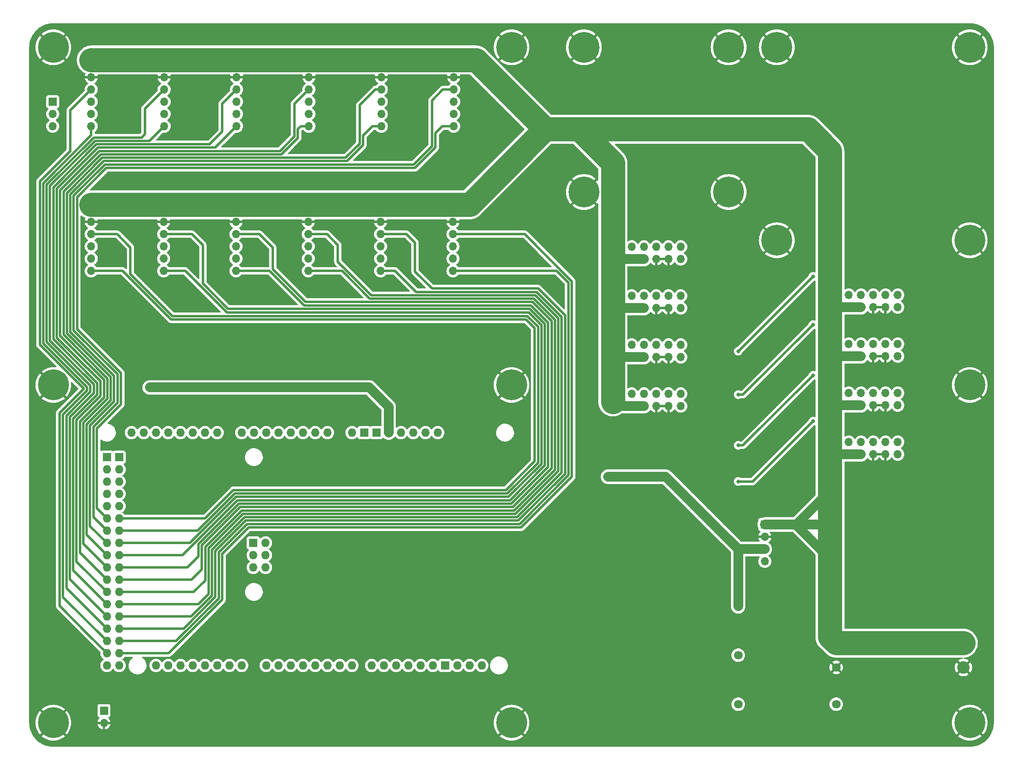
<source format=gbr>
%TF.GenerationSoftware,KiCad,Pcbnew,7.0.7*%
%TF.CreationDate,2024-02-22T12:48:11+00:00*%
%TF.ProjectId,baseBoard_rev0,62617365-426f-4617-9264-5f726576302e,rev?*%
%TF.SameCoordinates,Original*%
%TF.FileFunction,Copper,L1,Top*%
%TF.FilePolarity,Positive*%
%FSLAX46Y46*%
G04 Gerber Fmt 4.6, Leading zero omitted, Abs format (unit mm)*
G04 Created by KiCad (PCBNEW 7.0.7) date 2024-02-22 12:48:11*
%MOMM*%
%LPD*%
G01*
G04 APERTURE LIST*
%TA.AperFunction,ComponentPad*%
%ADD10R,1.700000X1.700000*%
%TD*%
%TA.AperFunction,ComponentPad*%
%ADD11O,1.700000X1.700000*%
%TD*%
%TA.AperFunction,ComponentPad*%
%ADD12R,2.600000X2.600000*%
%TD*%
%TA.AperFunction,ComponentPad*%
%ADD13C,2.600000*%
%TD*%
%TA.AperFunction,ComponentPad*%
%ADD14C,0.800000*%
%TD*%
%TA.AperFunction,ComponentPad*%
%ADD15C,6.400000*%
%TD*%
%TA.AperFunction,ComponentPad*%
%ADD16O,1.727200X1.727200*%
%TD*%
%TA.AperFunction,ComponentPad*%
%ADD17R,1.727200X1.727200*%
%TD*%
%TA.AperFunction,ComponentPad*%
%ADD18C,1.800000*%
%TD*%
%TA.AperFunction,ViaPad*%
%ADD19C,0.800000*%
%TD*%
%TA.AperFunction,Conductor*%
%ADD20C,2.000000*%
%TD*%
%TA.AperFunction,Conductor*%
%ADD21C,5.000000*%
%TD*%
%TA.AperFunction,Conductor*%
%ADD22C,0.500000*%
%TD*%
G04 APERTURE END LIST*
D10*
%TO.P,J11,1,Pin_1*%
%TO.N,24VDC_HOT*%
X72870000Y-38650000D03*
D11*
%TO.P,J11,2,Pin_2*%
%TO.N,24VDC_GND*%
X72870000Y-41190000D03*
%TO.P,J11,3,Pin_3*%
%TO.N,solenoid_10*%
X72870000Y-43730000D03*
%TO.P,J11,4,Pin_4*%
%TO.N,arduino_GND*%
X72870000Y-46270000D03*
%TO.P,J11,5,Pin_5*%
%TO.N,solenoidState_BUS*%
X72870000Y-48810000D03*
%TO.P,J11,6,Pin_6*%
%TO.N,solenoidState_10*%
X72870000Y-51350000D03*
%TD*%
D12*
%TO.P,J21,1,Pin_1*%
%TO.N,24VDC_HOT*%
X193695000Y-128455000D03*
D13*
%TO.P,J21,2,Pin_2*%
%TO.N,24VDC_GND*%
X193695000Y-133535000D03*
%TD*%
D14*
%TO.P,H3,1,1*%
%TO.N,24VDC_GND*%
X112600000Y-5000000D03*
X113302944Y-3302944D03*
X113302944Y-6697056D03*
X115000000Y-2600000D03*
D15*
X115000000Y-5000000D03*
D14*
X115000000Y-7400000D03*
X116697056Y-3302944D03*
X116697056Y-6697056D03*
X117400000Y-5000000D03*
%TD*%
D10*
%TO.P,J19,1,Pin_1*%
%TO.N,24VDC_HOT*%
X124920000Y-69210000D03*
D11*
%TO.P,J19,2,Pin_2*%
%TO.N,gaugeSignal_2*%
X124920000Y-66670000D03*
%TO.P,J19,3,Pin_3*%
%TO.N,24VDC_HOT*%
X127460000Y-69210000D03*
%TO.P,J19,4,Pin_4*%
%TO.N,arduino_GND*%
X127460000Y-66670000D03*
%TO.P,J19,5,Pin_5*%
%TO.N,24VDC_GND*%
X130000000Y-69210000D03*
%TO.P,J19,6,Pin_6*%
%TO.N,unconnected-(J19-Pin_6-Pad6)*%
X130000000Y-66670000D03*
%TO.P,J19,7,Pin_7*%
%TO.N,24VDC_GND*%
X132540000Y-69210000D03*
%TO.P,J19,8,Pin_8*%
%TO.N,unconnected-(J19-Pin_8-Pad8)*%
X132540000Y-66670000D03*
%TO.P,J19,9,Pin_9*%
%TO.N,unconnected-(J19-Pin_9-Pad9)*%
X135080000Y-69210000D03*
%TO.P,J19,10,Pin_10*%
%TO.N,unconnected-(J19-Pin_10-Pad10)*%
X135080000Y-66670000D03*
%TD*%
D10*
%TO.P,J13,1,Pin_1*%
%TO.N,24VDC_HOT*%
X169920000Y-58890000D03*
D11*
%TO.P,J13,2,Pin_2*%
%TO.N,MFC_setpoint_0*%
X169920000Y-56350000D03*
%TO.P,J13,3,Pin_3*%
%TO.N,24VDC_HOT*%
X172460000Y-58890000D03*
%TO.P,J13,4,Pin_4*%
%TO.N,arduino_GND*%
X172460000Y-56350000D03*
%TO.P,J13,5,Pin_5*%
%TO.N,24VDC_GND*%
X175000000Y-58890000D03*
%TO.P,J13,6,Pin_6*%
%TO.N,MFC_actual_0*%
X175000000Y-56350000D03*
%TO.P,J13,7,Pin_7*%
%TO.N,24VDC_GND*%
X177540000Y-58890000D03*
%TO.P,J13,8,Pin_8*%
%TO.N,MFC_serialTX_0*%
X177540000Y-56350000D03*
%TO.P,J13,9,Pin_9*%
%TO.N,unconnected-(J13-Pin_9-Pad9)*%
X180080000Y-58890000D03*
%TO.P,J13,10,Pin_10*%
%TO.N,MFC_serialRX_0*%
X180080000Y-56350000D03*
%TD*%
D10*
%TO.P,J20,1,Pin_1*%
%TO.N,24VDC_HOT*%
X124920000Y-79370000D03*
D11*
%TO.P,J20,2,Pin_2*%
%TO.N,gaugeSignal_3*%
X124920000Y-76830000D03*
%TO.P,J20,3,Pin_3*%
%TO.N,24VDC_HOT*%
X127460000Y-79370000D03*
%TO.P,J20,4,Pin_4*%
%TO.N,arduino_GND*%
X127460000Y-76830000D03*
%TO.P,J20,5,Pin_5*%
%TO.N,24VDC_GND*%
X130000000Y-79370000D03*
%TO.P,J20,6,Pin_6*%
%TO.N,unconnected-(J20-Pin_6-Pad6)*%
X130000000Y-76830000D03*
%TO.P,J20,7,Pin_7*%
%TO.N,24VDC_GND*%
X132540000Y-79370000D03*
%TO.P,J20,8,Pin_8*%
%TO.N,unconnected-(J20-Pin_8-Pad8)*%
X132540000Y-76830000D03*
%TO.P,J20,9,Pin_9*%
%TO.N,unconnected-(J20-Pin_9-Pad9)*%
X135080000Y-79370000D03*
%TO.P,J20,10,Pin_10*%
%TO.N,unconnected-(J20-Pin_10-Pad10)*%
X135080000Y-76830000D03*
%TD*%
D10*
%TO.P,J14,1,Pin_1*%
%TO.N,24VDC_HOT*%
X169920000Y-69050000D03*
D11*
%TO.P,J14,2,Pin_2*%
%TO.N,MFC_setpoint_1*%
X169920000Y-66510000D03*
%TO.P,J14,3,Pin_3*%
%TO.N,24VDC_HOT*%
X172460000Y-69050000D03*
%TO.P,J14,4,Pin_4*%
%TO.N,arduino_GND*%
X172460000Y-66510000D03*
%TO.P,J14,5,Pin_5*%
%TO.N,24VDC_GND*%
X175000000Y-69050000D03*
%TO.P,J14,6,Pin_6*%
%TO.N,MFC_actual_1*%
X175000000Y-66510000D03*
%TO.P,J14,7,Pin_7*%
%TO.N,24VDC_GND*%
X177540000Y-69050000D03*
%TO.P,J14,8,Pin_8*%
%TO.N,MFC_serialTX_1*%
X177540000Y-66510000D03*
%TO.P,J14,9,Pin_9*%
%TO.N,unconnected-(J14-Pin_9-Pad9)*%
X180080000Y-69050000D03*
%TO.P,J14,10,Pin_10*%
%TO.N,MFC_serialRX_1*%
X180080000Y-66510000D03*
%TD*%
D14*
%TO.P,H1,1,1*%
%TO.N,24VDC_GND*%
X2600000Y-5000000D03*
X3302944Y-3302944D03*
X3302944Y-6697056D03*
X5000000Y-2600000D03*
D15*
X5000000Y-5000000D03*
D14*
X5000000Y-7400000D03*
X6697056Y-3302944D03*
X6697056Y-6697056D03*
X7400000Y-5000000D03*
%TD*%
%TO.P,H13,1,1*%
%TO.N,24VDC_GND*%
X97600000Y-145000000D03*
X98302944Y-143302944D03*
X98302944Y-146697056D03*
X100000000Y-142600000D03*
D15*
X100000000Y-145000000D03*
D14*
X100000000Y-147400000D03*
X101697056Y-143302944D03*
X101697056Y-146697056D03*
X102400000Y-145000000D03*
%TD*%
D16*
%TO.P,A1,*%
%TO.N,*%
X84690000Y-84870000D03*
%TO.P,A1,3V3,3.3V*%
%TO.N,unconnected-(A1-3.3V-Pad3V3)*%
X77070000Y-84870000D03*
%TO.P,A1,5V1,5V*%
%TO.N,arduino_5V*%
X74530000Y-84870000D03*
%TO.P,A1,5V2,SPI_5V*%
%TO.N,unconnected-(A1-SPI_5V-Pad5V2)*%
X46463000Y-112810000D03*
%TO.P,A1,5V3,5V*%
%TO.N,arduino_5V*%
X18650000Y-133130000D03*
%TO.P,A1,5V4,5V*%
X16110000Y-133130000D03*
%TO.P,A1,A0,A0*%
%TO.N,MFC_actual_3*%
X61830000Y-84870000D03*
%TO.P,A1,A1,A1*%
%TO.N,MFC_actual_2*%
X59290000Y-84870000D03*
%TO.P,A1,A2,A2*%
%TO.N,MFC_actual_1*%
X56750000Y-84870000D03*
%TO.P,A1,A3,A3*%
%TO.N,MFC_actual_0*%
X54210000Y-84870000D03*
%TO.P,A1,A4,A4*%
%TO.N,unconnected-(A1-PadA4)*%
X51670000Y-84870000D03*
%TO.P,A1,A5,A5*%
%TO.N,unconnected-(A1-PadA5)*%
X49130000Y-84870000D03*
%TO.P,A1,A6,A6*%
%TO.N,unconnected-(A1-PadA6)*%
X46590000Y-84870000D03*
%TO.P,A1,A7,A7*%
%TO.N,unconnected-(A1-PadA7)*%
X44050000Y-84870000D03*
%TO.P,A1,A8,A8*%
%TO.N,gaugeSignal_3*%
X38970000Y-84870000D03*
%TO.P,A1,A9,A9*%
%TO.N,gaugeSignal_2*%
X36430000Y-84870000D03*
%TO.P,A1,A10,A10*%
%TO.N,gaugeSignal_1*%
X33890000Y-84870000D03*
%TO.P,A1,A11,A11*%
%TO.N,gaugeSignal_0*%
X31350000Y-84870000D03*
%TO.P,A1,A12,A12*%
%TO.N,unconnected-(A1-PadA12)*%
X28810000Y-84870000D03*
%TO.P,A1,A13,A13*%
%TO.N,unconnected-(A1-PadA13)*%
X26270000Y-84870000D03*
%TO.P,A1,A14,A14*%
%TO.N,unconnected-(A1-PadA14)*%
X23730000Y-84870000D03*
%TO.P,A1,A15,A15*%
%TO.N,unconnected-(A1-PadA15)*%
X21190000Y-84870000D03*
%TO.P,A1,AREF,AREF*%
%TO.N,unconnected-(A1-PadAREF)*%
X88754000Y-133130000D03*
%TO.P,A1,D0,D0/RX0*%
%TO.N,unconnected-(A1-D0{slash}RX0-PadD0)*%
X49130000Y-133130000D03*
%TO.P,A1,D1,D1/TX0*%
%TO.N,unconnected-(A1-D1{slash}TX0-PadD1)*%
X51670000Y-133130000D03*
%TO.P,A1,D2,D2_INT0*%
%TO.N,unconnected-(A1-D2_INT0-PadD2)*%
X54210000Y-133130000D03*
%TO.P,A1,D3,D3_INT1*%
%TO.N,MFC_setpoint_0*%
X56750000Y-133130000D03*
%TO.P,A1,D4,D4*%
%TO.N,MFC_setpoint_1*%
X59290000Y-133130000D03*
%TO.P,A1,D5,D5*%
%TO.N,MFC_setpoint_2*%
X61830000Y-133130000D03*
%TO.P,A1,D6,D6*%
%TO.N,MFC_setpoint_3*%
X64370000Y-133130000D03*
%TO.P,A1,D7,D7*%
%TO.N,unconnected-(A1-PadD7)*%
X66910000Y-133130000D03*
%TO.P,A1,D8,D8*%
%TO.N,unconnected-(A1-PadD8)*%
X70974000Y-133130000D03*
%TO.P,A1,D9,D9*%
%TO.N,unconnected-(A1-PadD9)*%
X73514000Y-133130000D03*
%TO.P,A1,D10,D10*%
%TO.N,unconnected-(A1-PadD10)*%
X76054000Y-133130000D03*
%TO.P,A1,D11,D11*%
%TO.N,unconnected-(A1-PadD11)*%
X78594000Y-133130000D03*
%TO.P,A1,D12,D12*%
%TO.N,unconnected-(A1-PadD12)*%
X81134000Y-133130000D03*
%TO.P,A1,D13,D13*%
%TO.N,unconnected-(A1-PadD13)*%
X83674000Y-133130000D03*
%TO.P,A1,D14,D14/TX3*%
%TO.N,unconnected-(A1-D14{slash}TX3-PadD14)*%
X44050000Y-133130000D03*
%TO.P,A1,D15,D15/RX3*%
%TO.N,unconnected-(A1-D15{slash}RX3-PadD15)*%
X41510000Y-133130000D03*
%TO.P,A1,D16,D16/TX2*%
%TO.N,unconnected-(A1-D16{slash}TX2-PadD16)*%
X38970000Y-133130000D03*
%TO.P,A1,D17,D17/RX2*%
%TO.N,unconnected-(A1-D17{slash}RX2-PadD17)*%
X36430000Y-133130000D03*
%TO.P,A1,D18,D18/TX1*%
%TO.N,unconnected-(A1-D18{slash}TX1-PadD18)*%
X33890000Y-133130000D03*
%TO.P,A1,D19,D19/RX1*%
%TO.N,unconnected-(A1-D19{slash}RX1-PadD19)*%
X31350000Y-133130000D03*
%TO.P,A1,D20,D20/SDA*%
%TO.N,unconnected-(A1-D20{slash}SDA-PadD20)*%
X28810000Y-133130000D03*
%TO.P,A1,D21,D21/SCL*%
%TO.N,unconnected-(A1-D21{slash}SCL-PadD21)*%
X26270000Y-133130000D03*
%TO.P,A1,D22,D22*%
%TO.N,solenoid_11*%
X18650000Y-130590000D03*
%TO.P,A1,D23,D23*%
%TO.N,solenoid_0*%
X16110000Y-130590000D03*
%TO.P,A1,D24,D24*%
%TO.N,solenoidState_11*%
X18650000Y-128050000D03*
%TO.P,A1,D25,D25*%
%TO.N,solenoidState_0*%
X16110000Y-128050000D03*
%TO.P,A1,D26,D26*%
%TO.N,solenoid_10*%
X18650000Y-125510000D03*
%TO.P,A1,D27,D27*%
%TO.N,solenoid_1*%
X16110000Y-125510000D03*
%TO.P,A1,D28,D28*%
%TO.N,solenoidState_10*%
X18650000Y-122970000D03*
%TO.P,A1,D29,D29*%
%TO.N,solenoidState_1*%
X16110000Y-122970000D03*
%TO.P,A1,D30,D30*%
%TO.N,solenoid_9*%
X18650000Y-120430000D03*
%TO.P,A1,D31,D31*%
%TO.N,solenoid_2*%
X16110000Y-120430000D03*
%TO.P,A1,D32,D32*%
%TO.N,solenoidState_9*%
X18650000Y-117890000D03*
%TO.P,A1,D33,D33*%
%TO.N,solenoidState_2*%
X16110000Y-117890000D03*
%TO.P,A1,D34,D34*%
%TO.N,solenoid_8*%
X18650000Y-115350000D03*
%TO.P,A1,D35,D35*%
%TO.N,solenoid_3*%
X16110000Y-115350000D03*
%TO.P,A1,D36,D36*%
%TO.N,solenoidState_8*%
X18650000Y-112810000D03*
%TO.P,A1,D37,D37*%
%TO.N,solenoidState_3*%
X16110000Y-112810000D03*
%TO.P,A1,D38,D38*%
%TO.N,solenoid_7*%
X18650000Y-110270000D03*
%TO.P,A1,D39,D39*%
%TO.N,solenoid_4*%
X16110000Y-110270000D03*
%TO.P,A1,D40,D40*%
%TO.N,solenoidState_7*%
X18650000Y-107730000D03*
%TO.P,A1,D41,D41*%
%TO.N,solenoidState_4*%
X16110000Y-107730000D03*
%TO.P,A1,D42,D42*%
%TO.N,solenoid_6*%
X18650000Y-105190000D03*
%TO.P,A1,D43,D43*%
%TO.N,solenoid_5*%
X16110000Y-105190000D03*
%TO.P,A1,D44,D44*%
%TO.N,solenoidState_6*%
X18650000Y-102650000D03*
%TO.P,A1,D45,D45*%
%TO.N,solenoidState_5*%
X16110000Y-102650000D03*
%TO.P,A1,D46,D46*%
%TO.N,unconnected-(A1-PadD46)*%
X18650000Y-100110000D03*
%TO.P,A1,D47,D47*%
%TO.N,unconnected-(A1-PadD47)*%
X16110000Y-100110000D03*
%TO.P,A1,D48,D48*%
%TO.N,unconnected-(A1-PadD48)*%
X18650000Y-97570000D03*
%TO.P,A1,D49,D49*%
%TO.N,unconnected-(A1-PadD49)*%
X16110000Y-97570000D03*
%TO.P,A1,D50,D50_MISO*%
%TO.N,unconnected-(A1-D50_MISO-PadD50)*%
X18650000Y-95030000D03*
%TO.P,A1,D51,D51_MOSI*%
%TO.N,unconnected-(A1-D51_MOSI-PadD51)*%
X16110000Y-95030000D03*
%TO.P,A1,D52,D52_SCK*%
%TO.N,unconnected-(A1-D52_SCK-PadD52)*%
X18650000Y-92490000D03*
%TO.P,A1,D53,D53_CS*%
%TO.N,unconnected-(A1-D53_CS-PadD53)*%
X16110000Y-92490000D03*
D17*
%TO.P,A1,GND1,GND*%
%TO.N,arduino_GND*%
X86214000Y-133130000D03*
%TO.P,A1,GND2,GND*%
X71990000Y-84870000D03*
%TO.P,A1,GND3,GND*%
X69450000Y-84870000D03*
%TO.P,A1,GND4,SPI_GND*%
%TO.N,unconnected-(A1-SPI_GND-PadGND4)*%
X46463000Y-107730000D03*
%TO.P,A1,GND5,GND*%
%TO.N,arduino_GND*%
X18650000Y-89950000D03*
%TO.P,A1,GND6,GND*%
X16110000Y-89950000D03*
D16*
%TO.P,A1,IORF,IOREF*%
%TO.N,unconnected-(A1-IOREF-PadIORF)*%
X82150000Y-84870000D03*
%TO.P,A1,MISO,SPI_MISO*%
%TO.N,unconnected-(A1-SPI_MISO-PadMISO)*%
X49003000Y-112810000D03*
%TO.P,A1,MOSI,SPI_MOSI*%
%TO.N,unconnected-(A1-SPI_MOSI-PadMOSI)*%
X46463000Y-110270000D03*
%TO.P,A1,RST1,RESET*%
%TO.N,unconnected-(A1-RESET-PadRST1)*%
X79610000Y-84870000D03*
%TO.P,A1,RST2,SPI_RESET*%
%TO.N,unconnected-(A1-SPI_RESET-PadRST2)*%
X49003000Y-107730000D03*
%TO.P,A1,SCK,SPI_SCK*%
%TO.N,unconnected-(A1-SPI_SCK-PadSCK)*%
X49003000Y-110270000D03*
%TO.P,A1,SCL,SCL*%
%TO.N,unconnected-(A1-PadSCL)*%
X93834000Y-133130000D03*
%TO.P,A1,SDA,SDA*%
%TO.N,unconnected-(A1-PadSDA)*%
X91294000Y-133130000D03*
%TO.P,A1,VIN,VIN*%
%TO.N,unconnected-(A1-PadVIN)*%
X66910000Y-84870000D03*
%TD*%
D10*
%TO.P,J18,1,Pin_1*%
%TO.N,24VDC_HOT*%
X124920000Y-59050000D03*
D11*
%TO.P,J18,2,Pin_2*%
%TO.N,gaugeSignal_1*%
X124920000Y-56510000D03*
%TO.P,J18,3,Pin_3*%
%TO.N,24VDC_HOT*%
X127460000Y-59050000D03*
%TO.P,J18,4,Pin_4*%
%TO.N,arduino_GND*%
X127460000Y-56510000D03*
%TO.P,J18,5,Pin_5*%
%TO.N,24VDC_GND*%
X130000000Y-59050000D03*
%TO.P,J18,6,Pin_6*%
%TO.N,unconnected-(J18-Pin_6-Pad6)*%
X130000000Y-56510000D03*
%TO.P,J18,7,Pin_7*%
%TO.N,24VDC_GND*%
X132540000Y-59050000D03*
%TO.P,J18,8,Pin_8*%
%TO.N,unconnected-(J18-Pin_8-Pad8)*%
X132540000Y-56510000D03*
%TO.P,J18,9,Pin_9*%
%TO.N,unconnected-(J18-Pin_9-Pad9)*%
X135080000Y-59050000D03*
%TO.P,J18,10,Pin_10*%
%TO.N,unconnected-(J18-Pin_10-Pad10)*%
X135080000Y-56510000D03*
%TD*%
D10*
%TO.P,J23,1,Pin_1*%
%TO.N,arduino_GND*%
X15500000Y-142500000D03*
D11*
%TO.P,J23,2,Pin_2*%
%TO.N,24VDC_GND*%
X15500000Y-145040000D03*
%TD*%
%TO.P,J22,3,Pin_3*%
%TO.N,arduino_GND*%
X4870000Y-21350000D03*
%TO.P,J22,2,Pin_2*%
%TO.N,solenoidState_BUS*%
X4870000Y-18810000D03*
D10*
%TO.P,J22,1,Pin_1*%
%TO.N,arduino_5V*%
X4870000Y-16270000D03*
%TD*%
%TO.P,J3,1,Pin_1*%
%TO.N,24VDC_HOT*%
X43000000Y-8650000D03*
D11*
%TO.P,J3,2,Pin_2*%
%TO.N,24VDC_GND*%
X43000000Y-11190000D03*
%TO.P,J3,3,Pin_3*%
%TO.N,solenoid_2*%
X43000000Y-13730000D03*
%TO.P,J3,4,Pin_4*%
%TO.N,arduino_GND*%
X43000000Y-16270000D03*
%TO.P,J3,5,Pin_5*%
%TO.N,solenoidState_BUS*%
X43000000Y-18810000D03*
%TO.P,J3,6,Pin_6*%
%TO.N,solenoidState_2*%
X43000000Y-21350000D03*
%TD*%
D10*
%TO.P,J6,1,Pin_1*%
%TO.N,24VDC_HOT*%
X88000000Y-8650000D03*
D11*
%TO.P,J6,2,Pin_2*%
%TO.N,24VDC_GND*%
X88000000Y-11190000D03*
%TO.P,J6,3,Pin_3*%
%TO.N,solenoid_5*%
X88000000Y-13730000D03*
%TO.P,J6,4,Pin_4*%
%TO.N,arduino_GND*%
X88000000Y-16270000D03*
%TO.P,J6,5,Pin_5*%
%TO.N,solenoidState_BUS*%
X88000000Y-18810000D03*
%TO.P,J6,6,Pin_6*%
%TO.N,solenoidState_5*%
X88000000Y-21350000D03*
%TD*%
D14*
%TO.P,H2,1,1*%
%TO.N,24VDC_GND*%
X97600000Y-5000000D03*
X98302944Y-3302944D03*
X98302944Y-6697056D03*
X100000000Y-2600000D03*
D15*
X100000000Y-5000000D03*
D14*
X100000000Y-7400000D03*
X101697056Y-3302944D03*
X101697056Y-6697056D03*
X102400000Y-5000000D03*
%TD*%
%TO.P,H10,1,1*%
%TO.N,24VDC_GND*%
X152600000Y-45000000D03*
X153302944Y-43302944D03*
X153302944Y-46697056D03*
X155000000Y-42600000D03*
D15*
X155000000Y-45000000D03*
D14*
X155000000Y-47400000D03*
X156697056Y-43302944D03*
X156697056Y-46697056D03*
X157400000Y-45000000D03*
%TD*%
%TO.P,H4,1,1*%
%TO.N,24VDC_GND*%
X142600000Y-5000000D03*
X143302944Y-3302944D03*
X143302944Y-6697056D03*
X145000000Y-2600000D03*
D15*
X145000000Y-5000000D03*
D14*
X145000000Y-7400000D03*
X146697056Y-3302944D03*
X146697056Y-6697056D03*
X147400000Y-5000000D03*
%TD*%
%TO.P,H8,1,1*%
%TO.N,24VDC_GND*%
X192600000Y-5000000D03*
X193302944Y-3302944D03*
X193302944Y-6697056D03*
X195000000Y-2600000D03*
D15*
X195000000Y-5000000D03*
D14*
X195000000Y-7400000D03*
X196697056Y-3302944D03*
X196697056Y-6697056D03*
X197400000Y-5000000D03*
%TD*%
D10*
%TO.P,J9,1,Pin_1*%
%TO.N,24VDC_HOT*%
X42870000Y-38650000D03*
D11*
%TO.P,J9,2,Pin_2*%
%TO.N,24VDC_GND*%
X42870000Y-41190000D03*
%TO.P,J9,3,Pin_3*%
%TO.N,solenoid_8*%
X42870000Y-43730000D03*
%TO.P,J9,4,Pin_4*%
%TO.N,arduino_GND*%
X42870000Y-46270000D03*
%TO.P,J9,5,Pin_5*%
%TO.N,solenoidState_BUS*%
X42870000Y-48810000D03*
%TO.P,J9,6,Pin_6*%
%TO.N,solenoidState_8*%
X42870000Y-51350000D03*
%TD*%
D10*
%TO.P,J1,1,Pin_1*%
%TO.N,24VDC_HOT*%
X12870000Y-8650000D03*
D11*
%TO.P,J1,2,Pin_2*%
%TO.N,24VDC_GND*%
X12870000Y-11190000D03*
%TO.P,J1,3,Pin_3*%
%TO.N,solenoid_0*%
X12870000Y-13730000D03*
%TO.P,J1,4,Pin_4*%
%TO.N,arduino_GND*%
X12870000Y-16270000D03*
%TO.P,J1,5,Pin_5*%
%TO.N,solenoidState_BUS*%
X12870000Y-18810000D03*
%TO.P,J1,6,Pin_6*%
%TO.N,solenoidState_0*%
X12870000Y-21350000D03*
%TD*%
D10*
%TO.P,J17,1,Pin_1*%
%TO.N,24VDC_HOT*%
X124920000Y-48890000D03*
D11*
%TO.P,J17,2,Pin_2*%
%TO.N,gaugeSignal_0*%
X124920000Y-46350000D03*
%TO.P,J17,3,Pin_3*%
%TO.N,24VDC_HOT*%
X127460000Y-48890000D03*
%TO.P,J17,4,Pin_4*%
%TO.N,arduino_GND*%
X127460000Y-46350000D03*
%TO.P,J17,5,Pin_5*%
%TO.N,24VDC_GND*%
X130000000Y-48890000D03*
%TO.P,J17,6,Pin_6*%
%TO.N,unconnected-(J17-Pin_6-Pad6)*%
X130000000Y-46350000D03*
%TO.P,J17,7,Pin_7*%
%TO.N,24VDC_GND*%
X132540000Y-48890000D03*
%TO.P,J17,8,Pin_8*%
%TO.N,unconnected-(J17-Pin_8-Pad8)*%
X132540000Y-46350000D03*
%TO.P,J17,9,Pin_9*%
%TO.N,unconnected-(J17-Pin_9-Pad9)*%
X135080000Y-48890000D03*
%TO.P,J17,10,Pin_10*%
%TO.N,unconnected-(J17-Pin_10-Pad10)*%
X135080000Y-46350000D03*
%TD*%
D10*
%TO.P,J12,1,Pin_1*%
%TO.N,24VDC_HOT*%
X87870000Y-38650000D03*
D11*
%TO.P,J12,2,Pin_2*%
%TO.N,24VDC_GND*%
X87870000Y-41190000D03*
%TO.P,J12,3,Pin_3*%
%TO.N,solenoid_11*%
X87870000Y-43730000D03*
%TO.P,J12,4,Pin_4*%
%TO.N,arduino_GND*%
X87870000Y-46270000D03*
%TO.P,J12,5,Pin_5*%
%TO.N,solenoidState_BUS*%
X87870000Y-48810000D03*
%TO.P,J12,6,Pin_6*%
%TO.N,solenoidState_11*%
X87870000Y-51350000D03*
%TD*%
D10*
%TO.P,J5,1,Pin_1*%
%TO.N,24VDC_HOT*%
X73000000Y-8650000D03*
D11*
%TO.P,J5,2,Pin_2*%
%TO.N,24VDC_GND*%
X73000000Y-11190000D03*
%TO.P,J5,3,Pin_3*%
%TO.N,solenoid_4*%
X73000000Y-13730000D03*
%TO.P,J5,4,Pin_4*%
%TO.N,arduino_GND*%
X73000000Y-16270000D03*
%TO.P,J5,5,Pin_5*%
%TO.N,solenoidState_BUS*%
X73000000Y-18810000D03*
%TO.P,J5,6,Pin_6*%
%TO.N,solenoidState_4*%
X73000000Y-21350000D03*
%TD*%
D10*
%TO.P,J10,1,Pin_1*%
%TO.N,24VDC_HOT*%
X57870000Y-38650000D03*
D11*
%TO.P,J10,2,Pin_2*%
%TO.N,24VDC_GND*%
X57870000Y-41190000D03*
%TO.P,J10,3,Pin_3*%
%TO.N,solenoid_9*%
X57870000Y-43730000D03*
%TO.P,J10,4,Pin_4*%
%TO.N,arduino_GND*%
X57870000Y-46270000D03*
%TO.P,J10,5,Pin_5*%
%TO.N,solenoidState_BUS*%
X57870000Y-48810000D03*
%TO.P,J10,6,Pin_6*%
%TO.N,solenoidState_9*%
X57870000Y-51350000D03*
%TD*%
D10*
%TO.P,J16,1,Pin_1*%
%TO.N,24VDC_HOT*%
X169920000Y-89370000D03*
D11*
%TO.P,J16,2,Pin_2*%
%TO.N,MFC_setpoint_3*%
X169920000Y-86830000D03*
%TO.P,J16,3,Pin_3*%
%TO.N,24VDC_HOT*%
X172460000Y-89370000D03*
%TO.P,J16,4,Pin_4*%
%TO.N,arduino_GND*%
X172460000Y-86830000D03*
%TO.P,J16,5,Pin_5*%
%TO.N,24VDC_GND*%
X175000000Y-89370000D03*
%TO.P,J16,6,Pin_6*%
%TO.N,MFC_actual_3*%
X175000000Y-86830000D03*
%TO.P,J16,7,Pin_7*%
%TO.N,24VDC_GND*%
X177540000Y-89370000D03*
%TO.P,J16,8,Pin_8*%
%TO.N,MFC_serialTX_3*%
X177540000Y-86830000D03*
%TO.P,J16,9,Pin_9*%
%TO.N,unconnected-(J16-Pin_9-Pad9)*%
X180080000Y-89370000D03*
%TO.P,J16,10,Pin_10*%
%TO.N,MFC_serialRX_3*%
X180080000Y-86830000D03*
%TD*%
D14*
%TO.P,H11,1,1*%
%TO.N,24VDC_GND*%
X192600000Y-75000000D03*
X193302944Y-73302944D03*
X193302944Y-76697056D03*
X195000000Y-72600000D03*
D15*
X195000000Y-75000000D03*
D14*
X195000000Y-77400000D03*
X196697056Y-73302944D03*
X196697056Y-76697056D03*
X197400000Y-75000000D03*
%TD*%
D10*
%TO.P,J2,1,Pin_1*%
%TO.N,24VDC_HOT*%
X28000000Y-8650000D03*
D11*
%TO.P,J2,2,Pin_2*%
%TO.N,24VDC_GND*%
X28000000Y-11190000D03*
%TO.P,J2,3,Pin_3*%
%TO.N,solenoid_1*%
X28000000Y-13730000D03*
%TO.P,J2,4,Pin_4*%
%TO.N,arduino_GND*%
X28000000Y-16270000D03*
%TO.P,J2,5,Pin_5*%
%TO.N,solenoidState_BUS*%
X28000000Y-18810000D03*
%TO.P,J2,6,Pin_6*%
%TO.N,solenoidState_1*%
X28000000Y-21350000D03*
%TD*%
D14*
%TO.P,H6,1,1*%
%TO.N,24VDC_GND*%
X112600000Y-35000000D03*
X113302944Y-33302944D03*
X113302944Y-36697056D03*
X115000000Y-32600000D03*
D15*
X115000000Y-35000000D03*
D14*
X115000000Y-37400000D03*
X116697056Y-33302944D03*
X116697056Y-36697056D03*
X117400000Y-35000000D03*
%TD*%
%TO.P,H16,1,1*%
%TO.N,24VDC_GND*%
X97600000Y-75000000D03*
X98302944Y-73302944D03*
X98302944Y-76697056D03*
X100000000Y-72600000D03*
D15*
X100000000Y-75000000D03*
D14*
X100000000Y-77400000D03*
X101697056Y-73302944D03*
X101697056Y-76697056D03*
X102400000Y-75000000D03*
%TD*%
%TO.P,H12,1,1*%
%TO.N,24VDC_GND*%
X192600000Y-145000000D03*
X193302944Y-143302944D03*
X193302944Y-146697056D03*
X195000000Y-142600000D03*
D15*
X195000000Y-145000000D03*
D14*
X195000000Y-147400000D03*
X196697056Y-143302944D03*
X196697056Y-146697056D03*
X197400000Y-145000000D03*
%TD*%
%TO.P,H14,1,1*%
%TO.N,24VDC_GND*%
X2600000Y-145000000D03*
X3302944Y-143302944D03*
X3302944Y-146697056D03*
X5000000Y-142600000D03*
D15*
X5000000Y-145000000D03*
D14*
X5000000Y-147400000D03*
X6697056Y-143302944D03*
X6697056Y-146697056D03*
X7400000Y-145000000D03*
%TD*%
%TO.P,H15,1,1*%
%TO.N,24VDC_GND*%
X2600000Y-75000000D03*
X3302944Y-73302944D03*
X3302944Y-76697056D03*
X5000000Y-72600000D03*
D15*
X5000000Y-75000000D03*
D14*
X5000000Y-77400000D03*
X6697056Y-73302944D03*
X6697056Y-76697056D03*
X7400000Y-75000000D03*
%TD*%
%TO.P,H9,1,1*%
%TO.N,24VDC_GND*%
X192600000Y-45000000D03*
X193302944Y-43302944D03*
X193302944Y-46697056D03*
X195000000Y-42600000D03*
D15*
X195000000Y-45000000D03*
D14*
X195000000Y-47400000D03*
X196697056Y-43302944D03*
X196697056Y-46697056D03*
X197400000Y-45000000D03*
%TD*%
D10*
%TO.P,J15,1,Pin_1*%
%TO.N,24VDC_HOT*%
X169920000Y-79210000D03*
D11*
%TO.P,J15,2,Pin_2*%
%TO.N,MFC_setpoint_2*%
X169920000Y-76670000D03*
%TO.P,J15,3,Pin_3*%
%TO.N,24VDC_HOT*%
X172460000Y-79210000D03*
%TO.P,J15,4,Pin_4*%
%TO.N,arduino_GND*%
X172460000Y-76670000D03*
%TO.P,J15,5,Pin_5*%
%TO.N,24VDC_GND*%
X175000000Y-79210000D03*
%TO.P,J15,6,Pin_6*%
%TO.N,MFC_actual_2*%
X175000000Y-76670000D03*
%TO.P,J15,7,Pin_7*%
%TO.N,24VDC_GND*%
X177540000Y-79210000D03*
%TO.P,J15,8,Pin_8*%
%TO.N,MFC_serialTX_2*%
X177540000Y-76670000D03*
%TO.P,J15,9,Pin_9*%
%TO.N,unconnected-(J15-Pin_9-Pad9)*%
X180080000Y-79210000D03*
%TO.P,J15,10,Pin_10*%
%TO.N,MFC_serialRX_2*%
X180080000Y-76670000D03*
%TD*%
D14*
%TO.P,H5,1,1*%
%TO.N,24VDC_GND*%
X142600000Y-35000000D03*
X143302944Y-33302944D03*
X143302944Y-36697056D03*
X145000000Y-32600000D03*
D15*
X145000000Y-35000000D03*
D14*
X145000000Y-37400000D03*
X146697056Y-33302944D03*
X146697056Y-36697056D03*
X147400000Y-35000000D03*
%TD*%
D10*
%TO.P,J7,1,Pin_1*%
%TO.N,24VDC_HOT*%
X12870000Y-38650000D03*
D11*
%TO.P,J7,2,Pin_2*%
%TO.N,24VDC_GND*%
X12870000Y-41190000D03*
%TO.P,J7,3,Pin_3*%
%TO.N,solenoid_6*%
X12870000Y-43730000D03*
%TO.P,J7,4,Pin_4*%
%TO.N,arduino_GND*%
X12870000Y-46270000D03*
%TO.P,J7,5,Pin_5*%
%TO.N,solenoidState_BUS*%
X12870000Y-48810000D03*
%TO.P,J7,6,Pin_6*%
%TO.N,solenoidState_6*%
X12870000Y-51350000D03*
%TD*%
D14*
%TO.P,H7,1,1*%
%TO.N,24VDC_GND*%
X152600000Y-5000000D03*
X153302944Y-3302944D03*
X153302944Y-6697056D03*
X155000000Y-2600000D03*
D15*
X155000000Y-5000000D03*
D14*
X155000000Y-7400000D03*
X156697056Y-3302944D03*
X156697056Y-6697056D03*
X157400000Y-5000000D03*
%TD*%
D10*
%TO.P,J8,1,Pin_1*%
%TO.N,24VDC_HOT*%
X27870000Y-38650000D03*
D11*
%TO.P,J8,2,Pin_2*%
%TO.N,24VDC_GND*%
X27870000Y-41190000D03*
%TO.P,J8,3,Pin_3*%
%TO.N,solenoid_7*%
X27870000Y-43730000D03*
%TO.P,J8,4,Pin_4*%
%TO.N,arduino_GND*%
X27870000Y-46270000D03*
%TO.P,J8,5,Pin_5*%
%TO.N,solenoidState_BUS*%
X27870000Y-48810000D03*
%TO.P,J8,6,Pin_6*%
%TO.N,solenoidState_7*%
X27870000Y-51350000D03*
%TD*%
D10*
%TO.P,J4,1,Pin_1*%
%TO.N,24VDC_HOT*%
X58000000Y-8650000D03*
D11*
%TO.P,J4,2,Pin_2*%
%TO.N,24VDC_GND*%
X58000000Y-11190000D03*
%TO.P,J4,3,Pin_3*%
%TO.N,solenoid_3*%
X58000000Y-13730000D03*
%TO.P,J4,4,Pin_4*%
%TO.N,arduino_GND*%
X58000000Y-16270000D03*
%TO.P,J4,5,Pin_5*%
%TO.N,solenoidState_BUS*%
X58000000Y-18810000D03*
%TO.P,J4,6,Pin_6*%
%TO.N,solenoidState_3*%
X58000000Y-21350000D03*
%TD*%
D10*
%TO.P,J24,1,Pin_1*%
%TO.N,24VDC_HOT*%
X152500000Y-103920000D03*
D11*
%TO.P,J24,2,Pin_2*%
%TO.N,24VDC_GND*%
X152500000Y-106460000D03*
%TO.P,J24,3,Pin_3*%
%TO.N,arduino_5V*%
X152500000Y-109000000D03*
%TO.P,J24,4,Pin_4*%
%TO.N,arduino_GND*%
X152500000Y-111540000D03*
%TD*%
D18*
%TO.P,U1,1,+Vin*%
%TO.N,24VDC_HOT*%
X167320000Y-128460000D03*
%TO.P,U1,2,-Vin*%
%TO.N,24VDC_GND*%
X167320000Y-133540000D03*
%TO.P,U1,3,Remote_On_Off*%
%TO.N,unconnected-(U1-Remote_On_Off-Pad3)*%
X167320000Y-141160000D03*
%TO.P,U1,4,+Vout*%
%TO.N,arduino_5V*%
X147000000Y-120840000D03*
%TO.P,U1,5,Trim*%
%TO.N,unconnected-(U1-Trim-Pad5)*%
X147000000Y-131000000D03*
%TO.P,U1,6,-Vout*%
%TO.N,arduino_GND*%
X147000000Y-141160000D03*
%TD*%
D19*
%TO.N,24VDC_GND*%
X98000000Y-19000000D03*
X20500000Y-44000000D03*
X108000000Y-8000000D03*
X107000000Y-9000000D03*
X104500000Y-42500000D03*
X107000000Y-10000000D03*
X50500000Y-44500000D03*
X97000000Y-20000000D03*
X95000000Y-23000000D03*
X98000000Y-20000000D03*
X36000000Y-44000000D03*
X96000000Y-20000000D03*
X94000000Y-22000000D03*
X95000000Y-22000000D03*
X80500000Y-43500000D03*
X64500000Y-44000000D03*
X108000000Y-10000000D03*
X106000000Y-10000000D03*
X96000000Y-22000000D03*
X95000000Y-21000000D03*
X105000000Y-12000000D03*
X34000000Y-46000000D03*
X94000000Y-23000000D03*
X109000000Y-9000000D03*
X97000000Y-19000000D03*
X106000000Y-11000000D03*
X48000000Y-46000000D03*
X102000000Y-45500000D03*
X108000000Y-9000000D03*
X107000000Y-11000000D03*
X62000000Y-46000000D03*
X96000000Y-21000000D03*
X78000000Y-45500000D03*
X109000000Y-8000000D03*
X105000000Y-11000000D03*
X97000000Y-21000000D03*
X106000000Y-12000000D03*
X18000000Y-45500000D03*
%TO.N,MFC_actual_0*%
X162500000Y-52500000D03*
X147000000Y-68000000D03*
%TO.N,MFC_actual_1*%
X147000000Y-77000000D03*
X162500000Y-62500000D03*
%TO.N,MFC_actual_2*%
X162500000Y-73000000D03*
X147000000Y-87500000D03*
%TO.N,MFC_actual_3*%
X162500000Y-82500000D03*
X147000000Y-95000000D03*
%TO.N,arduino_5V*%
X121000000Y-94500000D03*
X26000000Y-75000000D03*
X120000000Y-94000000D03*
X27000000Y-76000000D03*
X121000000Y-93500000D03*
X122000000Y-94500000D03*
X25000000Y-75500000D03*
X122996191Y-94476739D03*
X124000000Y-93500000D03*
X28000000Y-76000000D03*
X29000000Y-76000000D03*
X125000000Y-94000000D03*
X27000000Y-75000000D03*
X124000000Y-94500000D03*
X26000000Y-76000000D03*
X30000000Y-75500000D03*
X29000000Y-75000000D03*
X28000000Y-75000000D03*
X122000000Y-93500000D03*
X123000000Y-93500000D03*
%TD*%
D20*
%TO.N,24VDC_HOT*%
X121390000Y-48890000D02*
X121000000Y-48500000D01*
X152500000Y-103920000D02*
X159000000Y-103920000D01*
D21*
X161500000Y-22000000D02*
X166000000Y-26500000D01*
D20*
X127460000Y-48890000D02*
X121390000Y-48890000D01*
X159080000Y-104080000D02*
X166000000Y-111000000D01*
D21*
X166000000Y-104000000D02*
X166000000Y-111000000D01*
X166000000Y-69000000D02*
X166000000Y-79500000D01*
D20*
X159000000Y-103920000D02*
X165920000Y-103920000D01*
D21*
X114000000Y-22000000D02*
X121000000Y-29000000D01*
X121000000Y-59000000D02*
X121000000Y-69500000D01*
D20*
X166110000Y-58890000D02*
X166000000Y-59000000D01*
D21*
X166000000Y-85500000D02*
X166000000Y-88500000D01*
X166000000Y-26500000D02*
X166000000Y-59000000D01*
X121000000Y-29000000D02*
X121000000Y-48500000D01*
X161500000Y-22000000D02*
X149000000Y-22000000D01*
D20*
X172460000Y-69050000D02*
X166050000Y-69050000D01*
D21*
X166000000Y-59000000D02*
X166000000Y-69000000D01*
X121000000Y-69500000D02*
X121000000Y-78500000D01*
X92640000Y-7640000D02*
X12870000Y-7640000D01*
X107000000Y-22000000D02*
X92640000Y-7640000D01*
X166000000Y-97000000D02*
X166000000Y-104000000D01*
X166000000Y-85500000D02*
X166000000Y-97000000D01*
D20*
X166050000Y-69050000D02*
X166000000Y-69000000D01*
D21*
X166000000Y-79500000D02*
X166000000Y-85500000D01*
D20*
X166870000Y-89370000D02*
X166000000Y-88500000D01*
X159080000Y-103920000D02*
X159080000Y-104080000D01*
D21*
X167320000Y-128500000D02*
X193650000Y-128500000D01*
X91360000Y-37640000D02*
X12870000Y-37640000D01*
X166000000Y-127180000D02*
X167320000Y-128500000D01*
X166000000Y-115330000D02*
X166000000Y-127180000D01*
D20*
X172460000Y-89370000D02*
X166870000Y-89370000D01*
D21*
X121000000Y-48500000D02*
X121000000Y-59000000D01*
D20*
X165920000Y-103920000D02*
X166000000Y-104000000D01*
X172460000Y-79210000D02*
X166290000Y-79210000D01*
X159080000Y-103920000D02*
X166000000Y-97000000D01*
X121290000Y-69210000D02*
X121000000Y-69500000D01*
X166290000Y-79210000D02*
X166000000Y-79500000D01*
D21*
X114000000Y-22000000D02*
X107000000Y-22000000D01*
X107000000Y-22000000D02*
X91360000Y-37640000D01*
D20*
X127460000Y-69210000D02*
X121290000Y-69210000D01*
X127460000Y-59050000D02*
X121050000Y-59050000D01*
X121870000Y-79370000D02*
X121000000Y-78500000D01*
X172460000Y-58890000D02*
X166110000Y-58890000D01*
D21*
X149000000Y-22000000D02*
X114000000Y-22000000D01*
D20*
X159000000Y-103920000D02*
X159080000Y-103920000D01*
X127460000Y-79370000D02*
X121870000Y-79370000D01*
D21*
X166000000Y-111000000D02*
X166000000Y-115330000D01*
D20*
X121050000Y-59050000D02*
X121000000Y-59000000D01*
D22*
%TO.N,solenoid_0*%
X6310000Y-80810708D02*
X6310000Y-120790000D01*
X11300000Y-75820705D02*
X6310000Y-80810708D01*
X12870000Y-13730000D02*
X8500000Y-18100000D01*
X6310000Y-120790000D02*
X12260000Y-126740000D01*
X2220000Y-66659699D02*
X11300000Y-75739699D01*
X11300000Y-75739699D02*
X11300000Y-75820705D01*
X2220000Y-32780000D02*
X2220000Y-66659699D01*
X8389448Y-26610552D02*
X2220000Y-32780000D01*
X8500000Y-18100000D02*
X8500000Y-26610552D01*
X8500000Y-26610552D02*
X8389448Y-26610552D01*
X16110000Y-130590000D02*
X12260000Y-126740000D01*
%TO.N,solenoidState_0*%
X12870000Y-23230501D02*
X2920000Y-33180503D01*
X2920000Y-66369749D02*
X12000000Y-75449749D01*
X12870000Y-21350000D02*
X12870000Y-23230501D01*
X12000000Y-76110655D02*
X7010000Y-81100657D01*
X7010000Y-81100657D02*
X7010000Y-118950000D01*
X2920000Y-33180503D02*
X2920000Y-66369749D01*
X12000000Y-75449749D02*
X12000000Y-76110655D01*
X7010000Y-118950000D02*
X16110000Y-128050000D01*
%TO.N,solenoid_1*%
X12700000Y-76400605D02*
X7710000Y-81390606D01*
X13390450Y-23700000D02*
X3620000Y-33470452D01*
X3620000Y-66079799D02*
X12700000Y-75159799D01*
X12700000Y-75159799D02*
X12700000Y-76400605D01*
X7710000Y-117110000D02*
X16110000Y-125510000D01*
X24000000Y-23000000D02*
X23300000Y-23700000D01*
X23300000Y-23700000D02*
X13390450Y-23700000D01*
X24000000Y-17730000D02*
X24000000Y-23000000D01*
X3620000Y-33470452D02*
X3620000Y-66079799D01*
X28000000Y-13730000D02*
X24000000Y-17730000D01*
X7710000Y-81390606D02*
X7710000Y-117110000D01*
%TO.N,solenoidState_1*%
X24950000Y-24400000D02*
X13680400Y-24400000D01*
X13680400Y-24400000D02*
X4320000Y-33760401D01*
X4320000Y-65789849D02*
X13400000Y-74869849D01*
X13400000Y-74869849D02*
X13400000Y-76690555D01*
X28000000Y-21350000D02*
X24950000Y-24400000D01*
X4320000Y-33760401D02*
X4320000Y-65789849D01*
X13400000Y-76690555D02*
X8410000Y-81680555D01*
X8410000Y-81680555D02*
X8410000Y-115270000D01*
X8410000Y-115270000D02*
X16110000Y-122970000D01*
%TO.N,solenoid_2*%
X37500000Y-25000000D02*
X37450000Y-25050000D01*
X40000000Y-16730000D02*
X40000000Y-22500000D01*
X9110000Y-113430000D02*
X16110000Y-120430000D01*
X5020000Y-65499899D02*
X14100000Y-74579899D01*
X14100000Y-76980504D02*
X9110000Y-81970509D01*
X37500000Y-25000000D02*
X37400000Y-25100000D01*
X40000000Y-22500000D02*
X37500000Y-25000000D01*
X14100000Y-74579899D02*
X14100000Y-76980504D01*
X9110000Y-81970509D02*
X9110000Y-113430000D01*
X5020000Y-34050350D02*
X5020000Y-65499899D01*
X43000000Y-13730000D02*
X40000000Y-16730000D01*
X37400000Y-25100000D02*
X13970350Y-25100000D01*
X13970350Y-25100000D02*
X5020000Y-34050350D01*
%TO.N,solenoidState_2*%
X9810000Y-111590000D02*
X16110000Y-117890000D01*
X9810000Y-82260458D02*
X9810000Y-111590000D01*
X14800000Y-77270453D02*
X9810000Y-82260458D01*
X14800000Y-74239700D02*
X14800000Y-77270453D01*
X14260300Y-25800000D02*
X5720000Y-34340306D01*
X11979901Y-71469850D02*
X12030150Y-71469850D01*
X5720000Y-65209949D02*
X11979901Y-71469850D01*
X5720000Y-34340306D02*
X5720000Y-65209949D01*
X43000000Y-21350000D02*
X38550000Y-25800000D01*
X38550000Y-25800000D02*
X14260300Y-25800000D01*
X12030150Y-71469850D02*
X14800000Y-74239700D01*
%TO.N,solenoid_3*%
X6470250Y-64920000D02*
X15500000Y-73949750D01*
X14550250Y-26500000D02*
X6420000Y-34630255D01*
X6420000Y-64920000D02*
X6470250Y-64920000D01*
X15500000Y-73949750D02*
X15500000Y-77560402D01*
X52000000Y-26500000D02*
X14550250Y-26500000D01*
X55000000Y-23500000D02*
X52000000Y-26500000D01*
X15500000Y-77560402D02*
X10510000Y-82550407D01*
X58000000Y-13730000D02*
X55000000Y-16730000D01*
X6420000Y-34630255D02*
X6420000Y-64920000D01*
X10510000Y-109750000D02*
X16110000Y-115350000D01*
X10510000Y-82550407D02*
X10510000Y-109750000D01*
X55000000Y-16730000D02*
X55000000Y-23500000D01*
%TO.N,solenoidState_3*%
X55700000Y-22000000D02*
X55700000Y-23789950D01*
X56350000Y-21350000D02*
X55700000Y-22000000D01*
X52289949Y-27200000D02*
X14840200Y-27200000D01*
X58000000Y-21350000D02*
X56350000Y-21350000D01*
X11210000Y-82840356D02*
X11210000Y-107910000D01*
X14840200Y-27200000D02*
X7120000Y-34920204D01*
X55700000Y-23789950D02*
X52289949Y-27200000D01*
X11210000Y-107910000D02*
X16110000Y-112810000D01*
X16200000Y-73659800D02*
X16200000Y-77850352D01*
X16200000Y-77850352D02*
X11210000Y-82840356D01*
X7120000Y-64579800D02*
X16200000Y-73659800D01*
X7120000Y-34920204D02*
X7120000Y-64579800D01*
%TO.N,solenoid_4*%
X71770000Y-13730000D02*
X68500000Y-17000000D01*
X11910000Y-83130305D02*
X11910000Y-106070000D01*
X65600000Y-27900000D02*
X15130150Y-27900000D01*
X7820000Y-64289850D02*
X16900000Y-73369850D01*
X68500000Y-17000000D02*
X68500000Y-25000000D01*
X11910000Y-106070000D02*
X16110000Y-110270000D01*
X68500000Y-25000000D02*
X65600000Y-27900000D01*
X16900000Y-73369850D02*
X16900000Y-78140302D01*
X16900000Y-78140302D02*
X11910000Y-83130305D01*
X7820000Y-35210153D02*
X7820000Y-64289850D01*
X73000000Y-13730000D02*
X71770000Y-13730000D01*
X15130150Y-27900000D02*
X7820000Y-35210153D01*
%TO.N,solenoidState_4*%
X12610000Y-83420254D02*
X12610000Y-104230000D01*
X69200000Y-25289950D02*
X65889949Y-28600000D01*
X8520000Y-35500102D02*
X8520000Y-63999900D01*
X17600000Y-78430252D02*
X12610000Y-83420254D01*
X69200000Y-23300000D02*
X69200000Y-25289950D01*
X12610000Y-104230000D02*
X16110000Y-107730000D01*
X15420100Y-28600000D02*
X8520000Y-35500102D01*
X65889949Y-28600000D02*
X15420100Y-28600000D01*
X71150000Y-21350000D02*
X69200000Y-23300000D01*
X17600000Y-73079900D02*
X17600000Y-78430252D01*
X8520000Y-63999900D02*
X17600000Y-73079900D01*
X73000000Y-21350000D02*
X71150000Y-21350000D01*
%TO.N,solenoid_5*%
X85770000Y-13730000D02*
X83500000Y-16000000D01*
X13310000Y-83710203D02*
X13310000Y-102390000D01*
X18300000Y-78720202D02*
X13310000Y-83710203D01*
X83500000Y-16000000D02*
X83500000Y-25500000D01*
X18300000Y-72789950D02*
X18300000Y-78720202D01*
X83500000Y-25500000D02*
X79700000Y-29300000D01*
X13310000Y-102390000D02*
X16110000Y-105190000D01*
X88000000Y-13730000D02*
X85770000Y-13730000D01*
X15710050Y-29300000D02*
X9220000Y-35790051D01*
X79700000Y-29300000D02*
X15710050Y-29300000D01*
X9220000Y-35790051D02*
X9220000Y-63709950D01*
X9220000Y-63709950D02*
X18300000Y-72789950D01*
%TO.N,solenoidState_5*%
X14010000Y-100550000D02*
X16110000Y-102650000D01*
X9920000Y-63420000D02*
X19000000Y-72500000D01*
X88000000Y-21350000D02*
X85650000Y-21350000D01*
X84200000Y-25789950D02*
X79989949Y-30000000D01*
X85650000Y-21350000D02*
X84200000Y-22800000D01*
X9920000Y-36080000D02*
X9920000Y-63420000D01*
X84200000Y-22800000D02*
X84200000Y-25789950D01*
X79989949Y-30000000D02*
X16000000Y-30000000D01*
X14010000Y-84000152D02*
X14010000Y-100550000D01*
X19000000Y-72500000D02*
X19000000Y-79010152D01*
X19000000Y-79010152D02*
X14010000Y-84000152D01*
X16000000Y-30000000D02*
X9920000Y-36080000D01*
%TO.N,solenoid_6*%
X21000000Y-46500000D02*
X18230000Y-43730000D01*
X29700000Y-60700000D02*
X21000000Y-52000000D01*
X34910500Y-105190000D02*
X42600501Y-97500000D01*
X42600501Y-97500000D02*
X99100500Y-97500000D01*
X18650000Y-105190000D02*
X34910500Y-105190000D01*
X105500000Y-62929650D02*
X103270350Y-60700000D01*
X103270350Y-60700000D02*
X29700000Y-60700000D01*
X105500000Y-91100500D02*
X105500000Y-62929650D01*
X18230000Y-43730000D02*
X12870000Y-43730000D01*
X99100500Y-97500000D02*
X105500000Y-91100500D01*
X21000000Y-52000000D02*
X21000000Y-46500000D01*
%TO.N,solenoidState_6*%
X36460551Y-102650000D02*
X18650000Y-102650000D01*
X19360050Y-51350000D02*
X29410050Y-61400000D01*
X42310551Y-96800000D02*
X36460551Y-102650000D01*
X98810550Y-96800000D02*
X42310551Y-96800000D01*
X104800000Y-90810550D02*
X98810550Y-96800000D01*
X104800000Y-63219600D02*
X104800000Y-90810550D01*
X12870000Y-51350000D02*
X19360050Y-51350000D01*
X102980400Y-61400000D02*
X104800000Y-63219600D01*
X29410050Y-61400000D02*
X102980400Y-61400000D01*
%TO.N,solenoid_7*%
X36000000Y-54000000D02*
X36000000Y-46000000D01*
X36000000Y-46000000D02*
X33730000Y-43730000D01*
X33730000Y-43730000D02*
X27870000Y-43730000D01*
X99680400Y-98900000D02*
X106900000Y-91680400D01*
X18650000Y-110270000D02*
X31810400Y-110270000D01*
X43180400Y-98900000D02*
X99680400Y-98900000D01*
X31810400Y-110270000D02*
X43180400Y-98900000D01*
X103750250Y-59200000D02*
X41200000Y-59200000D01*
X106900000Y-91680400D02*
X106900000Y-62349750D01*
X41200000Y-59200000D02*
X36000000Y-54000000D01*
X106900000Y-62349750D02*
X103750250Y-59200000D01*
%TO.N,solenoidState_7*%
X106200000Y-91390450D02*
X99390450Y-98200000D01*
X41010050Y-60000000D02*
X103560300Y-60000000D01*
X27870000Y-51350000D02*
X32360050Y-51350000D01*
X42890450Y-98200000D02*
X33360450Y-107730000D01*
X99390450Y-98200000D02*
X42890450Y-98200000D01*
X106200000Y-62639700D02*
X106200000Y-91390450D01*
X32360050Y-51350000D02*
X41010050Y-60000000D01*
X103560300Y-60000000D02*
X106200000Y-62639700D01*
X33360450Y-107730000D02*
X18650000Y-107730000D01*
%TO.N,solenoid_8*%
X100260300Y-100300000D02*
X108300000Y-92260300D01*
X50500000Y-46500000D02*
X47730000Y-43730000D01*
X104330150Y-57800000D02*
X57300000Y-57800000D01*
X33650000Y-115350000D02*
X35800000Y-113200000D01*
X108300000Y-61769850D02*
X104330150Y-57800000D01*
X57300000Y-57800000D02*
X50500000Y-51000000D01*
X35800000Y-113200000D02*
X35800000Y-108260300D01*
X108300000Y-92260300D02*
X108300000Y-61769850D01*
X50500000Y-51000000D02*
X50500000Y-46500000D01*
X18650000Y-115350000D02*
X33650000Y-115350000D01*
X43760303Y-100300000D02*
X100260300Y-100300000D01*
X35800000Y-108260300D02*
X43760303Y-100300000D01*
X47730000Y-43730000D02*
X42870000Y-43730000D01*
%TO.N,solenoidState_8*%
X99970350Y-99600000D02*
X43470353Y-99600000D01*
X35100000Y-110500000D02*
X32790000Y-112810000D01*
X49860050Y-51350000D02*
X57010050Y-58500000D01*
X107600000Y-62059800D02*
X107600000Y-91970350D01*
X104040200Y-58500000D02*
X107600000Y-62059800D01*
X43470353Y-99600000D02*
X35100000Y-107970350D01*
X42870000Y-51350000D02*
X49860050Y-51350000D01*
X32790000Y-112810000D02*
X18650000Y-112810000D01*
X35100000Y-107970350D02*
X35100000Y-110500000D01*
X107600000Y-91970350D02*
X99970350Y-99600000D01*
X57010050Y-58500000D02*
X104040200Y-58500000D01*
%TO.N,solenoid_9*%
X109700000Y-92840200D02*
X109700000Y-66500000D01*
X44340202Y-101700000D02*
X69500000Y-101700000D01*
X70900000Y-56400000D02*
X64000000Y-49500000D01*
X57870000Y-43730000D02*
X61730000Y-43730000D01*
X92000000Y-56400000D02*
X70900000Y-56400000D01*
X104910050Y-56400000D02*
X92000000Y-56400000D01*
X69500000Y-101700000D02*
X100840200Y-101700000D01*
X35110200Y-120430000D02*
X37200000Y-118340200D01*
X109700000Y-66500000D02*
X109700000Y-61189950D01*
X18650000Y-120430000D02*
X35110200Y-120430000D01*
X61730000Y-43730000D02*
X64000000Y-46000000D01*
X37200000Y-118340200D02*
X37200000Y-108840200D01*
X100840200Y-101700000D02*
X109020100Y-93520100D01*
X64000000Y-49500000D02*
X64000000Y-46000000D01*
X37200000Y-108840200D02*
X44340202Y-101700000D01*
X109020100Y-93520100D02*
X109700000Y-92840200D01*
X109700000Y-61189950D02*
X104910050Y-56400000D01*
%TO.N,solenoidState_9*%
X100550250Y-101000000D02*
X44050252Y-101000000D01*
X44050252Y-101000000D02*
X36500000Y-108550250D01*
X57870000Y-51350000D02*
X64860050Y-51350000D01*
X36500000Y-115500000D02*
X34110000Y-117890000D01*
X109000000Y-61479900D02*
X109000000Y-92550250D01*
X70610050Y-57100000D02*
X104620100Y-57100000D01*
X36500000Y-108550250D02*
X36500000Y-115500000D01*
X64860050Y-51350000D02*
X70610050Y-57100000D01*
X109000000Y-92550250D02*
X100550250Y-101000000D01*
X104620100Y-57100000D02*
X109000000Y-61479900D01*
X34110000Y-117890000D02*
X18650000Y-117890000D01*
%TO.N,solenoid_10*%
X80000000Y-51500000D02*
X80000000Y-45500000D01*
X44920101Y-103100000D02*
X101420100Y-103100000D01*
X111100000Y-93420100D02*
X111100000Y-60600000D01*
X80000000Y-45500000D02*
X78230000Y-43730000D01*
X83500000Y-55000000D02*
X80000000Y-51500000D01*
X18650000Y-125510000D02*
X32010100Y-125510000D01*
X32010100Y-125510000D02*
X38600000Y-118920100D01*
X111100000Y-60600000D02*
X105500000Y-55000000D01*
X38600000Y-109420100D02*
X44920101Y-103100000D01*
X105500000Y-55000000D02*
X83500000Y-55000000D01*
X101420100Y-103100000D02*
X111100000Y-93420100D01*
X78230000Y-43730000D02*
X72870000Y-43730000D01*
X38600000Y-118920100D02*
X38600000Y-109420100D01*
%TO.N,solenoidState_10*%
X105200000Y-55700000D02*
X110400000Y-60900000D01*
X80200000Y-55700000D02*
X105200000Y-55700000D01*
X37900000Y-109130150D02*
X37900000Y-118630150D01*
X75850000Y-51350000D02*
X80200000Y-55700000D01*
X33560150Y-122970000D02*
X18650000Y-122970000D01*
X44630151Y-102400000D02*
X37900000Y-109130150D01*
X37900000Y-118630150D02*
X33560150Y-122970000D01*
X101130150Y-102400000D02*
X44630151Y-102400000D01*
X110400000Y-93130150D02*
X101130150Y-102400000D01*
X110400000Y-60900000D02*
X110400000Y-93130150D01*
X72870000Y-51350000D02*
X75850000Y-51350000D01*
%TO.N,solenoid_11*%
X40000000Y-110000000D02*
X45500000Y-104500000D01*
X28910000Y-130590000D02*
X40000000Y-119500000D01*
X45500000Y-104500000D02*
X102000000Y-104500000D01*
X112500000Y-94000000D02*
X112500000Y-53500000D01*
X102000000Y-104500000D02*
X112500000Y-94000000D01*
X102730000Y-43730000D02*
X87870000Y-43730000D01*
X112500000Y-53500000D02*
X102730000Y-43730000D01*
X40000000Y-119500000D02*
X40000000Y-110000000D01*
X18650000Y-130590000D02*
X28910000Y-130590000D01*
%TO.N,solenoidState_11*%
X30460050Y-128050000D02*
X18650000Y-128050000D01*
X39300000Y-109710050D02*
X39300000Y-119210050D01*
X87870000Y-51350000D02*
X109360050Y-51350000D01*
X111800000Y-93710050D02*
X101710050Y-103800000D01*
X39300000Y-119210050D02*
X30460050Y-128050000D01*
X109360050Y-51350000D02*
X111800000Y-53789950D01*
X101710050Y-103800000D02*
X45210050Y-103800000D01*
X111800000Y-53789950D02*
X111800000Y-93710050D01*
X45210050Y-103800000D02*
X39300000Y-109710050D01*
%TO.N,MFC_actual_0*%
X162500000Y-52500000D02*
X147000000Y-68000000D01*
%TO.N,MFC_actual_1*%
X148000000Y-77000000D02*
X147000000Y-77000000D01*
X162500000Y-62500000D02*
X148000000Y-77000000D01*
%TO.N,MFC_actual_2*%
X162500000Y-73000000D02*
X148000000Y-87500000D01*
X148000000Y-87500000D02*
X147000000Y-87500000D01*
%TO.N,MFC_actual_3*%
X150000000Y-95000000D02*
X147000000Y-95000000D01*
X162500000Y-82500000D02*
X150000000Y-95000000D01*
D20*
%TO.N,arduino_5V*%
X131970000Y-94000000D02*
X120000000Y-94000000D01*
X147030000Y-109000000D02*
X147000000Y-109030000D01*
X74530000Y-84870000D02*
X74530000Y-79530000D01*
X70500000Y-75500000D02*
X25000000Y-75500000D01*
X152500000Y-109000000D02*
X147030000Y-109000000D01*
X144735000Y-106765000D02*
X131970000Y-94000000D01*
X74530000Y-79530000D02*
X70500000Y-75500000D01*
X144735000Y-106765000D02*
X147000000Y-109030000D01*
X147000000Y-109030000D02*
X147000000Y-120880000D01*
%TD*%
%TA.AperFunction,Conductor*%
%TO.N,24VDC_GND*%
G36*
X6392586Y-146039033D02*
G01*
X6621915Y-146268362D01*
X6655400Y-146329685D01*
X6650416Y-146399377D01*
X6608544Y-146455310D01*
X6603126Y-146459144D01*
X6516816Y-146516815D01*
X6516815Y-146516816D01*
X6459144Y-146603126D01*
X6405532Y-146647930D01*
X6336207Y-146656637D01*
X6273180Y-146626482D01*
X6268362Y-146621915D01*
X6039033Y-146392586D01*
X6005548Y-146331263D01*
X6010532Y-146261571D01*
X6046180Y-146210617D01*
X6134870Y-146134870D01*
X6210617Y-146046180D01*
X6269121Y-146007990D01*
X6338989Y-146007490D01*
X6392586Y-146039033D01*
G37*
%TD.AperFunction*%
%TA.AperFunction,Conductor*%
G36*
X3738428Y-146010531D02*
G01*
X3789381Y-146046179D01*
X3865130Y-146134870D01*
X3928855Y-146189296D01*
X3953816Y-146210615D01*
X3992009Y-146269122D01*
X3992507Y-146338990D01*
X3960965Y-146392586D01*
X3731636Y-146621915D01*
X3670313Y-146655400D01*
X3600621Y-146650416D01*
X3544688Y-146608544D01*
X3540853Y-146603124D01*
X3483184Y-146516816D01*
X3404892Y-146464503D01*
X3400489Y-146461561D01*
X3400488Y-146461560D01*
X3396873Y-146459145D01*
X3352068Y-146405533D01*
X3343361Y-146336208D01*
X3373515Y-146273180D01*
X3378083Y-146268362D01*
X3607413Y-146039032D01*
X3668736Y-146005547D01*
X3738428Y-146010531D01*
G37*
%TD.AperFunction*%
%TA.AperFunction,Conductor*%
G36*
X6399377Y-143349582D02*
G01*
X6455310Y-143391454D01*
X6459145Y-143396873D01*
X6461560Y-143400488D01*
X6461561Y-143400489D01*
X6499643Y-143457483D01*
X6516816Y-143483184D01*
X6603124Y-143540853D01*
X6647930Y-143594465D01*
X6656637Y-143663790D01*
X6626483Y-143726817D01*
X6621915Y-143731636D01*
X6392586Y-143960965D01*
X6331263Y-143994450D01*
X6261571Y-143989466D01*
X6210615Y-143953816D01*
X6178189Y-143915850D01*
X6134870Y-143865130D01*
X6046179Y-143789381D01*
X6007989Y-143730878D01*
X6007489Y-143661010D01*
X6039032Y-143607413D01*
X6268362Y-143378083D01*
X6329685Y-143344598D01*
X6399377Y-143349582D01*
G37*
%TD.AperFunction*%
%TA.AperFunction,Conductor*%
G36*
X3726818Y-143373516D02*
G01*
X3731637Y-143378084D01*
X3960966Y-143607413D01*
X3994451Y-143668736D01*
X3989467Y-143738428D01*
X3953817Y-143789384D01*
X3865130Y-143865130D01*
X3789384Y-143953817D01*
X3730877Y-143992010D01*
X3661009Y-143992508D01*
X3607413Y-143960966D01*
X3378084Y-143731637D01*
X3344599Y-143670314D01*
X3349583Y-143600622D01*
X3391455Y-143544689D01*
X3396874Y-143540854D01*
X3400487Y-143538439D01*
X3400489Y-143538439D01*
X3483184Y-143483184D01*
X3538439Y-143400489D01*
X3538439Y-143400487D01*
X3540854Y-143396874D01*
X3594466Y-143352069D01*
X3663791Y-143343362D01*
X3726818Y-143373516D01*
G37*
%TD.AperFunction*%
%TA.AperFunction,Conductor*%
G36*
X101392586Y-146039033D02*
G01*
X101621915Y-146268362D01*
X101655400Y-146329685D01*
X101650416Y-146399377D01*
X101608544Y-146455310D01*
X101603126Y-146459144D01*
X101516816Y-146516815D01*
X101516815Y-146516816D01*
X101459144Y-146603126D01*
X101405532Y-146647930D01*
X101336207Y-146656637D01*
X101273180Y-146626482D01*
X101268362Y-146621915D01*
X101039033Y-146392586D01*
X101005548Y-146331263D01*
X101010532Y-146261571D01*
X101046180Y-146210617D01*
X101134870Y-146134870D01*
X101210617Y-146046180D01*
X101269121Y-146007990D01*
X101338989Y-146007490D01*
X101392586Y-146039033D01*
G37*
%TD.AperFunction*%
%TA.AperFunction,Conductor*%
G36*
X98738428Y-146010531D02*
G01*
X98789381Y-146046179D01*
X98865130Y-146134870D01*
X98928855Y-146189296D01*
X98953816Y-146210615D01*
X98992009Y-146269122D01*
X98992507Y-146338990D01*
X98960965Y-146392586D01*
X98731636Y-146621915D01*
X98670313Y-146655400D01*
X98600621Y-146650416D01*
X98544688Y-146608544D01*
X98540853Y-146603124D01*
X98483184Y-146516816D01*
X98404892Y-146464503D01*
X98400489Y-146461561D01*
X98400488Y-146461560D01*
X98396873Y-146459145D01*
X98352068Y-146405533D01*
X98343361Y-146336208D01*
X98373515Y-146273180D01*
X98378083Y-146268362D01*
X98607413Y-146039032D01*
X98668736Y-146005547D01*
X98738428Y-146010531D01*
G37*
%TD.AperFunction*%
%TA.AperFunction,Conductor*%
G36*
X101399377Y-143349582D02*
G01*
X101455310Y-143391454D01*
X101459145Y-143396873D01*
X101461560Y-143400488D01*
X101461561Y-143400489D01*
X101499643Y-143457483D01*
X101516816Y-143483184D01*
X101603124Y-143540853D01*
X101647930Y-143594465D01*
X101656637Y-143663790D01*
X101626483Y-143726817D01*
X101621915Y-143731636D01*
X101392586Y-143960965D01*
X101331263Y-143994450D01*
X101261571Y-143989466D01*
X101210615Y-143953816D01*
X101178189Y-143915850D01*
X101134870Y-143865130D01*
X101046179Y-143789381D01*
X101007989Y-143730878D01*
X101007489Y-143661010D01*
X101039032Y-143607413D01*
X101268362Y-143378083D01*
X101329685Y-143344598D01*
X101399377Y-143349582D01*
G37*
%TD.AperFunction*%
%TA.AperFunction,Conductor*%
G36*
X98726818Y-143373516D02*
G01*
X98731637Y-143378084D01*
X98960966Y-143607413D01*
X98994451Y-143668736D01*
X98989467Y-143738428D01*
X98953817Y-143789384D01*
X98865130Y-143865130D01*
X98789384Y-143953817D01*
X98730877Y-143992010D01*
X98661009Y-143992508D01*
X98607413Y-143960966D01*
X98378084Y-143731637D01*
X98344599Y-143670314D01*
X98349583Y-143600622D01*
X98391455Y-143544689D01*
X98396874Y-143540854D01*
X98400487Y-143538439D01*
X98400489Y-143538439D01*
X98483184Y-143483184D01*
X98538439Y-143400489D01*
X98538439Y-143400487D01*
X98540854Y-143396874D01*
X98594466Y-143352069D01*
X98663791Y-143343362D01*
X98726818Y-143373516D01*
G37*
%TD.AperFunction*%
%TA.AperFunction,Conductor*%
G36*
X196392586Y-146039033D02*
G01*
X196621915Y-146268362D01*
X196655400Y-146329685D01*
X196650416Y-146399377D01*
X196608544Y-146455310D01*
X196603126Y-146459144D01*
X196516816Y-146516815D01*
X196516815Y-146516816D01*
X196459144Y-146603126D01*
X196405532Y-146647930D01*
X196336207Y-146656637D01*
X196273180Y-146626482D01*
X196268362Y-146621915D01*
X196039033Y-146392586D01*
X196005548Y-146331263D01*
X196010532Y-146261571D01*
X196046180Y-146210617D01*
X196134870Y-146134870D01*
X196210617Y-146046180D01*
X196269121Y-146007990D01*
X196338989Y-146007490D01*
X196392586Y-146039033D01*
G37*
%TD.AperFunction*%
%TA.AperFunction,Conductor*%
G36*
X193738428Y-146010531D02*
G01*
X193789381Y-146046179D01*
X193865130Y-146134870D01*
X193928855Y-146189296D01*
X193953816Y-146210615D01*
X193992009Y-146269122D01*
X193992507Y-146338990D01*
X193960965Y-146392586D01*
X193731636Y-146621915D01*
X193670313Y-146655400D01*
X193600621Y-146650416D01*
X193544688Y-146608544D01*
X193540853Y-146603124D01*
X193483184Y-146516816D01*
X193404892Y-146464503D01*
X193400489Y-146461561D01*
X193400488Y-146461560D01*
X193396873Y-146459145D01*
X193352068Y-146405533D01*
X193343361Y-146336208D01*
X193373515Y-146273180D01*
X193378083Y-146268362D01*
X193607413Y-146039032D01*
X193668736Y-146005547D01*
X193738428Y-146010531D01*
G37*
%TD.AperFunction*%
%TA.AperFunction,Conductor*%
G36*
X196399377Y-143349582D02*
G01*
X196455310Y-143391454D01*
X196459145Y-143396873D01*
X196461560Y-143400488D01*
X196461561Y-143400489D01*
X196499643Y-143457483D01*
X196516816Y-143483184D01*
X196603124Y-143540853D01*
X196647930Y-143594465D01*
X196656637Y-143663790D01*
X196626483Y-143726817D01*
X196621915Y-143731636D01*
X196392586Y-143960965D01*
X196331263Y-143994450D01*
X196261571Y-143989466D01*
X196210615Y-143953816D01*
X196178189Y-143915850D01*
X196134870Y-143865130D01*
X196046179Y-143789381D01*
X196007989Y-143730878D01*
X196007489Y-143661010D01*
X196039032Y-143607413D01*
X196268362Y-143378083D01*
X196329685Y-143344598D01*
X196399377Y-143349582D01*
G37*
%TD.AperFunction*%
%TA.AperFunction,Conductor*%
G36*
X193726818Y-143373516D02*
G01*
X193731637Y-143378084D01*
X193960966Y-143607413D01*
X193994451Y-143668736D01*
X193989467Y-143738428D01*
X193953817Y-143789384D01*
X193865130Y-143865130D01*
X193789384Y-143953817D01*
X193730877Y-143992010D01*
X193661009Y-143992508D01*
X193607413Y-143960966D01*
X193378084Y-143731637D01*
X193344599Y-143670314D01*
X193349583Y-143600622D01*
X193391455Y-143544689D01*
X193396874Y-143540854D01*
X193400487Y-143538439D01*
X193400489Y-143538439D01*
X193483184Y-143483184D01*
X193538439Y-143400489D01*
X193538439Y-143400487D01*
X193540854Y-143396874D01*
X193594466Y-143352069D01*
X193663791Y-143343362D01*
X193726818Y-143373516D01*
G37*
%TD.AperFunction*%
%TA.AperFunction,Conductor*%
G36*
X101392586Y-76039033D02*
G01*
X101621915Y-76268362D01*
X101655400Y-76329685D01*
X101650416Y-76399377D01*
X101608544Y-76455310D01*
X101603126Y-76459144D01*
X101516816Y-76516815D01*
X101516815Y-76516816D01*
X101459144Y-76603126D01*
X101405532Y-76647930D01*
X101336207Y-76656637D01*
X101273180Y-76626482D01*
X101268362Y-76621915D01*
X101039033Y-76392586D01*
X101005548Y-76331263D01*
X101010532Y-76261571D01*
X101046180Y-76210617D01*
X101134870Y-76134870D01*
X101210617Y-76046180D01*
X101269121Y-76007990D01*
X101338989Y-76007490D01*
X101392586Y-76039033D01*
G37*
%TD.AperFunction*%
%TA.AperFunction,Conductor*%
G36*
X98738428Y-76010531D02*
G01*
X98789381Y-76046179D01*
X98865130Y-76134870D01*
X98898598Y-76163454D01*
X98953816Y-76210615D01*
X98992009Y-76269122D01*
X98992507Y-76338990D01*
X98960965Y-76392586D01*
X98731636Y-76621915D01*
X98670313Y-76655400D01*
X98600621Y-76650416D01*
X98544688Y-76608544D01*
X98540853Y-76603124D01*
X98483184Y-76516816D01*
X98396873Y-76459145D01*
X98352068Y-76405533D01*
X98343361Y-76336208D01*
X98373515Y-76273180D01*
X98378083Y-76268362D01*
X98607413Y-76039032D01*
X98668736Y-76005547D01*
X98738428Y-76010531D01*
G37*
%TD.AperFunction*%
%TA.AperFunction,Conductor*%
G36*
X101399377Y-73349582D02*
G01*
X101455310Y-73391454D01*
X101459145Y-73396873D01*
X101516816Y-73483184D01*
X101603124Y-73540853D01*
X101647930Y-73594465D01*
X101656637Y-73663790D01*
X101626483Y-73726817D01*
X101621915Y-73731636D01*
X101392586Y-73960965D01*
X101331263Y-73994450D01*
X101261571Y-73989466D01*
X101210615Y-73953816D01*
X101143395Y-73875112D01*
X101134870Y-73865130D01*
X101046179Y-73789381D01*
X101007989Y-73730878D01*
X101007489Y-73661010D01*
X101039032Y-73607413D01*
X101268362Y-73378083D01*
X101329685Y-73344598D01*
X101399377Y-73349582D01*
G37*
%TD.AperFunction*%
%TA.AperFunction,Conductor*%
G36*
X98726818Y-73373516D02*
G01*
X98731637Y-73378084D01*
X98960966Y-73607413D01*
X98994451Y-73668736D01*
X98989467Y-73738428D01*
X98953817Y-73789384D01*
X98865130Y-73865130D01*
X98789384Y-73953817D01*
X98730877Y-73992010D01*
X98661009Y-73992508D01*
X98607413Y-73960966D01*
X98378084Y-73731637D01*
X98344599Y-73670314D01*
X98349583Y-73600622D01*
X98391455Y-73544689D01*
X98396874Y-73540854D01*
X98400487Y-73538439D01*
X98400489Y-73538439D01*
X98483184Y-73483184D01*
X98538439Y-73400489D01*
X98538439Y-73400487D01*
X98540854Y-73396874D01*
X98594466Y-73352069D01*
X98663791Y-73343362D01*
X98726818Y-73373516D01*
G37*
%TD.AperFunction*%
%TA.AperFunction,Conductor*%
G36*
X10875703Y-39883745D02*
G01*
X10879561Y-39887234D01*
X10938047Y-39942412D01*
X10938050Y-39942414D01*
X10938052Y-39942416D01*
X11218402Y-40151129D01*
X11258986Y-40174560D01*
X11521096Y-40325889D01*
X11521110Y-40325895D01*
X11622237Y-40369517D01*
X11675998Y-40414144D01*
X11697096Y-40480752D01*
X11685506Y-40535780D01*
X11596571Y-40726502D01*
X11596567Y-40726513D01*
X11539364Y-40939999D01*
X11539364Y-40940000D01*
X12256653Y-40940000D01*
X12323692Y-40959685D01*
X12369447Y-41012489D01*
X12379391Y-41081647D01*
X12375631Y-41098933D01*
X12370000Y-41118111D01*
X12370000Y-41261888D01*
X12375631Y-41281067D01*
X12375630Y-41350936D01*
X12337855Y-41409714D01*
X12274299Y-41438738D01*
X12256653Y-41440000D01*
X11539364Y-41440000D01*
X11596567Y-41653486D01*
X11596570Y-41653492D01*
X11696399Y-41867578D01*
X11831894Y-42061082D01*
X11998917Y-42228105D01*
X12184595Y-42358119D01*
X12228219Y-42412696D01*
X12235412Y-42482195D01*
X12203890Y-42544549D01*
X12184595Y-42561269D01*
X11998594Y-42691508D01*
X11831505Y-42858597D01*
X11695965Y-43052169D01*
X11695964Y-43052171D01*
X11596098Y-43266335D01*
X11596094Y-43266344D01*
X11534938Y-43494586D01*
X11534936Y-43494596D01*
X11514341Y-43729999D01*
X11514341Y-43730000D01*
X11534936Y-43965403D01*
X11534938Y-43965413D01*
X11596094Y-44193655D01*
X11596096Y-44193659D01*
X11596097Y-44193663D01*
X11632332Y-44271369D01*
X11695965Y-44407830D01*
X11695967Y-44407834D01*
X11831501Y-44601395D01*
X11831506Y-44601402D01*
X11998597Y-44768493D01*
X11998603Y-44768498D01*
X12184158Y-44898425D01*
X12227783Y-44953002D01*
X12234977Y-45022500D01*
X12203454Y-45084855D01*
X12184158Y-45101575D01*
X11998597Y-45231505D01*
X11831505Y-45398597D01*
X11695965Y-45592169D01*
X11695964Y-45592171D01*
X11596098Y-45806335D01*
X11596094Y-45806344D01*
X11534938Y-46034586D01*
X11534936Y-46034596D01*
X11514341Y-46269999D01*
X11514341Y-46270000D01*
X11534936Y-46505403D01*
X11534938Y-46505413D01*
X11596094Y-46733655D01*
X11596096Y-46733659D01*
X11596097Y-46733663D01*
X11688840Y-46932551D01*
X11695965Y-46947830D01*
X11695967Y-46947834D01*
X11831501Y-47141395D01*
X11831506Y-47141402D01*
X11998597Y-47308493D01*
X11998603Y-47308498D01*
X12184158Y-47438425D01*
X12227783Y-47493002D01*
X12234977Y-47562500D01*
X12203454Y-47624855D01*
X12184158Y-47641575D01*
X11998597Y-47771505D01*
X11831505Y-47938597D01*
X11695965Y-48132169D01*
X11695964Y-48132171D01*
X11596098Y-48346335D01*
X11596094Y-48346344D01*
X11534938Y-48574586D01*
X11534936Y-48574596D01*
X11514341Y-48809999D01*
X11514341Y-48810000D01*
X11534936Y-49045403D01*
X11534938Y-49045413D01*
X11596094Y-49273655D01*
X11596096Y-49273659D01*
X11596097Y-49273663D01*
X11643202Y-49374680D01*
X11695965Y-49487830D01*
X11695967Y-49487834D01*
X11757894Y-49576274D01*
X11816434Y-49659878D01*
X11831501Y-49681395D01*
X11831506Y-49681402D01*
X11998597Y-49848493D01*
X11998603Y-49848498D01*
X12184158Y-49978425D01*
X12227783Y-50033002D01*
X12234977Y-50102500D01*
X12203454Y-50164855D01*
X12184158Y-50181575D01*
X11998597Y-50311505D01*
X11831505Y-50478597D01*
X11695965Y-50672169D01*
X11695964Y-50672171D01*
X11596098Y-50886335D01*
X11596094Y-50886344D01*
X11534938Y-51114586D01*
X11534936Y-51114596D01*
X11514341Y-51349999D01*
X11514341Y-51350000D01*
X11534936Y-51585403D01*
X11534938Y-51585413D01*
X11596094Y-51813655D01*
X11596096Y-51813659D01*
X11596097Y-51813663D01*
X11695964Y-52027829D01*
X11695965Y-52027830D01*
X11695967Y-52027834D01*
X11768706Y-52131715D01*
X11831505Y-52221401D01*
X11998599Y-52388495D01*
X12095384Y-52456265D01*
X12192165Y-52524032D01*
X12192167Y-52524033D01*
X12192170Y-52524035D01*
X12406337Y-52623903D01*
X12634592Y-52685063D01*
X12822918Y-52701539D01*
X12869999Y-52705659D01*
X12870000Y-52705659D01*
X12870001Y-52705659D01*
X12909234Y-52702226D01*
X13105408Y-52685063D01*
X13333663Y-52623903D01*
X13547830Y-52524035D01*
X13741401Y-52388495D01*
X13908495Y-52221401D01*
X13956126Y-52153376D01*
X14010704Y-52109751D01*
X14057701Y-52100500D01*
X18997820Y-52100500D01*
X19064859Y-52120185D01*
X19085501Y-52136819D01*
X28834317Y-61885634D01*
X28846098Y-61899266D01*
X28860440Y-61918530D01*
X28900470Y-61952119D01*
X28904442Y-61955759D01*
X28910273Y-61961590D01*
X28910272Y-61961590D01*
X28935994Y-61981927D01*
X28994836Y-62031302D01*
X28994844Y-62031306D01*
X29000874Y-62035273D01*
X29000840Y-62035323D01*
X29007187Y-62039366D01*
X29007219Y-62039316D01*
X29013368Y-62043108D01*
X29013370Y-62043109D01*
X29013373Y-62043111D01*
X29082980Y-62075569D01*
X29151617Y-62110040D01*
X29151626Y-62110042D01*
X29158405Y-62112510D01*
X29158384Y-62112567D01*
X29165501Y-62115040D01*
X29165520Y-62114984D01*
X29172380Y-62117257D01*
X29242405Y-62131715D01*
X29247582Y-62132784D01*
X29322329Y-62150500D01*
X29322338Y-62150500D01*
X29329502Y-62151338D01*
X29329495Y-62151397D01*
X29336996Y-62152163D01*
X29337002Y-62152104D01*
X29344190Y-62152733D01*
X29344193Y-62152732D01*
X29344194Y-62152733D01*
X29420948Y-62150500D01*
X102618170Y-62150500D01*
X102685209Y-62170185D01*
X102705851Y-62186819D01*
X104013181Y-63494148D01*
X104046666Y-63555471D01*
X104049500Y-63581829D01*
X104049500Y-90448319D01*
X104029815Y-90515358D01*
X104013181Y-90536000D01*
X98536001Y-96013181D01*
X98474678Y-96046666D01*
X98448320Y-96049500D01*
X42374256Y-96049500D01*
X42356286Y-96048191D01*
X42332523Y-96044710D01*
X42287441Y-96048655D01*
X42280484Y-96049264D01*
X42275083Y-96049500D01*
X42266839Y-96049500D01*
X42234258Y-96053308D01*
X42157750Y-96060001D01*
X42150684Y-96061461D01*
X42150672Y-96061404D01*
X42143305Y-96063038D01*
X42143319Y-96063094D01*
X42136302Y-96064756D01*
X42064124Y-96091026D01*
X41991213Y-96115187D01*
X41984670Y-96118238D01*
X41984645Y-96118186D01*
X41977861Y-96121470D01*
X41977887Y-96121521D01*
X41971436Y-96124761D01*
X41907274Y-96166961D01*
X41841897Y-96207285D01*
X41836233Y-96211765D01*
X41836197Y-96211719D01*
X41830349Y-96216484D01*
X41830386Y-96216528D01*
X41824861Y-96221164D01*
X41772165Y-96277017D01*
X36186002Y-101863181D01*
X36124679Y-101896666D01*
X36098321Y-101899500D01*
X19856204Y-101899500D01*
X19789165Y-101879815D01*
X19752396Y-101843322D01*
X19730157Y-101809283D01*
X19730149Y-101809272D01*
X19577049Y-101642963D01*
X19577048Y-101642962D01*
X19577046Y-101642960D01*
X19398649Y-101504107D01*
X19398647Y-101504106D01*
X19398646Y-101504105D01*
X19398643Y-101504103D01*
X19370833Y-101489053D01*
X19321243Y-101439833D01*
X19306136Y-101371616D01*
X19330307Y-101306061D01*
X19370835Y-101270945D01*
X19398649Y-101255893D01*
X19577046Y-101117040D01*
X19730156Y-100950719D01*
X19853802Y-100761465D01*
X19944611Y-100554441D01*
X20000107Y-100335293D01*
X20018775Y-100110000D01*
X20018775Y-100109993D01*
X20000107Y-99884710D01*
X20000107Y-99884707D01*
X19944611Y-99665559D01*
X19853802Y-99458535D01*
X19730156Y-99269281D01*
X19730153Y-99269278D01*
X19730149Y-99269272D01*
X19577049Y-99102963D01*
X19577048Y-99102962D01*
X19577046Y-99102960D01*
X19398649Y-98964107D01*
X19398647Y-98964106D01*
X19398646Y-98964105D01*
X19398643Y-98964103D01*
X19370833Y-98949053D01*
X19321243Y-98899833D01*
X19306136Y-98831616D01*
X19330307Y-98766061D01*
X19370835Y-98730945D01*
X19398649Y-98715893D01*
X19577046Y-98577040D01*
X19676832Y-98468643D01*
X19730149Y-98410727D01*
X19730151Y-98410724D01*
X19730156Y-98410719D01*
X19853802Y-98221465D01*
X19944611Y-98014441D01*
X20000107Y-97795293D01*
X20018775Y-97570000D01*
X20018775Y-97569993D01*
X20000107Y-97344710D01*
X20000107Y-97344707D01*
X19944611Y-97125559D01*
X19853802Y-96918535D01*
X19730156Y-96729281D01*
X19730153Y-96729278D01*
X19730149Y-96729272D01*
X19577049Y-96562963D01*
X19577048Y-96562962D01*
X19577046Y-96562960D01*
X19398649Y-96424107D01*
X19398647Y-96424106D01*
X19398646Y-96424105D01*
X19398639Y-96424100D01*
X19370836Y-96409055D01*
X19321244Y-96359837D01*
X19306135Y-96291620D01*
X19330306Y-96226064D01*
X19370836Y-96190945D01*
X19398639Y-96175899D01*
X19398642Y-96175896D01*
X19398649Y-96175893D01*
X19577046Y-96037040D01*
X19702741Y-95900500D01*
X19730149Y-95870727D01*
X19730151Y-95870724D01*
X19730156Y-95870719D01*
X19853802Y-95681465D01*
X19944611Y-95474441D01*
X20000107Y-95255293D01*
X20018775Y-95030000D01*
X20018775Y-95029993D01*
X20000107Y-94804710D01*
X20000107Y-94804707D01*
X19944611Y-94585559D01*
X19853802Y-94378535D01*
X19730156Y-94189281D01*
X19730153Y-94189278D01*
X19730149Y-94189272D01*
X19577049Y-94022963D01*
X19577048Y-94022962D01*
X19577046Y-94022960D01*
X19398649Y-93884107D01*
X19398647Y-93884106D01*
X19398646Y-93884105D01*
X19398639Y-93884100D01*
X19370836Y-93869055D01*
X19321244Y-93819837D01*
X19306135Y-93751620D01*
X19330306Y-93686064D01*
X19370836Y-93650945D01*
X19398639Y-93635899D01*
X19398642Y-93635896D01*
X19398649Y-93635893D01*
X19577046Y-93497040D01*
X19676832Y-93388643D01*
X19730149Y-93330727D01*
X19730151Y-93330724D01*
X19730156Y-93330719D01*
X19853802Y-93141465D01*
X19944611Y-92934441D01*
X20000107Y-92715293D01*
X20011654Y-92575936D01*
X20018775Y-92490006D01*
X20018775Y-92489993D01*
X20000107Y-92264710D01*
X20000107Y-92264707D01*
X19944611Y-92045559D01*
X19853802Y-91838535D01*
X19828952Y-91800500D01*
X19730157Y-91649283D01*
X19730149Y-91649272D01*
X19593120Y-91500421D01*
X19562197Y-91437767D01*
X19570057Y-91368341D01*
X19614204Y-91314185D01*
X19641017Y-91300256D01*
X19755926Y-91257398D01*
X19755926Y-91257397D01*
X19755931Y-91257396D01*
X19871146Y-91171146D01*
X19957396Y-91055931D01*
X20007691Y-90921083D01*
X20014100Y-90861473D01*
X20014100Y-90017763D01*
X44735787Y-90017763D01*
X44765413Y-90287013D01*
X44765415Y-90287024D01*
X44832607Y-90544035D01*
X44833928Y-90549088D01*
X44939870Y-90798390D01*
X45059555Y-90994500D01*
X45080979Y-91029605D01*
X45080986Y-91029615D01*
X45254253Y-91237819D01*
X45254259Y-91237824D01*
X45415649Y-91382429D01*
X45455998Y-91418582D01*
X45681910Y-91568044D01*
X45927176Y-91683020D01*
X45927183Y-91683022D01*
X45927185Y-91683023D01*
X46186557Y-91761057D01*
X46186564Y-91761058D01*
X46186569Y-91761060D01*
X46454561Y-91800500D01*
X46454566Y-91800500D01*
X46657636Y-91800500D01*
X46709133Y-91796730D01*
X46860156Y-91785677D01*
X46983446Y-91758213D01*
X47124546Y-91726782D01*
X47124548Y-91726781D01*
X47124553Y-91726780D01*
X47377558Y-91630014D01*
X47613777Y-91497441D01*
X47828177Y-91331888D01*
X48016186Y-91136881D01*
X48173799Y-90916579D01*
X48284824Y-90700634D01*
X48297649Y-90675690D01*
X48297651Y-90675684D01*
X48297656Y-90675675D01*
X48385118Y-90419305D01*
X48434319Y-90152933D01*
X48444212Y-89882235D01*
X48414586Y-89612982D01*
X48346072Y-89350912D01*
X48240130Y-89101610D01*
X48099018Y-88870390D01*
X48077114Y-88844069D01*
X47925746Y-88662180D01*
X47925740Y-88662175D01*
X47724002Y-88481418D01*
X47498092Y-88331957D01*
X47497119Y-88331501D01*
X47252824Y-88216980D01*
X47252819Y-88216978D01*
X47252814Y-88216976D01*
X46993442Y-88138942D01*
X46993428Y-88138939D01*
X46877791Y-88121921D01*
X46725439Y-88099500D01*
X46522369Y-88099500D01*
X46522364Y-88099500D01*
X46319844Y-88114323D01*
X46319831Y-88114325D01*
X46055453Y-88173217D01*
X46055446Y-88173220D01*
X45802439Y-88269987D01*
X45566226Y-88402557D01*
X45351822Y-88568112D01*
X45163822Y-88763109D01*
X45163816Y-88763116D01*
X45006202Y-88983419D01*
X45006199Y-88983424D01*
X44882350Y-89224309D01*
X44882343Y-89224327D01*
X44794884Y-89480685D01*
X44794881Y-89480699D01*
X44745681Y-89747068D01*
X44745680Y-89747075D01*
X44735787Y-90017763D01*
X20014100Y-90017763D01*
X20014099Y-89038528D01*
X20008899Y-88990157D01*
X20007691Y-88978916D01*
X19957397Y-88844071D01*
X19957393Y-88844064D01*
X19871147Y-88728855D01*
X19871144Y-88728852D01*
X19755935Y-88642606D01*
X19755928Y-88642602D01*
X19621082Y-88592308D01*
X19621083Y-88592308D01*
X19561483Y-88585901D01*
X19561481Y-88585900D01*
X19561473Y-88585900D01*
X19561464Y-88585900D01*
X17738529Y-88585900D01*
X17738523Y-88585901D01*
X17678916Y-88592308D01*
X17544071Y-88642602D01*
X17544069Y-88642603D01*
X17454311Y-88709797D01*
X17388847Y-88734214D01*
X17320574Y-88719363D01*
X17305689Y-88709797D01*
X17215930Y-88642603D01*
X17215928Y-88642602D01*
X17081082Y-88592308D01*
X17081083Y-88592308D01*
X17021483Y-88585901D01*
X17021481Y-88585900D01*
X17021473Y-88585900D01*
X17021464Y-88585900D01*
X15198529Y-88585900D01*
X15198523Y-88585901D01*
X15138916Y-88592308D01*
X15004071Y-88642602D01*
X15004069Y-88642603D01*
X14958809Y-88676485D01*
X14893344Y-88700901D01*
X14825072Y-88686049D01*
X14775666Y-88636643D01*
X14760499Y-88577220D01*
X14760499Y-86423091D01*
X14780184Y-86356053D01*
X14832988Y-86310298D01*
X14902146Y-86300354D01*
X14965702Y-86329379D01*
X14967240Y-86330735D01*
X14975998Y-86338582D01*
X15201910Y-86488044D01*
X15447176Y-86603020D01*
X15447183Y-86603022D01*
X15447185Y-86603023D01*
X15706557Y-86681057D01*
X15706564Y-86681058D01*
X15706569Y-86681060D01*
X15974561Y-86720500D01*
X15974566Y-86720500D01*
X16177636Y-86720500D01*
X16229133Y-86716730D01*
X16380156Y-86705677D01*
X16492758Y-86680593D01*
X16644546Y-86646782D01*
X16644548Y-86646781D01*
X16644553Y-86646780D01*
X16897558Y-86550014D01*
X17133777Y-86417441D01*
X17348177Y-86251888D01*
X17536186Y-86056881D01*
X17693799Y-85836579D01*
X17786659Y-85655965D01*
X17817649Y-85595690D01*
X17817651Y-85595684D01*
X17817656Y-85595675D01*
X17905118Y-85339305D01*
X17954319Y-85072933D01*
X17961735Y-84870006D01*
X19821225Y-84870006D01*
X19839892Y-85095289D01*
X19895388Y-85314439D01*
X19986198Y-85521466D01*
X20109842Y-85710716D01*
X20109850Y-85710727D01*
X20229853Y-85841083D01*
X20262954Y-85877040D01*
X20441351Y-86015893D01*
X20640169Y-86123488D01*
X20640172Y-86123489D01*
X20853982Y-86196890D01*
X20853984Y-86196890D01*
X20853986Y-86196891D01*
X21076967Y-86234100D01*
X21076968Y-86234100D01*
X21303032Y-86234100D01*
X21303033Y-86234100D01*
X21526014Y-86196891D01*
X21739831Y-86123488D01*
X21938649Y-86015893D01*
X22117046Y-85877040D01*
X22216832Y-85768643D01*
X22270149Y-85710727D01*
X22270149Y-85710726D01*
X22270156Y-85710719D01*
X22356193Y-85579028D01*
X22409338Y-85533675D01*
X22478569Y-85524251D01*
X22541905Y-85553753D01*
X22563804Y-85579025D01*
X22649844Y-85710719D01*
X22649849Y-85710724D01*
X22649850Y-85710727D01*
X22769853Y-85841083D01*
X22802954Y-85877040D01*
X22981351Y-86015893D01*
X23180169Y-86123488D01*
X23180172Y-86123489D01*
X23393982Y-86196890D01*
X23393984Y-86196890D01*
X23393986Y-86196891D01*
X23616967Y-86234100D01*
X23616968Y-86234100D01*
X23843032Y-86234100D01*
X23843033Y-86234100D01*
X24066014Y-86196891D01*
X24279831Y-86123488D01*
X24478649Y-86015893D01*
X24657046Y-85877040D01*
X24756832Y-85768643D01*
X24810149Y-85710727D01*
X24810149Y-85710726D01*
X24810156Y-85710719D01*
X24896193Y-85579028D01*
X24949338Y-85533675D01*
X25018569Y-85524251D01*
X25081905Y-85553753D01*
X25103804Y-85579025D01*
X25189844Y-85710719D01*
X25189849Y-85710724D01*
X25189850Y-85710727D01*
X25309853Y-85841083D01*
X25342954Y-85877040D01*
X25521351Y-86015893D01*
X25720169Y-86123488D01*
X25720172Y-86123489D01*
X25933982Y-86196890D01*
X25933984Y-86196890D01*
X25933986Y-86196891D01*
X26156967Y-86234100D01*
X26156968Y-86234100D01*
X26383032Y-86234100D01*
X26383033Y-86234100D01*
X26606014Y-86196891D01*
X26819831Y-86123488D01*
X27018649Y-86015893D01*
X27197046Y-85877040D01*
X27296832Y-85768643D01*
X27350149Y-85710727D01*
X27350149Y-85710726D01*
X27350156Y-85710719D01*
X27436193Y-85579028D01*
X27489338Y-85533675D01*
X27558569Y-85524251D01*
X27621905Y-85553753D01*
X27643804Y-85579025D01*
X27729844Y-85710719D01*
X27729849Y-85710724D01*
X27729850Y-85710727D01*
X27849853Y-85841083D01*
X27882954Y-85877040D01*
X28061351Y-86015893D01*
X28260169Y-86123488D01*
X28260172Y-86123489D01*
X28473982Y-86196890D01*
X28473984Y-86196890D01*
X28473986Y-86196891D01*
X28696967Y-86234100D01*
X28696968Y-86234100D01*
X28923032Y-86234100D01*
X28923033Y-86234100D01*
X29146014Y-86196891D01*
X29359831Y-86123488D01*
X29558649Y-86015893D01*
X29737046Y-85877040D01*
X29836832Y-85768643D01*
X29890149Y-85710727D01*
X29890149Y-85710726D01*
X29890156Y-85710719D01*
X29976193Y-85579028D01*
X30029338Y-85533675D01*
X30098569Y-85524251D01*
X30161905Y-85553753D01*
X30183804Y-85579025D01*
X30269844Y-85710719D01*
X30269849Y-85710724D01*
X30269850Y-85710727D01*
X30389853Y-85841083D01*
X30422954Y-85877040D01*
X30601351Y-86015893D01*
X30800169Y-86123488D01*
X30800172Y-86123489D01*
X31013982Y-86196890D01*
X31013984Y-86196890D01*
X31013986Y-86196891D01*
X31236967Y-86234100D01*
X31236968Y-86234100D01*
X31463032Y-86234100D01*
X31463033Y-86234100D01*
X31686014Y-86196891D01*
X31899831Y-86123488D01*
X32098649Y-86015893D01*
X32277046Y-85877040D01*
X32376832Y-85768643D01*
X32430149Y-85710727D01*
X32430149Y-85710726D01*
X32430156Y-85710719D01*
X32516193Y-85579028D01*
X32569338Y-85533675D01*
X32638569Y-85524251D01*
X32701905Y-85553753D01*
X32723804Y-85579025D01*
X32809844Y-85710719D01*
X32809849Y-85710724D01*
X32809850Y-85710727D01*
X32929853Y-85841083D01*
X32962954Y-85877040D01*
X33141351Y-86015893D01*
X33340169Y-86123488D01*
X33340172Y-86123489D01*
X33553982Y-86196890D01*
X33553984Y-86196890D01*
X33553986Y-86196891D01*
X33776967Y-86234100D01*
X33776968Y-86234100D01*
X34003032Y-86234100D01*
X34003033Y-86234100D01*
X34226014Y-86196891D01*
X34439831Y-86123488D01*
X34638649Y-86015893D01*
X34817046Y-85877040D01*
X34916832Y-85768643D01*
X34970149Y-85710727D01*
X34970149Y-85710726D01*
X34970156Y-85710719D01*
X35056193Y-85579028D01*
X35109338Y-85533675D01*
X35178569Y-85524251D01*
X35241905Y-85553753D01*
X35263804Y-85579025D01*
X35349844Y-85710719D01*
X35349849Y-85710724D01*
X35349850Y-85710727D01*
X35469853Y-85841083D01*
X35502954Y-85877040D01*
X35681351Y-86015893D01*
X35880169Y-86123488D01*
X35880172Y-86123489D01*
X36093982Y-86196890D01*
X36093984Y-86196890D01*
X36093986Y-86196891D01*
X36316967Y-86234100D01*
X36316968Y-86234100D01*
X36543032Y-86234100D01*
X36543033Y-86234100D01*
X36766014Y-86196891D01*
X36979831Y-86123488D01*
X37178649Y-86015893D01*
X37357046Y-85877040D01*
X37456832Y-85768643D01*
X37510149Y-85710727D01*
X37510149Y-85710726D01*
X37510156Y-85710719D01*
X37596193Y-85579028D01*
X37649338Y-85533675D01*
X37718569Y-85524251D01*
X37781905Y-85553753D01*
X37803804Y-85579025D01*
X37889844Y-85710719D01*
X37889849Y-85710724D01*
X37889850Y-85710727D01*
X38009853Y-85841083D01*
X38042954Y-85877040D01*
X38221351Y-86015893D01*
X38420169Y-86123488D01*
X38420172Y-86123489D01*
X38633982Y-86196890D01*
X38633984Y-86196890D01*
X38633986Y-86196891D01*
X38856967Y-86234100D01*
X38856968Y-86234100D01*
X39083032Y-86234100D01*
X39083033Y-86234100D01*
X39306014Y-86196891D01*
X39519831Y-86123488D01*
X39718649Y-86015893D01*
X39897046Y-85877040D01*
X39996832Y-85768643D01*
X40050149Y-85710727D01*
X40050151Y-85710724D01*
X40050156Y-85710719D01*
X40173802Y-85521465D01*
X40264611Y-85314441D01*
X40320107Y-85095293D01*
X40338775Y-84870006D01*
X42681225Y-84870006D01*
X42699892Y-85095289D01*
X42755388Y-85314439D01*
X42846198Y-85521466D01*
X42969842Y-85710716D01*
X42969850Y-85710727D01*
X43089853Y-85841083D01*
X43122954Y-85877040D01*
X43301351Y-86015893D01*
X43500169Y-86123488D01*
X43500172Y-86123489D01*
X43713982Y-86196890D01*
X43713984Y-86196890D01*
X43713986Y-86196891D01*
X43936967Y-86234100D01*
X43936968Y-86234100D01*
X44163032Y-86234100D01*
X44163033Y-86234100D01*
X44386014Y-86196891D01*
X44599831Y-86123488D01*
X44798649Y-86015893D01*
X44977046Y-85877040D01*
X45076832Y-85768643D01*
X45130149Y-85710727D01*
X45130149Y-85710726D01*
X45130156Y-85710719D01*
X45216193Y-85579028D01*
X45269338Y-85533675D01*
X45338569Y-85524251D01*
X45401905Y-85553753D01*
X45423804Y-85579025D01*
X45509844Y-85710719D01*
X45509849Y-85710724D01*
X45509850Y-85710727D01*
X45629853Y-85841083D01*
X45662954Y-85877040D01*
X45841351Y-86015893D01*
X46040169Y-86123488D01*
X46040172Y-86123489D01*
X46253982Y-86196890D01*
X46253984Y-86196890D01*
X46253986Y-86196891D01*
X46476967Y-86234100D01*
X46476968Y-86234100D01*
X46703032Y-86234100D01*
X46703033Y-86234100D01*
X46926014Y-86196891D01*
X47139831Y-86123488D01*
X47338649Y-86015893D01*
X47517046Y-85877040D01*
X47616832Y-85768643D01*
X47670149Y-85710727D01*
X47670149Y-85710726D01*
X47670156Y-85710719D01*
X47756193Y-85579028D01*
X47809338Y-85533675D01*
X47878569Y-85524251D01*
X47941905Y-85553753D01*
X47963804Y-85579025D01*
X48049844Y-85710719D01*
X48049849Y-85710724D01*
X48049850Y-85710727D01*
X48169853Y-85841083D01*
X48202954Y-85877040D01*
X48381351Y-86015893D01*
X48580169Y-86123488D01*
X48580172Y-86123489D01*
X48793982Y-86196890D01*
X48793984Y-86196890D01*
X48793986Y-86196891D01*
X49016967Y-86234100D01*
X49016968Y-86234100D01*
X49243032Y-86234100D01*
X49243033Y-86234100D01*
X49466014Y-86196891D01*
X49679831Y-86123488D01*
X49878649Y-86015893D01*
X50057046Y-85877040D01*
X50156832Y-85768643D01*
X50210149Y-85710727D01*
X50210149Y-85710726D01*
X50210156Y-85710719D01*
X50296193Y-85579028D01*
X50349338Y-85533675D01*
X50418569Y-85524251D01*
X50481905Y-85553753D01*
X50503804Y-85579025D01*
X50589844Y-85710719D01*
X50589849Y-85710724D01*
X50589850Y-85710727D01*
X50709853Y-85841083D01*
X50742954Y-85877040D01*
X50921351Y-86015893D01*
X51120169Y-86123488D01*
X51120172Y-86123489D01*
X51333982Y-86196890D01*
X51333984Y-86196890D01*
X51333986Y-86196891D01*
X51556967Y-86234100D01*
X51556968Y-86234100D01*
X51783032Y-86234100D01*
X51783033Y-86234100D01*
X52006014Y-86196891D01*
X52219831Y-86123488D01*
X52418649Y-86015893D01*
X52597046Y-85877040D01*
X52696832Y-85768643D01*
X52750149Y-85710727D01*
X52750149Y-85710726D01*
X52750156Y-85710719D01*
X52836193Y-85579028D01*
X52889338Y-85533675D01*
X52958569Y-85524251D01*
X53021905Y-85553753D01*
X53043804Y-85579025D01*
X53129844Y-85710719D01*
X53129849Y-85710724D01*
X53129850Y-85710727D01*
X53249853Y-85841083D01*
X53282954Y-85877040D01*
X53461351Y-86015893D01*
X53660169Y-86123488D01*
X53660172Y-86123489D01*
X53873982Y-86196890D01*
X53873984Y-86196890D01*
X53873986Y-86196891D01*
X54096967Y-86234100D01*
X54096968Y-86234100D01*
X54323032Y-86234100D01*
X54323033Y-86234100D01*
X54546014Y-86196891D01*
X54759831Y-86123488D01*
X54958649Y-86015893D01*
X55137046Y-85877040D01*
X55236832Y-85768643D01*
X55290149Y-85710727D01*
X55290149Y-85710726D01*
X55290156Y-85710719D01*
X55376193Y-85579028D01*
X55429338Y-85533675D01*
X55498569Y-85524251D01*
X55561905Y-85553753D01*
X55583804Y-85579025D01*
X55669844Y-85710719D01*
X55669849Y-85710724D01*
X55669850Y-85710727D01*
X55789853Y-85841083D01*
X55822954Y-85877040D01*
X56001351Y-86015893D01*
X56200169Y-86123488D01*
X56200172Y-86123489D01*
X56413982Y-86196890D01*
X56413984Y-86196890D01*
X56413986Y-86196891D01*
X56636967Y-86234100D01*
X56636968Y-86234100D01*
X56863032Y-86234100D01*
X56863033Y-86234100D01*
X57086014Y-86196891D01*
X57299831Y-86123488D01*
X57498649Y-86015893D01*
X57677046Y-85877040D01*
X57776832Y-85768643D01*
X57830149Y-85710727D01*
X57830151Y-85710724D01*
X57830156Y-85710719D01*
X57916193Y-85579029D01*
X57969336Y-85533675D01*
X58038567Y-85524251D01*
X58101903Y-85553753D01*
X58123807Y-85579031D01*
X58209842Y-85710716D01*
X58209850Y-85710727D01*
X58329853Y-85841083D01*
X58362954Y-85877040D01*
X58541351Y-86015893D01*
X58740169Y-86123488D01*
X58740172Y-86123489D01*
X58953982Y-86196890D01*
X58953984Y-86196890D01*
X58953986Y-86196891D01*
X59176967Y-86234100D01*
X59176968Y-86234100D01*
X59403032Y-86234100D01*
X59403033Y-86234100D01*
X59626014Y-86196891D01*
X59839831Y-86123488D01*
X60038649Y-86015893D01*
X60217046Y-85877040D01*
X60316832Y-85768643D01*
X60370149Y-85710727D01*
X60370149Y-85710726D01*
X60370156Y-85710719D01*
X60456193Y-85579028D01*
X60509338Y-85533675D01*
X60578569Y-85524251D01*
X60641905Y-85553753D01*
X60663804Y-85579025D01*
X60749844Y-85710719D01*
X60749849Y-85710724D01*
X60749850Y-85710727D01*
X60869853Y-85841083D01*
X60902954Y-85877040D01*
X61081351Y-86015893D01*
X61280169Y-86123488D01*
X61280172Y-86123489D01*
X61493982Y-86196890D01*
X61493984Y-86196890D01*
X61493986Y-86196891D01*
X61716967Y-86234100D01*
X61716968Y-86234100D01*
X61943032Y-86234100D01*
X61943033Y-86234100D01*
X62166014Y-86196891D01*
X62379831Y-86123488D01*
X62578649Y-86015893D01*
X62757046Y-85877040D01*
X62856832Y-85768643D01*
X62910149Y-85710727D01*
X62910151Y-85710724D01*
X62910156Y-85710719D01*
X63033802Y-85521465D01*
X63124611Y-85314441D01*
X63180107Y-85095293D01*
X63198775Y-84870000D01*
X63198775Y-84869993D01*
X63180107Y-84644710D01*
X63180107Y-84644707D01*
X63124611Y-84425559D01*
X63033802Y-84218535D01*
X62910156Y-84029281D01*
X62910153Y-84029278D01*
X62910149Y-84029272D01*
X62757049Y-83862963D01*
X62757048Y-83862962D01*
X62757046Y-83862960D01*
X62578649Y-83724107D01*
X62502910Y-83683119D01*
X62379832Y-83616512D01*
X62379827Y-83616510D01*
X62166017Y-83543109D01*
X61981434Y-83512308D01*
X61943033Y-83505900D01*
X61716967Y-83505900D01*
X61678566Y-83512308D01*
X61493982Y-83543109D01*
X61280172Y-83616510D01*
X61280167Y-83616512D01*
X61081352Y-83724106D01*
X60902955Y-83862959D01*
X60902950Y-83862963D01*
X60749850Y-84029272D01*
X60749846Y-84029278D01*
X60663807Y-84160969D01*
X60610660Y-84206325D01*
X60541429Y-84215748D01*
X60478093Y-84186245D01*
X60456192Y-84160969D01*
X60370156Y-84029281D01*
X60370151Y-84029276D01*
X60370149Y-84029272D01*
X60217049Y-83862963D01*
X60217048Y-83862962D01*
X60217046Y-83862960D01*
X60038649Y-83724107D01*
X59962910Y-83683119D01*
X59839832Y-83616512D01*
X59839827Y-83616510D01*
X59626017Y-83543109D01*
X59441434Y-83512308D01*
X59403033Y-83505900D01*
X59176967Y-83505900D01*
X59138566Y-83512308D01*
X58953982Y-83543109D01*
X58740172Y-83616510D01*
X58740167Y-83616512D01*
X58541352Y-83724106D01*
X58362955Y-83862959D01*
X58362950Y-83862963D01*
X58209850Y-84029272D01*
X58209842Y-84029283D01*
X58123808Y-84160968D01*
X58070662Y-84206325D01*
X58001430Y-84215748D01*
X57938095Y-84186246D01*
X57916192Y-84160968D01*
X57830157Y-84029283D01*
X57830149Y-84029272D01*
X57677049Y-83862963D01*
X57677048Y-83862962D01*
X57677046Y-83862960D01*
X57498649Y-83724107D01*
X57422910Y-83683119D01*
X57299832Y-83616512D01*
X57299827Y-83616510D01*
X57086017Y-83543109D01*
X56901434Y-83512308D01*
X56863033Y-83505900D01*
X56636967Y-83505900D01*
X56598566Y-83512308D01*
X56413982Y-83543109D01*
X56200172Y-83616510D01*
X56200167Y-83616512D01*
X56001352Y-83724106D01*
X55822955Y-83862959D01*
X55822950Y-83862963D01*
X55669850Y-84029272D01*
X55669842Y-84029283D01*
X55583808Y-84160968D01*
X55530662Y-84206325D01*
X55461430Y-84215748D01*
X55398095Y-84186246D01*
X55376192Y-84160968D01*
X55290157Y-84029283D01*
X55290149Y-84029272D01*
X55137049Y-83862963D01*
X55137048Y-83862962D01*
X55137046Y-83862960D01*
X54958649Y-83724107D01*
X54882910Y-83683119D01*
X54759832Y-83616512D01*
X54759827Y-83616510D01*
X54546017Y-83543109D01*
X54361434Y-83512308D01*
X54323033Y-83505900D01*
X54096967Y-83505900D01*
X54058566Y-83512308D01*
X53873982Y-83543109D01*
X53660172Y-83616510D01*
X53660167Y-83616512D01*
X53461352Y-83724106D01*
X53282955Y-83862959D01*
X53282950Y-83862963D01*
X53129850Y-84029272D01*
X53129842Y-84029283D01*
X53043808Y-84160968D01*
X52990662Y-84206325D01*
X52921430Y-84215748D01*
X52858095Y-84186246D01*
X52836192Y-84160968D01*
X52750157Y-84029283D01*
X52750149Y-84029272D01*
X52597049Y-83862963D01*
X52597048Y-83862962D01*
X52597046Y-83862960D01*
X52418649Y-83724107D01*
X52342910Y-83683119D01*
X52219832Y-83616512D01*
X52219827Y-83616510D01*
X52006017Y-83543109D01*
X51821434Y-83512308D01*
X51783033Y-83505900D01*
X51556967Y-83505900D01*
X51518566Y-83512308D01*
X51333982Y-83543109D01*
X51120172Y-83616510D01*
X51120167Y-83616512D01*
X50921352Y-83724106D01*
X50742955Y-83862959D01*
X50742950Y-83862963D01*
X50589850Y-84029272D01*
X50589842Y-84029283D01*
X50503808Y-84160968D01*
X50450662Y-84206325D01*
X50381430Y-84215748D01*
X50318095Y-84186246D01*
X50296192Y-84160968D01*
X50210157Y-84029283D01*
X50210149Y-84029272D01*
X50057049Y-83862963D01*
X50057048Y-83862962D01*
X50057046Y-83862960D01*
X49878649Y-83724107D01*
X49802910Y-83683119D01*
X49679832Y-83616512D01*
X49679827Y-83616510D01*
X49466017Y-83543109D01*
X49281434Y-83512308D01*
X49243033Y-83505900D01*
X49016967Y-83505900D01*
X48978566Y-83512308D01*
X48793982Y-83543109D01*
X48580172Y-83616510D01*
X48580167Y-83616512D01*
X48381352Y-83724106D01*
X48202955Y-83862959D01*
X48202950Y-83862963D01*
X48049850Y-84029272D01*
X48049842Y-84029283D01*
X47963808Y-84160968D01*
X47910662Y-84206325D01*
X47841430Y-84215748D01*
X47778095Y-84186246D01*
X47756192Y-84160968D01*
X47670157Y-84029283D01*
X47670149Y-84029272D01*
X47517049Y-83862963D01*
X47517048Y-83862962D01*
X47517046Y-83862960D01*
X47338649Y-83724107D01*
X47262910Y-83683119D01*
X47139832Y-83616512D01*
X47139827Y-83616510D01*
X46926017Y-83543109D01*
X46741434Y-83512308D01*
X46703033Y-83505900D01*
X46476967Y-83505900D01*
X46438566Y-83512308D01*
X46253982Y-83543109D01*
X46040172Y-83616510D01*
X46040167Y-83616512D01*
X45841352Y-83724106D01*
X45662955Y-83862959D01*
X45662950Y-83862963D01*
X45509850Y-84029272D01*
X45509842Y-84029283D01*
X45423808Y-84160968D01*
X45370662Y-84206325D01*
X45301430Y-84215748D01*
X45238095Y-84186246D01*
X45216192Y-84160968D01*
X45130157Y-84029283D01*
X45130149Y-84029272D01*
X44977049Y-83862963D01*
X44977048Y-83862962D01*
X44977046Y-83862960D01*
X44798649Y-83724107D01*
X44722910Y-83683119D01*
X44599832Y-83616512D01*
X44599827Y-83616510D01*
X44386017Y-83543109D01*
X44201434Y-83512308D01*
X44163033Y-83505900D01*
X43936967Y-83505900D01*
X43898566Y-83512308D01*
X43713982Y-83543109D01*
X43500172Y-83616510D01*
X43500167Y-83616512D01*
X43301352Y-83724106D01*
X43122955Y-83862959D01*
X43122950Y-83862963D01*
X42969850Y-84029272D01*
X42969842Y-84029283D01*
X42846198Y-84218533D01*
X42755388Y-84425560D01*
X42699892Y-84644710D01*
X42681225Y-84869993D01*
X42681225Y-84870006D01*
X40338775Y-84870006D01*
X40338775Y-84870000D01*
X40338775Y-84869993D01*
X40320107Y-84644710D01*
X40320107Y-84644707D01*
X40264611Y-84425559D01*
X40173802Y-84218535D01*
X40050156Y-84029281D01*
X40050153Y-84029278D01*
X40050149Y-84029272D01*
X39897049Y-83862963D01*
X39897048Y-83862962D01*
X39897046Y-83862960D01*
X39718649Y-83724107D01*
X39642910Y-83683119D01*
X39519832Y-83616512D01*
X39519827Y-83616510D01*
X39306017Y-83543109D01*
X39121434Y-83512308D01*
X39083033Y-83505900D01*
X38856967Y-83505900D01*
X38818566Y-83512308D01*
X38633982Y-83543109D01*
X38420172Y-83616510D01*
X38420167Y-83616512D01*
X38221352Y-83724106D01*
X38042955Y-83862959D01*
X38042950Y-83862963D01*
X37889850Y-84029272D01*
X37889842Y-84029283D01*
X37803808Y-84160968D01*
X37750662Y-84206325D01*
X37681430Y-84215748D01*
X37618095Y-84186246D01*
X37596192Y-84160968D01*
X37510157Y-84029283D01*
X37510149Y-84029272D01*
X37357049Y-83862963D01*
X37357048Y-83862962D01*
X37357046Y-83862960D01*
X37178649Y-83724107D01*
X37102910Y-83683119D01*
X36979832Y-83616512D01*
X36979827Y-83616510D01*
X36766017Y-83543109D01*
X36581434Y-83512308D01*
X36543033Y-83505900D01*
X36316967Y-83505900D01*
X36278566Y-83512308D01*
X36093982Y-83543109D01*
X35880172Y-83616510D01*
X35880167Y-83616512D01*
X35681352Y-83724106D01*
X35502955Y-83862959D01*
X35502950Y-83862963D01*
X35349850Y-84029272D01*
X35349842Y-84029283D01*
X35263808Y-84160968D01*
X35210662Y-84206325D01*
X35141430Y-84215748D01*
X35078095Y-84186246D01*
X35056192Y-84160968D01*
X34970157Y-84029283D01*
X34970149Y-84029272D01*
X34817049Y-83862963D01*
X34817048Y-83862962D01*
X34817046Y-83862960D01*
X34638649Y-83724107D01*
X34562910Y-83683119D01*
X34439832Y-83616512D01*
X34439827Y-83616510D01*
X34226017Y-83543109D01*
X34041434Y-83512308D01*
X34003033Y-83505900D01*
X33776967Y-83505900D01*
X33738566Y-83512308D01*
X33553982Y-83543109D01*
X33340172Y-83616510D01*
X33340167Y-83616512D01*
X33141352Y-83724106D01*
X32962955Y-83862959D01*
X32962950Y-83862963D01*
X32809850Y-84029272D01*
X32809846Y-84029278D01*
X32723807Y-84160969D01*
X32670660Y-84206325D01*
X32601429Y-84215748D01*
X32538093Y-84186245D01*
X32516192Y-84160969D01*
X32430156Y-84029281D01*
X32430151Y-84029276D01*
X32430149Y-84029272D01*
X32277049Y-83862963D01*
X32277048Y-83862962D01*
X32277046Y-83862960D01*
X32098649Y-83724107D01*
X32022910Y-83683119D01*
X31899832Y-83616512D01*
X31899827Y-83616510D01*
X31686017Y-83543109D01*
X31501434Y-83512308D01*
X31463033Y-83505900D01*
X31236967Y-83505900D01*
X31198566Y-83512308D01*
X31013982Y-83543109D01*
X30800172Y-83616510D01*
X30800167Y-83616512D01*
X30601352Y-83724106D01*
X30422955Y-83862959D01*
X30422950Y-83862963D01*
X30269850Y-84029272D01*
X30269842Y-84029283D01*
X30183808Y-84160968D01*
X30130662Y-84206325D01*
X30061430Y-84215748D01*
X29998095Y-84186246D01*
X29976192Y-84160968D01*
X29890157Y-84029283D01*
X29890149Y-84029272D01*
X29737049Y-83862963D01*
X29737048Y-83862962D01*
X29737046Y-83862960D01*
X29558649Y-83724107D01*
X29482910Y-83683119D01*
X29359832Y-83616512D01*
X29359827Y-83616510D01*
X29146017Y-83543109D01*
X28961434Y-83512308D01*
X28923033Y-83505900D01*
X28696967Y-83505900D01*
X28658566Y-83512308D01*
X28473982Y-83543109D01*
X28260172Y-83616510D01*
X28260167Y-83616512D01*
X28061352Y-83724106D01*
X27882955Y-83862959D01*
X27882950Y-83862963D01*
X27729850Y-84029272D01*
X27729842Y-84029283D01*
X27643808Y-84160968D01*
X27590662Y-84206325D01*
X27521430Y-84215748D01*
X27458095Y-84186246D01*
X27436192Y-84160968D01*
X27350157Y-84029283D01*
X27350149Y-84029272D01*
X27197049Y-83862963D01*
X27197048Y-83862962D01*
X27197046Y-83862960D01*
X27018649Y-83724107D01*
X26942910Y-83683119D01*
X26819832Y-83616512D01*
X26819827Y-83616510D01*
X26606017Y-83543109D01*
X26421434Y-83512308D01*
X26383033Y-83505900D01*
X26156967Y-83505900D01*
X26118566Y-83512308D01*
X25933982Y-83543109D01*
X25720172Y-83616510D01*
X25720167Y-83616512D01*
X25521352Y-83724106D01*
X25342955Y-83862959D01*
X25342950Y-83862963D01*
X25189850Y-84029272D01*
X25189846Y-84029278D01*
X25103807Y-84160969D01*
X25050660Y-84206325D01*
X24981429Y-84215748D01*
X24918093Y-84186245D01*
X24896192Y-84160969D01*
X24810156Y-84029281D01*
X24810151Y-84029276D01*
X24810149Y-84029272D01*
X24657049Y-83862963D01*
X24657048Y-83862962D01*
X24657046Y-83862960D01*
X24478649Y-83724107D01*
X24402910Y-83683119D01*
X24279832Y-83616512D01*
X24279827Y-83616510D01*
X24066017Y-83543109D01*
X23881434Y-83512308D01*
X23843033Y-83505900D01*
X23616967Y-83505900D01*
X23578566Y-83512308D01*
X23393982Y-83543109D01*
X23180172Y-83616510D01*
X23180167Y-83616512D01*
X22981352Y-83724106D01*
X22802955Y-83862959D01*
X22802950Y-83862963D01*
X22649850Y-84029272D01*
X22649842Y-84029283D01*
X22563808Y-84160968D01*
X22510662Y-84206325D01*
X22441430Y-84215748D01*
X22378095Y-84186246D01*
X22356192Y-84160968D01*
X22270157Y-84029283D01*
X22270149Y-84029272D01*
X22117049Y-83862963D01*
X22117048Y-83862962D01*
X22117046Y-83862960D01*
X21938649Y-83724107D01*
X21862910Y-83683119D01*
X21739832Y-83616512D01*
X21739827Y-83616510D01*
X21526017Y-83543109D01*
X21341434Y-83512308D01*
X21303033Y-83505900D01*
X21076967Y-83505900D01*
X21038566Y-83512308D01*
X20853982Y-83543109D01*
X20640172Y-83616510D01*
X20640167Y-83616512D01*
X20441352Y-83724106D01*
X20262955Y-83862959D01*
X20262950Y-83862963D01*
X20109850Y-84029272D01*
X20109842Y-84029283D01*
X19986198Y-84218533D01*
X19895388Y-84425560D01*
X19839892Y-84644710D01*
X19821225Y-84869993D01*
X19821225Y-84870006D01*
X17961735Y-84870006D01*
X17964212Y-84802235D01*
X17934586Y-84532982D01*
X17866072Y-84270912D01*
X17760130Y-84021610D01*
X17619018Y-83790390D01*
X17597114Y-83764069D01*
X17445746Y-83582180D01*
X17445740Y-83582175D01*
X17244002Y-83401418D01*
X17018092Y-83251957D01*
X17014280Y-83250170D01*
X16772824Y-83136980D01*
X16772819Y-83136978D01*
X16772814Y-83136976D01*
X16513442Y-83058942D01*
X16513428Y-83058939D01*
X16413018Y-83044162D01*
X16320898Y-83030605D01*
X16257441Y-83001370D01*
X16219862Y-82942467D01*
X16220093Y-82872598D01*
X16251271Y-82820248D01*
X19485638Y-79585879D01*
X19499267Y-79574102D01*
X19518530Y-79559762D01*
X19518532Y-79559758D01*
X19518534Y-79559758D01*
X19545205Y-79527971D01*
X19552113Y-79519737D01*
X19555767Y-79515751D01*
X19561591Y-79509928D01*
X19581930Y-79484204D01*
X19631302Y-79425366D01*
X19631306Y-79425357D01*
X19635274Y-79419327D01*
X19635325Y-79419360D01*
X19639372Y-79413008D01*
X19639320Y-79412976D01*
X19643112Y-79406827D01*
X19675575Y-79337210D01*
X19695211Y-79298111D01*
X19710040Y-79268585D01*
X19710042Y-79268573D01*
X19712509Y-79261798D01*
X19712567Y-79261819D01*
X19715043Y-79254698D01*
X19714986Y-79254679D01*
X19717255Y-79247832D01*
X19717256Y-79247827D01*
X19717257Y-79247825D01*
X19732791Y-79172589D01*
X19750500Y-79097873D01*
X19750500Y-79097871D01*
X19751339Y-79090700D01*
X19751398Y-79090706D01*
X19752164Y-79083206D01*
X19752105Y-79083201D01*
X19752734Y-79076011D01*
X19752702Y-79074928D01*
X19750500Y-78999234D01*
X19750500Y-75624335D01*
X23499500Y-75624335D01*
X23500697Y-75631506D01*
X23540429Y-75869616D01*
X23621169Y-76104802D01*
X23621172Y-76104811D01*
X23709682Y-76268362D01*
X23739526Y-76323509D01*
X23892262Y-76519744D01*
X24013895Y-76631715D01*
X24075217Y-76688166D01*
X24283393Y-76824173D01*
X24511118Y-76924063D01*
X24752175Y-76985107D01*
X24752179Y-76985108D01*
X24752181Y-76985108D01*
X24752186Y-76985109D01*
X24885376Y-76996145D01*
X24937933Y-77000500D01*
X69827110Y-77000500D01*
X69894149Y-77020185D01*
X69914791Y-77036819D01*
X72993181Y-80115208D01*
X73026666Y-80176531D01*
X73029500Y-80202889D01*
X73029500Y-83381937D01*
X73009815Y-83448976D01*
X72957011Y-83494731D01*
X72904794Y-83504666D01*
X72904794Y-83505900D01*
X71078529Y-83505900D01*
X71078523Y-83505901D01*
X71018916Y-83512308D01*
X70884071Y-83562602D01*
X70884069Y-83562603D01*
X70794311Y-83629797D01*
X70728847Y-83654214D01*
X70660574Y-83639363D01*
X70645689Y-83629797D01*
X70555930Y-83562603D01*
X70555928Y-83562602D01*
X70421082Y-83512308D01*
X70421083Y-83512308D01*
X70361483Y-83505901D01*
X70361481Y-83505900D01*
X70361473Y-83505900D01*
X70361464Y-83505900D01*
X68538529Y-83505900D01*
X68538523Y-83505901D01*
X68478916Y-83512308D01*
X68344071Y-83562602D01*
X68344064Y-83562606D01*
X68228855Y-83648852D01*
X68228852Y-83648855D01*
X68142606Y-83764064D01*
X68142603Y-83764069D01*
X68098845Y-83881391D01*
X68056973Y-83937324D01*
X67991509Y-83961741D01*
X67923236Y-83946889D01*
X67891434Y-83922040D01*
X67837049Y-83862963D01*
X67837048Y-83862962D01*
X67837046Y-83862960D01*
X67658649Y-83724107D01*
X67582910Y-83683119D01*
X67459832Y-83616512D01*
X67459827Y-83616510D01*
X67246017Y-83543109D01*
X67061434Y-83512308D01*
X67023033Y-83505900D01*
X66796967Y-83505900D01*
X66758566Y-83512308D01*
X66573982Y-83543109D01*
X66360172Y-83616510D01*
X66360167Y-83616512D01*
X66161352Y-83724106D01*
X65982955Y-83862959D01*
X65982950Y-83862963D01*
X65829850Y-84029272D01*
X65829842Y-84029283D01*
X65706198Y-84218533D01*
X65615388Y-84425560D01*
X65559892Y-84644710D01*
X65541225Y-84869993D01*
X65541225Y-84870006D01*
X65559892Y-85095289D01*
X65615388Y-85314439D01*
X65706198Y-85521466D01*
X65829842Y-85710716D01*
X65829850Y-85710727D01*
X65949853Y-85841083D01*
X65982954Y-85877040D01*
X66161351Y-86015893D01*
X66360169Y-86123488D01*
X66360172Y-86123489D01*
X66573982Y-86196890D01*
X66573984Y-86196890D01*
X66573986Y-86196891D01*
X66796967Y-86234100D01*
X66796968Y-86234100D01*
X67023032Y-86234100D01*
X67023033Y-86234100D01*
X67246014Y-86196891D01*
X67459831Y-86123488D01*
X67658649Y-86015893D01*
X67837046Y-85877040D01*
X67891435Y-85817957D01*
X67951320Y-85781969D01*
X68021158Y-85784069D01*
X68078774Y-85823593D01*
X68098845Y-85858609D01*
X68142602Y-85975928D01*
X68142606Y-85975935D01*
X68228852Y-86091144D01*
X68228855Y-86091147D01*
X68344064Y-86177393D01*
X68344071Y-86177397D01*
X68478917Y-86227691D01*
X68478916Y-86227691D01*
X68485844Y-86228435D01*
X68538527Y-86234100D01*
X70361472Y-86234099D01*
X70421083Y-86227691D01*
X70555931Y-86177396D01*
X70645689Y-86110202D01*
X70711153Y-86085786D01*
X70779426Y-86100637D01*
X70794309Y-86110202D01*
X70850370Y-86152169D01*
X70884069Y-86177396D01*
X70884071Y-86177397D01*
X71018917Y-86227691D01*
X71018916Y-86227691D01*
X71025844Y-86228435D01*
X71078527Y-86234100D01*
X72901472Y-86234099D01*
X72961083Y-86227691D01*
X73095931Y-86177396D01*
X73211146Y-86091146D01*
X73297396Y-85975931D01*
X73297397Y-85975927D01*
X73302686Y-85968863D01*
X73358620Y-85926992D01*
X73428312Y-85922008D01*
X73489635Y-85955493D01*
X73493165Y-85959172D01*
X73510256Y-85977738D01*
X73706491Y-86130474D01*
X73925190Y-86248828D01*
X74160386Y-86329571D01*
X74405665Y-86370500D01*
X74654335Y-86370500D01*
X74899614Y-86329571D01*
X75134810Y-86248828D01*
X75353509Y-86130474D01*
X75549744Y-85977738D01*
X75718164Y-85794785D01*
X75718165Y-85794782D01*
X75718168Y-85794780D01*
X75772978Y-85710885D01*
X75777656Y-85703724D01*
X75830801Y-85658367D01*
X75900033Y-85648943D01*
X75963369Y-85678444D01*
X75985271Y-85703720D01*
X75989841Y-85710715D01*
X75989850Y-85710727D01*
X76109853Y-85841083D01*
X76142954Y-85877040D01*
X76321351Y-86015893D01*
X76520169Y-86123488D01*
X76520172Y-86123489D01*
X76733982Y-86196890D01*
X76733984Y-86196890D01*
X76733986Y-86196891D01*
X76956967Y-86234100D01*
X76956968Y-86234100D01*
X77183032Y-86234100D01*
X77183033Y-86234100D01*
X77406014Y-86196891D01*
X77619831Y-86123488D01*
X77818649Y-86015893D01*
X77997046Y-85877040D01*
X78096832Y-85768643D01*
X78150149Y-85710727D01*
X78150149Y-85710726D01*
X78150156Y-85710719D01*
X78236193Y-85579028D01*
X78289338Y-85533675D01*
X78358569Y-85524251D01*
X78421905Y-85553753D01*
X78443804Y-85579025D01*
X78529844Y-85710719D01*
X78529849Y-85710724D01*
X78529850Y-85710727D01*
X78649853Y-85841083D01*
X78682954Y-85877040D01*
X78861351Y-86015893D01*
X79060169Y-86123488D01*
X79060172Y-86123489D01*
X79273982Y-86196890D01*
X79273984Y-86196890D01*
X79273986Y-86196891D01*
X79496967Y-86234100D01*
X79496968Y-86234100D01*
X79723032Y-86234100D01*
X79723033Y-86234100D01*
X79946014Y-86196891D01*
X80159831Y-86123488D01*
X80358649Y-86015893D01*
X80537046Y-85877040D01*
X80636832Y-85768643D01*
X80690149Y-85710727D01*
X80690149Y-85710726D01*
X80690156Y-85710719D01*
X80776193Y-85579028D01*
X80829338Y-85533675D01*
X80898569Y-85524251D01*
X80961905Y-85553753D01*
X80983804Y-85579025D01*
X81069844Y-85710719D01*
X81069849Y-85710724D01*
X81069850Y-85710727D01*
X81189853Y-85841083D01*
X81222954Y-85877040D01*
X81401351Y-86015893D01*
X81600169Y-86123488D01*
X81600172Y-86123489D01*
X81813982Y-86196890D01*
X81813984Y-86196890D01*
X81813986Y-86196891D01*
X82036967Y-86234100D01*
X82036968Y-86234100D01*
X82263032Y-86234100D01*
X82263033Y-86234100D01*
X82486014Y-86196891D01*
X82699831Y-86123488D01*
X82898649Y-86015893D01*
X83077046Y-85877040D01*
X83176832Y-85768643D01*
X83230149Y-85710727D01*
X83230149Y-85710726D01*
X83230156Y-85710719D01*
X83316193Y-85579028D01*
X83369338Y-85533675D01*
X83438569Y-85524251D01*
X83501905Y-85553753D01*
X83523804Y-85579025D01*
X83609844Y-85710719D01*
X83609849Y-85710724D01*
X83609850Y-85710727D01*
X83729853Y-85841083D01*
X83762954Y-85877040D01*
X83941351Y-86015893D01*
X84140169Y-86123488D01*
X84140172Y-86123489D01*
X84353982Y-86196890D01*
X84353984Y-86196890D01*
X84353986Y-86196891D01*
X84576967Y-86234100D01*
X84576968Y-86234100D01*
X84803032Y-86234100D01*
X84803033Y-86234100D01*
X85026014Y-86196891D01*
X85239831Y-86123488D01*
X85438649Y-86015893D01*
X85617046Y-85877040D01*
X85716832Y-85768643D01*
X85770149Y-85710727D01*
X85770151Y-85710724D01*
X85770156Y-85710719D01*
X85893802Y-85521465D01*
X85984611Y-85314441D01*
X86040107Y-85095293D01*
X86053160Y-84937763D01*
X96805787Y-84937763D01*
X96835413Y-85207013D01*
X96835415Y-85207024D01*
X96903926Y-85469082D01*
X96903928Y-85469088D01*
X97009870Y-85718390D01*
X97074075Y-85823593D01*
X97150979Y-85949605D01*
X97150986Y-85949615D01*
X97324253Y-86157819D01*
X97324259Y-86157824D01*
X97429240Y-86251887D01*
X97525998Y-86338582D01*
X97751910Y-86488044D01*
X97997176Y-86603020D01*
X97997183Y-86603022D01*
X97997185Y-86603023D01*
X98256557Y-86681057D01*
X98256564Y-86681058D01*
X98256569Y-86681060D01*
X98524561Y-86720500D01*
X98524566Y-86720500D01*
X98727636Y-86720500D01*
X98779133Y-86716730D01*
X98930156Y-86705677D01*
X99042758Y-86680593D01*
X99194546Y-86646782D01*
X99194548Y-86646781D01*
X99194553Y-86646780D01*
X99447558Y-86550014D01*
X99683777Y-86417441D01*
X99898177Y-86251888D01*
X100086186Y-86056881D01*
X100243799Y-85836579D01*
X100336659Y-85655965D01*
X100367649Y-85595690D01*
X100367651Y-85595684D01*
X100367656Y-85595675D01*
X100455118Y-85339305D01*
X100504319Y-85072933D01*
X100514212Y-84802235D01*
X100484586Y-84532982D01*
X100416072Y-84270912D01*
X100310130Y-84021610D01*
X100169018Y-83790390D01*
X100147114Y-83764069D01*
X99995746Y-83582180D01*
X99995740Y-83582175D01*
X99794002Y-83401418D01*
X99568092Y-83251957D01*
X99564280Y-83250170D01*
X99322824Y-83136980D01*
X99322819Y-83136978D01*
X99322814Y-83136976D01*
X99063442Y-83058942D01*
X99063428Y-83058939D01*
X98947791Y-83041921D01*
X98795439Y-83019500D01*
X98592369Y-83019500D01*
X98592364Y-83019500D01*
X98389844Y-83034323D01*
X98389831Y-83034325D01*
X98125453Y-83093217D01*
X98125446Y-83093220D01*
X97872439Y-83189987D01*
X97636226Y-83322557D01*
X97636224Y-83322558D01*
X97636223Y-83322559D01*
X97586256Y-83361142D01*
X97421822Y-83488112D01*
X97233822Y-83683109D01*
X97233816Y-83683116D01*
X97076202Y-83903419D01*
X97076199Y-83903424D01*
X96952350Y-84144309D01*
X96952343Y-84144327D01*
X96864884Y-84400685D01*
X96864881Y-84400699D01*
X96815681Y-84667068D01*
X96815680Y-84667075D01*
X96805787Y-84937763D01*
X86053160Y-84937763D01*
X86058775Y-84870000D01*
X86058775Y-84869993D01*
X86040107Y-84644710D01*
X86040107Y-84644707D01*
X85984611Y-84425559D01*
X85893802Y-84218535D01*
X85770156Y-84029281D01*
X85770153Y-84029278D01*
X85770149Y-84029272D01*
X85617049Y-83862963D01*
X85617048Y-83862962D01*
X85617046Y-83862960D01*
X85438649Y-83724107D01*
X85362910Y-83683119D01*
X85239832Y-83616512D01*
X85239827Y-83616510D01*
X85026017Y-83543109D01*
X84841434Y-83512308D01*
X84803033Y-83505900D01*
X84576967Y-83505900D01*
X84538566Y-83512308D01*
X84353982Y-83543109D01*
X84140172Y-83616510D01*
X84140167Y-83616512D01*
X83941352Y-83724106D01*
X83762955Y-83862959D01*
X83762950Y-83862963D01*
X83609850Y-84029272D01*
X83609842Y-84029283D01*
X83523808Y-84160968D01*
X83470662Y-84206325D01*
X83401430Y-84215748D01*
X83338095Y-84186246D01*
X83316192Y-84160968D01*
X83230157Y-84029283D01*
X83230149Y-84029272D01*
X83077049Y-83862963D01*
X83077048Y-83862962D01*
X83077046Y-83862960D01*
X82898649Y-83724107D01*
X82822910Y-83683119D01*
X82699832Y-83616512D01*
X82699827Y-83616510D01*
X82486017Y-83543109D01*
X82301434Y-83512308D01*
X82263033Y-83505900D01*
X82036967Y-83505900D01*
X81998566Y-83512308D01*
X81813982Y-83543109D01*
X81600172Y-83616510D01*
X81600167Y-83616512D01*
X81401352Y-83724106D01*
X81222955Y-83862959D01*
X81222950Y-83862963D01*
X81069850Y-84029272D01*
X81069842Y-84029283D01*
X80983808Y-84160968D01*
X80930662Y-84206325D01*
X80861430Y-84215748D01*
X80798095Y-84186246D01*
X80776192Y-84160968D01*
X80690157Y-84029283D01*
X80690149Y-84029272D01*
X80537049Y-83862963D01*
X80537048Y-83862962D01*
X80537046Y-83862960D01*
X80358649Y-83724107D01*
X80282910Y-83683119D01*
X80159832Y-83616512D01*
X80159827Y-83616510D01*
X79946017Y-83543109D01*
X79761434Y-83512308D01*
X79723033Y-83505900D01*
X79496967Y-83505900D01*
X79458566Y-83512308D01*
X79273982Y-83543109D01*
X79060172Y-83616510D01*
X79060167Y-83616512D01*
X78861352Y-83724106D01*
X78682955Y-83862959D01*
X78682950Y-83862963D01*
X78529850Y-84029272D01*
X78529842Y-84029283D01*
X78443808Y-84160968D01*
X78390662Y-84206325D01*
X78321430Y-84215748D01*
X78258095Y-84186246D01*
X78236192Y-84160968D01*
X78150157Y-84029283D01*
X78150149Y-84029272D01*
X77997049Y-83862963D01*
X77997048Y-83862962D01*
X77997046Y-83862960D01*
X77818649Y-83724107D01*
X77742910Y-83683119D01*
X77619832Y-83616512D01*
X77619827Y-83616510D01*
X77406017Y-83543109D01*
X77221434Y-83512308D01*
X77183033Y-83505900D01*
X76956967Y-83505900D01*
X76918566Y-83512308D01*
X76733982Y-83543109D01*
X76520172Y-83616510D01*
X76520167Y-83616512D01*
X76321351Y-83724106D01*
X76321347Y-83724109D01*
X76230662Y-83794693D01*
X76165668Y-83820336D01*
X76097128Y-83806770D01*
X76046804Y-83758301D01*
X76030500Y-83696840D01*
X76030500Y-79627018D01*
X76030977Y-79619342D01*
X76034357Y-79592220D01*
X76034357Y-79592219D01*
X76030500Y-79498964D01*
X76030500Y-79467934D01*
X76029842Y-79460000D01*
X76027937Y-79437009D01*
X76024081Y-79343763D01*
X76018473Y-79317016D01*
X76017364Y-79309406D01*
X76015109Y-79282187D01*
X76015107Y-79282176D01*
X75992202Y-79191725D01*
X75973050Y-79100386D01*
X75963112Y-79074920D01*
X75960774Y-79067623D01*
X75954063Y-79041119D01*
X75916580Y-78955667D01*
X75882656Y-78868727D01*
X75868665Y-78845248D01*
X75865150Y-78838418D01*
X75854173Y-78813393D01*
X75850388Y-78807600D01*
X75803137Y-78735275D01*
X75772937Y-78684594D01*
X75755366Y-78655106D01*
X75755363Y-78655102D01*
X75737704Y-78634252D01*
X75733105Y-78628085D01*
X75730509Y-78624112D01*
X75718164Y-78605215D01*
X75654957Y-78536554D01*
X75645197Y-78525030D01*
X75634900Y-78512872D01*
X75612961Y-78490933D01*
X75549747Y-78422265D01*
X75549739Y-78422258D01*
X75528177Y-78405476D01*
X75522419Y-78400392D01*
X72122028Y-75000000D01*
X96294922Y-75000000D01*
X96315219Y-75387287D01*
X96375886Y-75770323D01*
X96375887Y-75770330D01*
X96476262Y-76144936D01*
X96615244Y-76506994D01*
X96791310Y-76852543D01*
X97002531Y-77177793D01*
X97211095Y-77435350D01*
X97211096Y-77435350D01*
X97874250Y-76772195D01*
X97935573Y-76738710D01*
X98005264Y-76743694D01*
X98061198Y-76785565D01*
X98065033Y-76790985D01*
X98122704Y-76877296D01*
X98209012Y-76934965D01*
X98253818Y-76988577D01*
X98262525Y-77057902D01*
X98232371Y-77120929D01*
X98227803Y-77125748D01*
X97564648Y-77788902D01*
X97564649Y-77788904D01*
X97822206Y-77997468D01*
X98147456Y-78208689D01*
X98493005Y-78384755D01*
X98855063Y-78523737D01*
X99229669Y-78624112D01*
X99229676Y-78624113D01*
X99612712Y-78684780D01*
X99999999Y-78705078D01*
X100000001Y-78705078D01*
X100387287Y-78684780D01*
X100770323Y-78624113D01*
X100770330Y-78624112D01*
X101144936Y-78523737D01*
X101506994Y-78384755D01*
X101852543Y-78208689D01*
X102177783Y-77997476D01*
X102177785Y-77997475D01*
X102435349Y-77788902D01*
X101772196Y-77125749D01*
X101738711Y-77064426D01*
X101743695Y-76994734D01*
X101785567Y-76938801D01*
X101790986Y-76934966D01*
X101794599Y-76932551D01*
X101794601Y-76932551D01*
X101877296Y-76877296D01*
X101932551Y-76794601D01*
X101932551Y-76794599D01*
X101934966Y-76790986D01*
X101988578Y-76746181D01*
X102057903Y-76737474D01*
X102120930Y-76767628D01*
X102125749Y-76772196D01*
X102788902Y-77435349D01*
X102997475Y-77177785D01*
X102997476Y-77177783D01*
X103208689Y-76852543D01*
X103384755Y-76506994D01*
X103523737Y-76144936D01*
X103624112Y-75770330D01*
X103624113Y-75770323D01*
X103684780Y-75387287D01*
X103705078Y-75000000D01*
X103705078Y-74999999D01*
X103684780Y-74612712D01*
X103624113Y-74229676D01*
X103624112Y-74229669D01*
X103523737Y-73855063D01*
X103384755Y-73493005D01*
X103208689Y-73147456D01*
X102997468Y-72822206D01*
X102788904Y-72564649D01*
X102788902Y-72564648D01*
X102125748Y-73227803D01*
X102064425Y-73261288D01*
X101994733Y-73256304D01*
X101938800Y-73214432D01*
X101934965Y-73209012D01*
X101877296Y-73122704D01*
X101790985Y-73065033D01*
X101746180Y-73011421D01*
X101737473Y-72942096D01*
X101767627Y-72879068D01*
X101772195Y-72874250D01*
X102435350Y-72211096D01*
X102435350Y-72211095D01*
X102177793Y-72002531D01*
X101852543Y-71791310D01*
X101506994Y-71615244D01*
X101144936Y-71476262D01*
X100770330Y-71375887D01*
X100770323Y-71375886D01*
X100387287Y-71315219D01*
X100000001Y-71294922D01*
X99999999Y-71294922D01*
X99612712Y-71315219D01*
X99229676Y-71375886D01*
X99229669Y-71375887D01*
X98855063Y-71476262D01*
X98493005Y-71615244D01*
X98147456Y-71791310D01*
X97822206Y-72002531D01*
X97564648Y-72211095D01*
X97564648Y-72211096D01*
X98227803Y-72874251D01*
X98261288Y-72935574D01*
X98256304Y-73005266D01*
X98214432Y-73061199D01*
X98209013Y-73065034D01*
X98122704Y-73122704D01*
X98065034Y-73209013D01*
X98011422Y-73253818D01*
X97942097Y-73262525D01*
X97879069Y-73232370D01*
X97874251Y-73227803D01*
X97211096Y-72564648D01*
X97211095Y-72564648D01*
X97002531Y-72822206D01*
X96791310Y-73147456D01*
X96615244Y-73493005D01*
X96476262Y-73855063D01*
X96375887Y-74229669D01*
X96375886Y-74229676D01*
X96315219Y-74612712D01*
X96294922Y-74999999D01*
X96294922Y-75000000D01*
X72122028Y-75000000D01*
X71629615Y-74507587D01*
X71624524Y-74501822D01*
X71607739Y-74480257D01*
X71539078Y-74417049D01*
X71517129Y-74395100D01*
X71493435Y-74375033D01*
X71424786Y-74311837D01*
X71424785Y-74311836D01*
X71401904Y-74296887D01*
X71395747Y-74292296D01*
X71374894Y-74274634D01*
X71294720Y-74226860D01*
X71216607Y-74175827D01*
X71216604Y-74175825D01*
X71191588Y-74164852D01*
X71184750Y-74161332D01*
X71161275Y-74147344D01*
X71074335Y-74113420D01*
X71074334Y-74113420D01*
X70988881Y-74075937D01*
X70988877Y-74075936D01*
X70988875Y-74075935D01*
X70962387Y-74069227D01*
X70955067Y-74066882D01*
X70938593Y-74060454D01*
X70929614Y-74056951D01*
X70838288Y-74037801D01*
X70838287Y-74037800D01*
X70747819Y-74014891D01*
X70720590Y-74012635D01*
X70712983Y-74011526D01*
X70692986Y-74007334D01*
X70686237Y-74005919D01*
X70686235Y-74005918D01*
X70592990Y-74002062D01*
X70562067Y-73999500D01*
X70562064Y-73999500D01*
X70531035Y-73999500D01*
X70437780Y-73995643D01*
X70437779Y-73995643D01*
X70410652Y-73999024D01*
X70402981Y-73999500D01*
X24937933Y-73999500D01*
X24918521Y-74001108D01*
X24752186Y-74014890D01*
X24752175Y-74014892D01*
X24511118Y-74075936D01*
X24283393Y-74175826D01*
X24075217Y-74311833D01*
X23892261Y-74480257D01*
X23739524Y-74676493D01*
X23621172Y-74895188D01*
X23621169Y-74895197D01*
X23540429Y-75130383D01*
X23520469Y-75250000D01*
X23499500Y-75375665D01*
X23499500Y-75624335D01*
X19750500Y-75624335D01*
X19750500Y-72563705D01*
X19751809Y-72545735D01*
X19755289Y-72521974D01*
X19750736Y-72469939D01*
X19750500Y-72464532D01*
X19750500Y-72456296D01*
X19750500Y-72456291D01*
X19746691Y-72423705D01*
X19739998Y-72347203D01*
X19739995Y-72347194D01*
X19738538Y-72340135D01*
X19738598Y-72340122D01*
X19736966Y-72332764D01*
X19736908Y-72332778D01*
X19735241Y-72325747D01*
X19735241Y-72325745D01*
X19708969Y-72253563D01*
X19684814Y-72180666D01*
X19681762Y-72174121D01*
X19681815Y-72174095D01*
X19678531Y-72167311D01*
X19678479Y-72167338D01*
X19675236Y-72160882D01*
X19660749Y-72138856D01*
X19633034Y-72096716D01*
X19592712Y-72031344D01*
X19592710Y-72031342D01*
X19588234Y-72025681D01*
X19588280Y-72025643D01*
X19583519Y-72019799D01*
X19583474Y-72019838D01*
X19578834Y-72014308D01*
X19522982Y-71961613D01*
X10706819Y-63145450D01*
X10673334Y-63084127D01*
X10670500Y-63057769D01*
X10670500Y-39977458D01*
X10690185Y-39910419D01*
X10742989Y-39864664D01*
X10812147Y-39854720D01*
X10875703Y-39883745D01*
G37*
%TD.AperFunction*%
%TA.AperFunction,Conductor*%
G36*
X176993692Y-89139685D02*
G01*
X177039447Y-89192489D01*
X177049391Y-89261647D01*
X177045631Y-89278933D01*
X177040000Y-89298111D01*
X177040000Y-89441888D01*
X177045631Y-89461067D01*
X177045630Y-89530936D01*
X177007855Y-89589714D01*
X176944299Y-89618738D01*
X176926653Y-89620000D01*
X175613347Y-89620000D01*
X175546308Y-89600315D01*
X175500553Y-89547511D01*
X175490609Y-89478353D01*
X175494369Y-89461067D01*
X175500000Y-89441888D01*
X175500000Y-89298111D01*
X175494369Y-89278933D01*
X175494370Y-89209064D01*
X175532145Y-89150286D01*
X175595701Y-89121262D01*
X175613347Y-89120000D01*
X176926653Y-89120000D01*
X176993692Y-89139685D01*
G37*
%TD.AperFunction*%
%TA.AperFunction,Conductor*%
G36*
X131993692Y-79139685D02*
G01*
X132039447Y-79192489D01*
X132049391Y-79261647D01*
X132045631Y-79278933D01*
X132040000Y-79298111D01*
X132040000Y-79441888D01*
X132045631Y-79461067D01*
X132045630Y-79530936D01*
X132007855Y-79589714D01*
X131944299Y-79618738D01*
X131926653Y-79620000D01*
X130613347Y-79620000D01*
X130546308Y-79600315D01*
X130500553Y-79547511D01*
X130490609Y-79478353D01*
X130494369Y-79461067D01*
X130500000Y-79441888D01*
X130500000Y-79298111D01*
X130494369Y-79278933D01*
X130494370Y-79209064D01*
X130532145Y-79150286D01*
X130595701Y-79121262D01*
X130613347Y-79120000D01*
X131926653Y-79120000D01*
X131993692Y-79139685D01*
G37*
%TD.AperFunction*%
%TA.AperFunction,Conductor*%
G36*
X176993692Y-78979685D02*
G01*
X177039447Y-79032489D01*
X177049391Y-79101647D01*
X177045631Y-79118933D01*
X177040000Y-79138111D01*
X177040000Y-79281889D01*
X177040085Y-79282179D01*
X177045631Y-79301067D01*
X177045630Y-79370936D01*
X177007855Y-79429714D01*
X176944299Y-79458738D01*
X176926653Y-79460000D01*
X175613347Y-79460000D01*
X175546308Y-79440315D01*
X175500553Y-79387511D01*
X175490609Y-79318353D01*
X175494369Y-79301067D01*
X175499915Y-79282179D01*
X175500000Y-79281889D01*
X175500000Y-79138111D01*
X175494368Y-79118933D01*
X175494370Y-79049064D01*
X175532145Y-78990286D01*
X175595701Y-78961262D01*
X175613347Y-78960000D01*
X176926653Y-78960000D01*
X176993692Y-78979685D01*
G37*
%TD.AperFunction*%
%TA.AperFunction,Conductor*%
G36*
X6392586Y-76039033D02*
G01*
X6621915Y-76268362D01*
X6655400Y-76329685D01*
X6650416Y-76399377D01*
X6608544Y-76455310D01*
X6603126Y-76459144D01*
X6516816Y-76516815D01*
X6516815Y-76516816D01*
X6459144Y-76603126D01*
X6405532Y-76647930D01*
X6336207Y-76656637D01*
X6273180Y-76626482D01*
X6268362Y-76621915D01*
X6039033Y-76392586D01*
X6005548Y-76331263D01*
X6010532Y-76261571D01*
X6046180Y-76210617D01*
X6134870Y-76134870D01*
X6210617Y-76046180D01*
X6269121Y-76007990D01*
X6338989Y-76007490D01*
X6392586Y-76039033D01*
G37*
%TD.AperFunction*%
%TA.AperFunction,Conductor*%
G36*
X3738428Y-76010531D02*
G01*
X3789381Y-76046179D01*
X3865130Y-76134870D01*
X3898598Y-76163454D01*
X3953816Y-76210615D01*
X3992009Y-76269122D01*
X3992507Y-76338990D01*
X3960965Y-76392586D01*
X3731636Y-76621915D01*
X3670313Y-76655400D01*
X3600621Y-76650416D01*
X3544688Y-76608544D01*
X3540853Y-76603124D01*
X3483184Y-76516816D01*
X3396873Y-76459145D01*
X3352068Y-76405533D01*
X3343361Y-76336208D01*
X3373515Y-76273180D01*
X3378083Y-76268362D01*
X3607413Y-76039032D01*
X3668736Y-76005547D01*
X3738428Y-76010531D01*
G37*
%TD.AperFunction*%
%TA.AperFunction,Conductor*%
G36*
X3726818Y-73373516D02*
G01*
X3731637Y-73378084D01*
X3960966Y-73607413D01*
X3994451Y-73668736D01*
X3989467Y-73738428D01*
X3953817Y-73789384D01*
X3865130Y-73865130D01*
X3789384Y-73953817D01*
X3730877Y-73992010D01*
X3661009Y-73992508D01*
X3607413Y-73960966D01*
X3378084Y-73731637D01*
X3344599Y-73670314D01*
X3349583Y-73600622D01*
X3391455Y-73544689D01*
X3396874Y-73540854D01*
X3400487Y-73538439D01*
X3400489Y-73538439D01*
X3483184Y-73483184D01*
X3538439Y-73400489D01*
X3538439Y-73400487D01*
X3540854Y-73396874D01*
X3594466Y-73352069D01*
X3663791Y-73343362D01*
X3726818Y-73373516D01*
G37*
%TD.AperFunction*%
%TA.AperFunction,Conductor*%
G36*
X131993692Y-68979685D02*
G01*
X132039447Y-69032489D01*
X132049391Y-69101647D01*
X132045631Y-69118933D01*
X132040000Y-69138111D01*
X132040000Y-69281888D01*
X132045631Y-69301067D01*
X132045630Y-69370936D01*
X132007855Y-69429714D01*
X131944299Y-69458738D01*
X131926653Y-69460000D01*
X130613347Y-69460000D01*
X130546308Y-69440315D01*
X130500553Y-69387511D01*
X130490609Y-69318353D01*
X130494369Y-69301067D01*
X130500000Y-69281888D01*
X130500000Y-69138111D01*
X130494369Y-69118933D01*
X130494370Y-69049064D01*
X130532145Y-68990286D01*
X130595701Y-68961262D01*
X130613347Y-68960000D01*
X131926653Y-68960000D01*
X131993692Y-68979685D01*
G37*
%TD.AperFunction*%
%TA.AperFunction,Conductor*%
G36*
X176993692Y-68819685D02*
G01*
X177039447Y-68872489D01*
X177049391Y-68941647D01*
X177045631Y-68958933D01*
X177040000Y-68978111D01*
X177040000Y-69121888D01*
X177045631Y-69141067D01*
X177045630Y-69210936D01*
X177007855Y-69269714D01*
X176944299Y-69298738D01*
X176926653Y-69300000D01*
X175613347Y-69300000D01*
X175546308Y-69280315D01*
X175500553Y-69227511D01*
X175490609Y-69158353D01*
X175494369Y-69141067D01*
X175500000Y-69121888D01*
X175500000Y-68978111D01*
X175494369Y-68958933D01*
X175494370Y-68889064D01*
X175532145Y-68830286D01*
X175595701Y-68801262D01*
X175613347Y-68800000D01*
X176926653Y-68800000D01*
X176993692Y-68819685D01*
G37*
%TD.AperFunction*%
%TA.AperFunction,Conductor*%
G36*
X26525054Y-40660185D02*
G01*
X26570809Y-40712989D01*
X26580753Y-40782147D01*
X26577790Y-40796594D01*
X26539364Y-40939999D01*
X26539364Y-40940000D01*
X27256653Y-40940000D01*
X27323692Y-40959685D01*
X27369447Y-41012489D01*
X27379391Y-41081647D01*
X27375631Y-41098933D01*
X27370000Y-41118111D01*
X27370000Y-41261888D01*
X27375631Y-41281067D01*
X27375630Y-41350936D01*
X27337855Y-41409714D01*
X27274299Y-41438738D01*
X27256653Y-41440000D01*
X26539364Y-41440000D01*
X26596567Y-41653486D01*
X26596570Y-41653492D01*
X26696399Y-41867578D01*
X26831894Y-42061082D01*
X26998917Y-42228105D01*
X27184595Y-42358119D01*
X27228219Y-42412696D01*
X27235412Y-42482195D01*
X27203890Y-42544549D01*
X27184595Y-42561269D01*
X26998594Y-42691508D01*
X26831505Y-42858597D01*
X26695965Y-43052169D01*
X26695964Y-43052171D01*
X26596098Y-43266335D01*
X26596094Y-43266344D01*
X26534938Y-43494586D01*
X26534936Y-43494596D01*
X26514341Y-43729999D01*
X26514341Y-43730000D01*
X26534936Y-43965403D01*
X26534938Y-43965413D01*
X26596094Y-44193655D01*
X26596096Y-44193659D01*
X26596097Y-44193663D01*
X26632332Y-44271369D01*
X26695965Y-44407830D01*
X26695967Y-44407834D01*
X26831501Y-44601395D01*
X26831506Y-44601402D01*
X26998597Y-44768493D01*
X26998603Y-44768498D01*
X27184158Y-44898425D01*
X27227783Y-44953002D01*
X27234977Y-45022500D01*
X27203454Y-45084855D01*
X27184158Y-45101575D01*
X26998597Y-45231505D01*
X26831505Y-45398597D01*
X26695965Y-45592169D01*
X26695964Y-45592171D01*
X26596098Y-45806335D01*
X26596094Y-45806344D01*
X26534938Y-46034586D01*
X26534936Y-46034596D01*
X26514341Y-46269999D01*
X26514341Y-46270000D01*
X26534936Y-46505403D01*
X26534938Y-46505413D01*
X26596094Y-46733655D01*
X26596096Y-46733659D01*
X26596097Y-46733663D01*
X26688840Y-46932551D01*
X26695965Y-46947830D01*
X26695967Y-46947834D01*
X26831501Y-47141395D01*
X26831506Y-47141402D01*
X26998597Y-47308493D01*
X26998603Y-47308498D01*
X27184158Y-47438425D01*
X27227783Y-47493002D01*
X27234977Y-47562500D01*
X27203454Y-47624855D01*
X27184158Y-47641575D01*
X26998597Y-47771505D01*
X26831505Y-47938597D01*
X26695965Y-48132169D01*
X26695964Y-48132171D01*
X26596098Y-48346335D01*
X26596094Y-48346344D01*
X26534938Y-48574586D01*
X26534936Y-48574596D01*
X26514341Y-48809999D01*
X26514341Y-48810000D01*
X26534936Y-49045403D01*
X26534938Y-49045413D01*
X26596094Y-49273655D01*
X26596096Y-49273659D01*
X26596097Y-49273663D01*
X26643202Y-49374680D01*
X26695965Y-49487830D01*
X26695967Y-49487834D01*
X26757894Y-49576274D01*
X26816434Y-49659878D01*
X26831501Y-49681395D01*
X26831506Y-49681402D01*
X26998597Y-49848493D01*
X26998603Y-49848498D01*
X27184158Y-49978425D01*
X27227783Y-50033002D01*
X27234977Y-50102500D01*
X27203454Y-50164855D01*
X27184158Y-50181575D01*
X26998597Y-50311505D01*
X26831505Y-50478597D01*
X26695965Y-50672169D01*
X26695964Y-50672171D01*
X26596098Y-50886335D01*
X26596094Y-50886344D01*
X26534938Y-51114586D01*
X26534936Y-51114596D01*
X26514341Y-51349999D01*
X26514341Y-51350000D01*
X26534936Y-51585403D01*
X26534938Y-51585413D01*
X26596094Y-51813655D01*
X26596096Y-51813659D01*
X26596097Y-51813663D01*
X26695965Y-52027829D01*
X26695965Y-52027830D01*
X26695967Y-52027834D01*
X26768706Y-52131715D01*
X26831505Y-52221401D01*
X26998599Y-52388495D01*
X27095384Y-52456264D01*
X27192165Y-52524032D01*
X27192167Y-52524033D01*
X27192170Y-52524035D01*
X27406337Y-52623903D01*
X27634592Y-52685063D01*
X27822918Y-52701539D01*
X27869999Y-52705659D01*
X27870000Y-52705659D01*
X27870001Y-52705659D01*
X27909234Y-52702226D01*
X28105408Y-52685063D01*
X28333663Y-52623903D01*
X28547830Y-52524035D01*
X28741401Y-52388495D01*
X28908495Y-52221401D01*
X28956126Y-52153376D01*
X29010704Y-52109751D01*
X29057701Y-52100500D01*
X31997820Y-52100500D01*
X32064859Y-52120185D01*
X32085501Y-52136819D01*
X39686502Y-59737819D01*
X39719987Y-59799142D01*
X39715003Y-59868834D01*
X39673131Y-59924767D01*
X39607667Y-59949184D01*
X39598821Y-59949500D01*
X30062230Y-59949500D01*
X29995191Y-59929815D01*
X29974549Y-59913181D01*
X21786819Y-51725451D01*
X21753334Y-51664128D01*
X21750500Y-51637770D01*
X21750500Y-49109714D01*
X21750500Y-46563691D01*
X21751809Y-46545735D01*
X21755289Y-46521977D01*
X21754837Y-46516816D01*
X21750736Y-46469934D01*
X21750500Y-46464528D01*
X21750500Y-46456297D01*
X21750500Y-46456291D01*
X21746693Y-46423724D01*
X21739999Y-46347203D01*
X21739999Y-46347201D01*
X21738539Y-46340129D01*
X21738597Y-46340116D01*
X21736965Y-46332757D01*
X21736906Y-46332772D01*
X21735242Y-46325753D01*
X21735241Y-46325745D01*
X21708974Y-46253576D01*
X21684814Y-46180666D01*
X21684809Y-46180659D01*
X21681760Y-46174118D01*
X21681815Y-46174091D01*
X21678533Y-46167313D01*
X21678480Y-46167340D01*
X21675235Y-46160880D01*
X21633028Y-46096708D01*
X21612672Y-46063705D01*
X21592712Y-46031345D01*
X21592711Y-46031344D01*
X21592710Y-46031342D01*
X21588234Y-46025682D01*
X21588281Y-46025644D01*
X21583519Y-46019799D01*
X21583474Y-46019838D01*
X21578834Y-46014308D01*
X21572137Y-46007990D01*
X21568528Y-46004584D01*
X21522964Y-45961596D01*
X18805729Y-43244361D01*
X18793949Y-43230730D01*
X18781815Y-43214432D01*
X18779612Y-43211472D01*
X18779610Y-43211470D01*
X18739587Y-43177886D01*
X18735612Y-43174244D01*
X18732690Y-43171322D01*
X18729780Y-43168411D01*
X18704040Y-43148059D01*
X18645209Y-43098694D01*
X18639180Y-43094729D01*
X18639212Y-43094680D01*
X18632853Y-43090628D01*
X18632822Y-43090679D01*
X18626680Y-43086891D01*
X18626678Y-43086890D01*
X18626677Y-43086889D01*
X18571586Y-43061199D01*
X18557058Y-43054424D01*
X18522894Y-43037267D01*
X18488433Y-43019960D01*
X18488431Y-43019959D01*
X18488430Y-43019959D01*
X18481645Y-43017489D01*
X18481665Y-43017433D01*
X18474549Y-43014959D01*
X18474531Y-43015015D01*
X18467671Y-43012742D01*
X18439841Y-43006996D01*
X18392434Y-42997207D01*
X18343472Y-42985603D01*
X18317719Y-42979499D01*
X18310547Y-42978661D01*
X18310553Y-42978601D01*
X18303055Y-42977835D01*
X18303050Y-42977895D01*
X18295860Y-42977265D01*
X18219083Y-42979500D01*
X14057701Y-42979500D01*
X13990662Y-42959815D01*
X13956126Y-42926623D01*
X13908494Y-42858597D01*
X13741402Y-42691506D01*
X13741401Y-42691505D01*
X13555405Y-42561269D01*
X13511781Y-42506692D01*
X13504588Y-42437193D01*
X13536110Y-42374839D01*
X13555405Y-42358119D01*
X13741082Y-42228105D01*
X13908105Y-42061082D01*
X14043600Y-41867578D01*
X14143429Y-41653492D01*
X14143432Y-41653486D01*
X14200636Y-41440000D01*
X13483347Y-41440000D01*
X13416308Y-41420315D01*
X13370553Y-41367511D01*
X13360609Y-41298353D01*
X13364369Y-41281067D01*
X13370000Y-41261888D01*
X13370000Y-41118111D01*
X13364369Y-41098933D01*
X13364370Y-41029064D01*
X13402145Y-40970286D01*
X13465701Y-40941262D01*
X13483347Y-40940000D01*
X14200636Y-40940000D01*
X14200635Y-40939999D01*
X14162210Y-40796594D01*
X14163873Y-40726744D01*
X14203035Y-40668881D01*
X14267264Y-40641377D01*
X14281985Y-40640500D01*
X26458015Y-40640500D01*
X26525054Y-40660185D01*
G37*
%TD.AperFunction*%
%TA.AperFunction,Conductor*%
G36*
X86525054Y-40660185D02*
G01*
X86570809Y-40712989D01*
X86580753Y-40782147D01*
X86577790Y-40796594D01*
X86539364Y-40939999D01*
X86539364Y-40940000D01*
X87256653Y-40940000D01*
X87323692Y-40959685D01*
X87369447Y-41012489D01*
X87379391Y-41081647D01*
X87375631Y-41098933D01*
X87370000Y-41118111D01*
X87370000Y-41261888D01*
X87375631Y-41281067D01*
X87375630Y-41350936D01*
X87337855Y-41409714D01*
X87274299Y-41438738D01*
X87256653Y-41440000D01*
X86539364Y-41440000D01*
X86596567Y-41653486D01*
X86596570Y-41653492D01*
X86696399Y-41867578D01*
X86831894Y-42061082D01*
X86998917Y-42228105D01*
X87184595Y-42358119D01*
X87228219Y-42412696D01*
X87235412Y-42482195D01*
X87203890Y-42544549D01*
X87184595Y-42561269D01*
X86998594Y-42691508D01*
X86831505Y-42858597D01*
X86695965Y-43052169D01*
X86695964Y-43052171D01*
X86596098Y-43266335D01*
X86596094Y-43266344D01*
X86534938Y-43494586D01*
X86534936Y-43494596D01*
X86514341Y-43729999D01*
X86514341Y-43730000D01*
X86534936Y-43965403D01*
X86534938Y-43965413D01*
X86596094Y-44193655D01*
X86596096Y-44193659D01*
X86596097Y-44193663D01*
X86632332Y-44271369D01*
X86695965Y-44407830D01*
X86695967Y-44407834D01*
X86831501Y-44601395D01*
X86831506Y-44601402D01*
X86998597Y-44768493D01*
X86998603Y-44768498D01*
X87184158Y-44898425D01*
X87227783Y-44953002D01*
X87234977Y-45022500D01*
X87203454Y-45084855D01*
X87184158Y-45101575D01*
X86998597Y-45231505D01*
X86831505Y-45398597D01*
X86695965Y-45592169D01*
X86695964Y-45592171D01*
X86596098Y-45806335D01*
X86596094Y-45806344D01*
X86534938Y-46034586D01*
X86534936Y-46034596D01*
X86514341Y-46269999D01*
X86514341Y-46270000D01*
X86534936Y-46505403D01*
X86534938Y-46505413D01*
X86596094Y-46733655D01*
X86596096Y-46733659D01*
X86596097Y-46733663D01*
X86688840Y-46932551D01*
X86695965Y-46947830D01*
X86695967Y-46947834D01*
X86831501Y-47141395D01*
X86831506Y-47141402D01*
X86998597Y-47308493D01*
X86998603Y-47308498D01*
X87184158Y-47438425D01*
X87227783Y-47493002D01*
X87234977Y-47562500D01*
X87203454Y-47624855D01*
X87184158Y-47641575D01*
X86998597Y-47771505D01*
X86831505Y-47938597D01*
X86695965Y-48132169D01*
X86695964Y-48132171D01*
X86596098Y-48346335D01*
X86596094Y-48346344D01*
X86534938Y-48574586D01*
X86534936Y-48574596D01*
X86514341Y-48809999D01*
X86514341Y-48810000D01*
X86534936Y-49045403D01*
X86534938Y-49045413D01*
X86596094Y-49273655D01*
X86596096Y-49273659D01*
X86596097Y-49273663D01*
X86643202Y-49374680D01*
X86695965Y-49487830D01*
X86695967Y-49487834D01*
X86757894Y-49576274D01*
X86816434Y-49659878D01*
X86831501Y-49681395D01*
X86831506Y-49681402D01*
X86998597Y-49848493D01*
X86998603Y-49848498D01*
X87184158Y-49978425D01*
X87227783Y-50033002D01*
X87234977Y-50102500D01*
X87203454Y-50164855D01*
X87184158Y-50181575D01*
X86998597Y-50311505D01*
X86831505Y-50478597D01*
X86695965Y-50672169D01*
X86695964Y-50672171D01*
X86596098Y-50886335D01*
X86596094Y-50886344D01*
X86534938Y-51114586D01*
X86534936Y-51114596D01*
X86514341Y-51349999D01*
X86514341Y-51350000D01*
X86534936Y-51585403D01*
X86534938Y-51585413D01*
X86596094Y-51813655D01*
X86596096Y-51813659D01*
X86596097Y-51813663D01*
X86695965Y-52027829D01*
X86695965Y-52027830D01*
X86695967Y-52027834D01*
X86768706Y-52131715D01*
X86831505Y-52221401D01*
X86998599Y-52388495D01*
X87095384Y-52456264D01*
X87192165Y-52524032D01*
X87192167Y-52524033D01*
X87192170Y-52524035D01*
X87406337Y-52623903D01*
X87634592Y-52685063D01*
X87822918Y-52701539D01*
X87869999Y-52705659D01*
X87870000Y-52705659D01*
X87870001Y-52705659D01*
X87909234Y-52702226D01*
X88105408Y-52685063D01*
X88333663Y-52623903D01*
X88547830Y-52524035D01*
X88741401Y-52388495D01*
X88908495Y-52221401D01*
X88956126Y-52153376D01*
X89010704Y-52109751D01*
X89057701Y-52100500D01*
X108997820Y-52100500D01*
X109064859Y-52120185D01*
X109085501Y-52136819D01*
X111013180Y-54064498D01*
X111046665Y-54125821D01*
X111049499Y-54152179D01*
X111049499Y-59188770D01*
X111029814Y-59255809D01*
X110977010Y-59301564D01*
X110907852Y-59311508D01*
X110844296Y-59282483D01*
X110837818Y-59276451D01*
X108553584Y-56992217D01*
X106075729Y-54514361D01*
X106063949Y-54500730D01*
X106056482Y-54490701D01*
X106049612Y-54481472D01*
X106049610Y-54481470D01*
X106009587Y-54447886D01*
X106005612Y-54444244D01*
X106002690Y-54441322D01*
X105999780Y-54438411D01*
X105974040Y-54418059D01*
X105915209Y-54368694D01*
X105909180Y-54364729D01*
X105909212Y-54364680D01*
X105902853Y-54360628D01*
X105902822Y-54360679D01*
X105896680Y-54356891D01*
X105896678Y-54356890D01*
X105896677Y-54356889D01*
X105857474Y-54338608D01*
X105827058Y-54324424D01*
X105792894Y-54307267D01*
X105758433Y-54289960D01*
X105758431Y-54289959D01*
X105758430Y-54289959D01*
X105751645Y-54287489D01*
X105751665Y-54287433D01*
X105744549Y-54284959D01*
X105744531Y-54285015D01*
X105737671Y-54282742D01*
X105709841Y-54276996D01*
X105662434Y-54267207D01*
X105613472Y-54255603D01*
X105587719Y-54249499D01*
X105580547Y-54248661D01*
X105580553Y-54248601D01*
X105573055Y-54247835D01*
X105573050Y-54247895D01*
X105565860Y-54247265D01*
X105489083Y-54249500D01*
X83862229Y-54249500D01*
X83795190Y-54229815D01*
X83774548Y-54213181D01*
X80786819Y-51225451D01*
X80753334Y-51164128D01*
X80750500Y-51137770D01*
X80750500Y-45563705D01*
X80751809Y-45545735D01*
X80752129Y-45543547D01*
X80755289Y-45521977D01*
X80755098Y-45519799D01*
X80750736Y-45469934D01*
X80750500Y-45464528D01*
X80750500Y-45456297D01*
X80750500Y-45456291D01*
X80746693Y-45423724D01*
X80739999Y-45347203D01*
X80739999Y-45347201D01*
X80738539Y-45340129D01*
X80738597Y-45340116D01*
X80736965Y-45332757D01*
X80736906Y-45332772D01*
X80735241Y-45325751D01*
X80735241Y-45325745D01*
X80708974Y-45253576D01*
X80708143Y-45251069D01*
X80684813Y-45180663D01*
X80681764Y-45174124D01*
X80681817Y-45174099D01*
X80678531Y-45167311D01*
X80678479Y-45167338D01*
X80675236Y-45160882D01*
X80633034Y-45096716D01*
X80592714Y-45031347D01*
X80588234Y-45025681D01*
X80588280Y-45025643D01*
X80583519Y-45019799D01*
X80583474Y-45019838D01*
X80578834Y-45014308D01*
X80522982Y-44961613D01*
X78805729Y-43244361D01*
X78793949Y-43230730D01*
X78781815Y-43214432D01*
X78779612Y-43211472D01*
X78779610Y-43211470D01*
X78739587Y-43177886D01*
X78735612Y-43174244D01*
X78732690Y-43171322D01*
X78729780Y-43168411D01*
X78704040Y-43148059D01*
X78645209Y-43098694D01*
X78639180Y-43094729D01*
X78639212Y-43094680D01*
X78632853Y-43090628D01*
X78632822Y-43090679D01*
X78626680Y-43086891D01*
X78626678Y-43086890D01*
X78626677Y-43086889D01*
X78571586Y-43061199D01*
X78557058Y-43054424D01*
X78522894Y-43037267D01*
X78488433Y-43019960D01*
X78488431Y-43019959D01*
X78488430Y-43019959D01*
X78481645Y-43017489D01*
X78481665Y-43017433D01*
X78474549Y-43014959D01*
X78474531Y-43015015D01*
X78467671Y-43012742D01*
X78439841Y-43006996D01*
X78392434Y-42997207D01*
X78343472Y-42985603D01*
X78317719Y-42979499D01*
X78310547Y-42978661D01*
X78310553Y-42978601D01*
X78303055Y-42977835D01*
X78303050Y-42977895D01*
X78295860Y-42977265D01*
X78219083Y-42979500D01*
X74057701Y-42979500D01*
X73990662Y-42959815D01*
X73956126Y-42926623D01*
X73908494Y-42858597D01*
X73741402Y-42691506D01*
X73741401Y-42691505D01*
X73555405Y-42561269D01*
X73511781Y-42506692D01*
X73504588Y-42437193D01*
X73536110Y-42374839D01*
X73555405Y-42358119D01*
X73741082Y-42228105D01*
X73908105Y-42061082D01*
X74043600Y-41867578D01*
X74143429Y-41653492D01*
X74143432Y-41653486D01*
X74200636Y-41440000D01*
X73483347Y-41440000D01*
X73416308Y-41420315D01*
X73370553Y-41367511D01*
X73360609Y-41298353D01*
X73364369Y-41281067D01*
X73370000Y-41261888D01*
X73370000Y-41118111D01*
X73364369Y-41098933D01*
X73364370Y-41029064D01*
X73402145Y-40970286D01*
X73465701Y-40941262D01*
X73483347Y-40940000D01*
X74200636Y-40940000D01*
X74200635Y-40939999D01*
X74162210Y-40796594D01*
X74163873Y-40726744D01*
X74203035Y-40668881D01*
X74267264Y-40641377D01*
X74281985Y-40640500D01*
X86458015Y-40640500D01*
X86525054Y-40660185D01*
G37*
%TD.AperFunction*%
%TA.AperFunction,Conductor*%
G36*
X131993692Y-58819685D02*
G01*
X132039447Y-58872489D01*
X132049391Y-58941647D01*
X132045631Y-58958933D01*
X132040000Y-58978111D01*
X132040000Y-59121888D01*
X132045631Y-59141067D01*
X132045630Y-59210936D01*
X132007855Y-59269714D01*
X131944299Y-59298738D01*
X131926653Y-59300000D01*
X130613347Y-59300000D01*
X130546308Y-59280315D01*
X130500553Y-59227511D01*
X130490609Y-59158353D01*
X130494369Y-59141067D01*
X130500000Y-59121888D01*
X130500000Y-58978111D01*
X130494369Y-58958933D01*
X130494370Y-58889064D01*
X130532145Y-58830286D01*
X130595701Y-58801262D01*
X130613347Y-58800000D01*
X131926653Y-58800000D01*
X131993692Y-58819685D01*
G37*
%TD.AperFunction*%
%TA.AperFunction,Conductor*%
G36*
X176993692Y-58659685D02*
G01*
X177039447Y-58712489D01*
X177049391Y-58781647D01*
X177045631Y-58798933D01*
X177040000Y-58818111D01*
X177040000Y-58961888D01*
X177045631Y-58981067D01*
X177045630Y-59050936D01*
X177007855Y-59109714D01*
X176944299Y-59138738D01*
X176926653Y-59140000D01*
X175613347Y-59140000D01*
X175546308Y-59120315D01*
X175500553Y-59067511D01*
X175490609Y-58998353D01*
X175494369Y-58981067D01*
X175500000Y-58961888D01*
X175500000Y-58818111D01*
X175494369Y-58798933D01*
X175494370Y-58729064D01*
X175532145Y-58670286D01*
X175595701Y-58641262D01*
X175613347Y-58640000D01*
X176926653Y-58640000D01*
X176993692Y-58659685D01*
G37*
%TD.AperFunction*%
%TA.AperFunction,Conductor*%
G36*
X41525054Y-40660185D02*
G01*
X41570809Y-40712989D01*
X41580753Y-40782147D01*
X41577790Y-40796594D01*
X41539364Y-40939999D01*
X41539364Y-40940000D01*
X42256653Y-40940000D01*
X42323692Y-40959685D01*
X42369447Y-41012489D01*
X42379391Y-41081647D01*
X42375631Y-41098933D01*
X42370000Y-41118111D01*
X42370000Y-41261888D01*
X42375631Y-41281067D01*
X42375630Y-41350936D01*
X42337855Y-41409714D01*
X42274299Y-41438738D01*
X42256653Y-41440000D01*
X41539364Y-41440000D01*
X41596567Y-41653486D01*
X41596570Y-41653492D01*
X41696399Y-41867578D01*
X41831894Y-42061082D01*
X41998917Y-42228105D01*
X42184595Y-42358119D01*
X42228219Y-42412696D01*
X42235412Y-42482195D01*
X42203890Y-42544549D01*
X42184595Y-42561269D01*
X41998594Y-42691508D01*
X41831505Y-42858597D01*
X41695965Y-43052169D01*
X41695964Y-43052171D01*
X41596098Y-43266335D01*
X41596094Y-43266344D01*
X41534938Y-43494586D01*
X41534936Y-43494596D01*
X41514341Y-43729999D01*
X41514341Y-43730000D01*
X41534936Y-43965403D01*
X41534938Y-43965413D01*
X41596094Y-44193655D01*
X41596096Y-44193659D01*
X41596097Y-44193663D01*
X41632332Y-44271369D01*
X41695965Y-44407830D01*
X41695967Y-44407834D01*
X41831501Y-44601395D01*
X41831506Y-44601402D01*
X41998597Y-44768493D01*
X41998603Y-44768498D01*
X42184158Y-44898425D01*
X42227783Y-44953002D01*
X42234977Y-45022500D01*
X42203454Y-45084855D01*
X42184158Y-45101575D01*
X41998597Y-45231505D01*
X41831505Y-45398597D01*
X41695965Y-45592169D01*
X41695964Y-45592171D01*
X41596098Y-45806335D01*
X41596094Y-45806344D01*
X41534938Y-46034586D01*
X41534936Y-46034596D01*
X41514341Y-46269999D01*
X41514341Y-46270000D01*
X41534936Y-46505403D01*
X41534938Y-46505413D01*
X41596094Y-46733655D01*
X41596096Y-46733659D01*
X41596097Y-46733663D01*
X41688840Y-46932551D01*
X41695965Y-46947830D01*
X41695967Y-46947834D01*
X41831501Y-47141395D01*
X41831506Y-47141402D01*
X41998597Y-47308493D01*
X41998603Y-47308498D01*
X42184158Y-47438425D01*
X42227783Y-47493002D01*
X42234977Y-47562500D01*
X42203454Y-47624855D01*
X42184158Y-47641575D01*
X41998597Y-47771505D01*
X41831505Y-47938597D01*
X41695965Y-48132169D01*
X41695964Y-48132171D01*
X41596098Y-48346335D01*
X41596094Y-48346344D01*
X41534938Y-48574586D01*
X41534936Y-48574596D01*
X41514341Y-48809999D01*
X41514341Y-48810000D01*
X41534936Y-49045403D01*
X41534938Y-49045413D01*
X41596094Y-49273655D01*
X41596096Y-49273659D01*
X41596097Y-49273663D01*
X41643202Y-49374680D01*
X41695965Y-49487830D01*
X41695967Y-49487834D01*
X41757894Y-49576274D01*
X41816434Y-49659878D01*
X41831501Y-49681395D01*
X41831506Y-49681402D01*
X41998597Y-49848493D01*
X41998603Y-49848498D01*
X42184158Y-49978425D01*
X42227783Y-50033002D01*
X42234977Y-50102500D01*
X42203454Y-50164855D01*
X42184158Y-50181575D01*
X41998597Y-50311505D01*
X41831505Y-50478597D01*
X41695965Y-50672169D01*
X41695964Y-50672171D01*
X41596098Y-50886335D01*
X41596094Y-50886344D01*
X41534938Y-51114586D01*
X41534936Y-51114596D01*
X41514341Y-51349999D01*
X41514341Y-51350000D01*
X41534936Y-51585403D01*
X41534938Y-51585413D01*
X41596094Y-51813655D01*
X41596096Y-51813659D01*
X41596097Y-51813663D01*
X41695964Y-52027830D01*
X41695965Y-52027830D01*
X41695967Y-52027834D01*
X41768706Y-52131715D01*
X41831505Y-52221401D01*
X41998599Y-52388495D01*
X42095384Y-52456264D01*
X42192165Y-52524032D01*
X42192167Y-52524033D01*
X42192170Y-52524035D01*
X42406337Y-52623903D01*
X42634592Y-52685063D01*
X42822918Y-52701539D01*
X42869999Y-52705659D01*
X42870000Y-52705659D01*
X42870001Y-52705659D01*
X42909234Y-52702226D01*
X43105408Y-52685063D01*
X43333663Y-52623903D01*
X43547830Y-52524035D01*
X43741401Y-52388495D01*
X43908495Y-52221401D01*
X43956126Y-52153376D01*
X44010704Y-52109751D01*
X44057701Y-52100500D01*
X49497820Y-52100500D01*
X49564859Y-52120185D01*
X49585501Y-52136819D01*
X55686501Y-58237819D01*
X55719986Y-58299142D01*
X55715002Y-58368834D01*
X55673130Y-58424767D01*
X55607666Y-58449184D01*
X55598820Y-58449500D01*
X41562229Y-58449500D01*
X41495190Y-58429815D01*
X41474548Y-58413181D01*
X36786819Y-53725451D01*
X36753334Y-53664128D01*
X36750500Y-53637770D01*
X36750500Y-46063705D01*
X36751809Y-46045735D01*
X36752791Y-46039032D01*
X36755289Y-46021977D01*
X36755098Y-46019799D01*
X36750736Y-45969934D01*
X36750500Y-45964528D01*
X36750500Y-45956297D01*
X36750500Y-45956291D01*
X36746693Y-45923724D01*
X36739999Y-45847203D01*
X36739999Y-45847201D01*
X36738539Y-45840129D01*
X36738597Y-45840116D01*
X36736965Y-45832757D01*
X36736906Y-45832772D01*
X36735242Y-45825753D01*
X36735241Y-45825745D01*
X36708974Y-45753576D01*
X36684814Y-45680666D01*
X36684809Y-45680659D01*
X36681760Y-45674118D01*
X36681815Y-45674091D01*
X36678533Y-45667313D01*
X36678480Y-45667340D01*
X36675235Y-45660880D01*
X36633028Y-45596708D01*
X36612672Y-45563705D01*
X36592712Y-45531345D01*
X36592711Y-45531344D01*
X36592710Y-45531342D01*
X36588234Y-45525682D01*
X36588281Y-45525644D01*
X36583519Y-45519799D01*
X36583474Y-45519838D01*
X36578834Y-45514308D01*
X36522964Y-45461596D01*
X34305729Y-43244361D01*
X34293949Y-43230730D01*
X34281815Y-43214432D01*
X34279612Y-43211472D01*
X34279610Y-43211470D01*
X34239587Y-43177886D01*
X34235612Y-43174244D01*
X34232690Y-43171322D01*
X34229780Y-43168411D01*
X34204040Y-43148059D01*
X34145209Y-43098694D01*
X34139180Y-43094729D01*
X34139212Y-43094680D01*
X34132853Y-43090628D01*
X34132822Y-43090679D01*
X34126680Y-43086891D01*
X34126678Y-43086890D01*
X34126677Y-43086889D01*
X34071586Y-43061199D01*
X34057058Y-43054424D01*
X34022894Y-43037267D01*
X33988433Y-43019960D01*
X33988431Y-43019959D01*
X33988430Y-43019959D01*
X33981645Y-43017489D01*
X33981665Y-43017433D01*
X33974549Y-43014959D01*
X33974531Y-43015015D01*
X33967671Y-43012742D01*
X33939841Y-43006996D01*
X33892434Y-42997207D01*
X33843472Y-42985603D01*
X33817719Y-42979499D01*
X33810547Y-42978661D01*
X33810553Y-42978601D01*
X33803055Y-42977835D01*
X33803050Y-42977895D01*
X33795860Y-42977265D01*
X33719083Y-42979500D01*
X29057701Y-42979500D01*
X28990662Y-42959815D01*
X28956126Y-42926623D01*
X28908494Y-42858597D01*
X28741402Y-42691506D01*
X28741401Y-42691505D01*
X28555405Y-42561269D01*
X28511781Y-42506692D01*
X28504588Y-42437193D01*
X28536110Y-42374839D01*
X28555405Y-42358119D01*
X28741082Y-42228105D01*
X28908105Y-42061082D01*
X29043600Y-41867578D01*
X29143429Y-41653492D01*
X29143432Y-41653486D01*
X29200636Y-41440000D01*
X28483347Y-41440000D01*
X28416308Y-41420315D01*
X28370553Y-41367511D01*
X28360609Y-41298353D01*
X28364369Y-41281067D01*
X28370000Y-41261888D01*
X28370000Y-41118111D01*
X28364369Y-41098933D01*
X28364370Y-41029064D01*
X28402145Y-40970286D01*
X28465701Y-40941262D01*
X28483347Y-40940000D01*
X29200636Y-40940000D01*
X29200635Y-40939999D01*
X29162210Y-40796594D01*
X29163873Y-40726744D01*
X29203035Y-40668881D01*
X29267264Y-40641377D01*
X29281985Y-40640500D01*
X41458015Y-40640500D01*
X41525054Y-40660185D01*
G37*
%TD.AperFunction*%
%TA.AperFunction,Conductor*%
G36*
X56525054Y-40660185D02*
G01*
X56570809Y-40712989D01*
X56580753Y-40782147D01*
X56577790Y-40796594D01*
X56539364Y-40939999D01*
X56539364Y-40940000D01*
X57256653Y-40940000D01*
X57323692Y-40959685D01*
X57369447Y-41012489D01*
X57379391Y-41081647D01*
X57375631Y-41098933D01*
X57370000Y-41118111D01*
X57370000Y-41261888D01*
X57375631Y-41281067D01*
X57375630Y-41350936D01*
X57337855Y-41409714D01*
X57274299Y-41438738D01*
X57256653Y-41440000D01*
X56539364Y-41440000D01*
X56596567Y-41653486D01*
X56596570Y-41653492D01*
X56696399Y-41867578D01*
X56831894Y-42061082D01*
X56998917Y-42228105D01*
X57184595Y-42358119D01*
X57228219Y-42412696D01*
X57235412Y-42482195D01*
X57203890Y-42544549D01*
X57184595Y-42561269D01*
X56998594Y-42691508D01*
X56831505Y-42858597D01*
X56695965Y-43052169D01*
X56695964Y-43052171D01*
X56596098Y-43266335D01*
X56596094Y-43266344D01*
X56534938Y-43494586D01*
X56534936Y-43494596D01*
X56514341Y-43729999D01*
X56514341Y-43730000D01*
X56534936Y-43965403D01*
X56534938Y-43965413D01*
X56596094Y-44193655D01*
X56596096Y-44193659D01*
X56596097Y-44193663D01*
X56632332Y-44271369D01*
X56695965Y-44407830D01*
X56695967Y-44407834D01*
X56831501Y-44601395D01*
X56831506Y-44601402D01*
X56998597Y-44768493D01*
X56998603Y-44768498D01*
X57184158Y-44898425D01*
X57227783Y-44953002D01*
X57234977Y-45022500D01*
X57203454Y-45084855D01*
X57184158Y-45101575D01*
X56998597Y-45231505D01*
X56831505Y-45398597D01*
X56695965Y-45592169D01*
X56695964Y-45592171D01*
X56596098Y-45806335D01*
X56596094Y-45806344D01*
X56534938Y-46034586D01*
X56534936Y-46034596D01*
X56514341Y-46269999D01*
X56514341Y-46270000D01*
X56534936Y-46505403D01*
X56534938Y-46505413D01*
X56596094Y-46733655D01*
X56596096Y-46733659D01*
X56596097Y-46733663D01*
X56688840Y-46932551D01*
X56695965Y-46947830D01*
X56695967Y-46947834D01*
X56831501Y-47141395D01*
X56831506Y-47141402D01*
X56998597Y-47308493D01*
X56998603Y-47308498D01*
X57184158Y-47438425D01*
X57227783Y-47493002D01*
X57234977Y-47562500D01*
X57203454Y-47624855D01*
X57184158Y-47641575D01*
X56998597Y-47771505D01*
X56831505Y-47938597D01*
X56695965Y-48132169D01*
X56695964Y-48132171D01*
X56596098Y-48346335D01*
X56596094Y-48346344D01*
X56534938Y-48574586D01*
X56534936Y-48574596D01*
X56514341Y-48809999D01*
X56514341Y-48810000D01*
X56534936Y-49045403D01*
X56534938Y-49045413D01*
X56596094Y-49273655D01*
X56596096Y-49273659D01*
X56596097Y-49273663D01*
X56643202Y-49374680D01*
X56695965Y-49487830D01*
X56695967Y-49487834D01*
X56757894Y-49576274D01*
X56816434Y-49659878D01*
X56831501Y-49681395D01*
X56831506Y-49681402D01*
X56998597Y-49848493D01*
X56998603Y-49848498D01*
X57184158Y-49978425D01*
X57227783Y-50033002D01*
X57234977Y-50102500D01*
X57203454Y-50164855D01*
X57184158Y-50181575D01*
X56998597Y-50311505D01*
X56831505Y-50478597D01*
X56695965Y-50672169D01*
X56695964Y-50672171D01*
X56596098Y-50886335D01*
X56596094Y-50886344D01*
X56534938Y-51114586D01*
X56534936Y-51114596D01*
X56514341Y-51349999D01*
X56514341Y-51350000D01*
X56534936Y-51585403D01*
X56534938Y-51585413D01*
X56596094Y-51813655D01*
X56596096Y-51813659D01*
X56596097Y-51813663D01*
X56695965Y-52027829D01*
X56695965Y-52027830D01*
X56695967Y-52027834D01*
X56768706Y-52131715D01*
X56831505Y-52221401D01*
X56998599Y-52388495D01*
X57095384Y-52456265D01*
X57192165Y-52524032D01*
X57192167Y-52524033D01*
X57192170Y-52524035D01*
X57406337Y-52623903D01*
X57634592Y-52685063D01*
X57822918Y-52701539D01*
X57869999Y-52705659D01*
X57870000Y-52705659D01*
X57870001Y-52705659D01*
X57909234Y-52702226D01*
X58105408Y-52685063D01*
X58333663Y-52623903D01*
X58547830Y-52524035D01*
X58741401Y-52388495D01*
X58908495Y-52221401D01*
X58956126Y-52153376D01*
X59010704Y-52109751D01*
X59057701Y-52100500D01*
X64497820Y-52100500D01*
X64564859Y-52120185D01*
X64585501Y-52136819D01*
X69286501Y-56837819D01*
X69319986Y-56899142D01*
X69315002Y-56968834D01*
X69273130Y-57024767D01*
X69207666Y-57049184D01*
X69198820Y-57049500D01*
X57662230Y-57049500D01*
X57595191Y-57029815D01*
X57574549Y-57013181D01*
X54625866Y-54064498D01*
X51286816Y-50725448D01*
X51253333Y-50664128D01*
X51250500Y-50637779D01*
X51250500Y-46563704D01*
X51251809Y-46545735D01*
X51252129Y-46543547D01*
X51255289Y-46521977D01*
X51254837Y-46516816D01*
X51250736Y-46469934D01*
X51250500Y-46464528D01*
X51250500Y-46456297D01*
X51250500Y-46456291D01*
X51246693Y-46423724D01*
X51239999Y-46347203D01*
X51239999Y-46347201D01*
X51238539Y-46340129D01*
X51238597Y-46340116D01*
X51236965Y-46332757D01*
X51236906Y-46332772D01*
X51235242Y-46325753D01*
X51235241Y-46325745D01*
X51208974Y-46253576D01*
X51184814Y-46180666D01*
X51184809Y-46180659D01*
X51181760Y-46174118D01*
X51181815Y-46174091D01*
X51178533Y-46167313D01*
X51178480Y-46167340D01*
X51175235Y-46160880D01*
X51133028Y-46096708D01*
X51112672Y-46063705D01*
X51092712Y-46031345D01*
X51092711Y-46031344D01*
X51092710Y-46031342D01*
X51088234Y-46025682D01*
X51088281Y-46025644D01*
X51083519Y-46019799D01*
X51083474Y-46019838D01*
X51078834Y-46014308D01*
X51072137Y-46007990D01*
X51068528Y-46004584D01*
X51022964Y-45961596D01*
X48305729Y-43244361D01*
X48293949Y-43230730D01*
X48281815Y-43214432D01*
X48279612Y-43211472D01*
X48279610Y-43211470D01*
X48239587Y-43177886D01*
X48235612Y-43174244D01*
X48232690Y-43171322D01*
X48229780Y-43168411D01*
X48204040Y-43148059D01*
X48145209Y-43098694D01*
X48139180Y-43094729D01*
X48139212Y-43094680D01*
X48132853Y-43090628D01*
X48132822Y-43090679D01*
X48126680Y-43086891D01*
X48126678Y-43086890D01*
X48126677Y-43086889D01*
X48071586Y-43061199D01*
X48057058Y-43054424D01*
X48022894Y-43037267D01*
X47988433Y-43019960D01*
X47988431Y-43019959D01*
X47988430Y-43019959D01*
X47981645Y-43017489D01*
X47981665Y-43017433D01*
X47974549Y-43014959D01*
X47974531Y-43015015D01*
X47967671Y-43012742D01*
X47939841Y-43006996D01*
X47892434Y-42997207D01*
X47843472Y-42985603D01*
X47817719Y-42979499D01*
X47810547Y-42978661D01*
X47810553Y-42978601D01*
X47803055Y-42977835D01*
X47803050Y-42977895D01*
X47795860Y-42977265D01*
X47719083Y-42979500D01*
X44057701Y-42979500D01*
X43990662Y-42959815D01*
X43956126Y-42926623D01*
X43908494Y-42858597D01*
X43741402Y-42691506D01*
X43741401Y-42691505D01*
X43555405Y-42561269D01*
X43511781Y-42506692D01*
X43504588Y-42437193D01*
X43536110Y-42374839D01*
X43555405Y-42358119D01*
X43741082Y-42228105D01*
X43908105Y-42061082D01*
X44043600Y-41867578D01*
X44143429Y-41653492D01*
X44143432Y-41653486D01*
X44200636Y-41440000D01*
X43483347Y-41440000D01*
X43416308Y-41420315D01*
X43370553Y-41367511D01*
X43360609Y-41298353D01*
X43364369Y-41281067D01*
X43370000Y-41261888D01*
X43370000Y-41118111D01*
X43364369Y-41098933D01*
X43364370Y-41029064D01*
X43402145Y-40970286D01*
X43465701Y-40941262D01*
X43483347Y-40940000D01*
X44200636Y-40940000D01*
X44200635Y-40939999D01*
X44162210Y-40796594D01*
X44163873Y-40726744D01*
X44203035Y-40668881D01*
X44267264Y-40641377D01*
X44281985Y-40640500D01*
X56458015Y-40640500D01*
X56525054Y-40660185D01*
G37*
%TD.AperFunction*%
%TA.AperFunction,Conductor*%
G36*
X71525054Y-40660185D02*
G01*
X71570809Y-40712989D01*
X71580753Y-40782147D01*
X71577790Y-40796594D01*
X71539364Y-40939999D01*
X71539364Y-40940000D01*
X72256653Y-40940000D01*
X72323692Y-40959685D01*
X72369447Y-41012489D01*
X72379391Y-41081647D01*
X72375631Y-41098933D01*
X72370000Y-41118111D01*
X72370000Y-41261888D01*
X72375631Y-41281067D01*
X72375630Y-41350936D01*
X72337855Y-41409714D01*
X72274299Y-41438738D01*
X72256653Y-41440000D01*
X71539364Y-41440000D01*
X71596567Y-41653486D01*
X71596570Y-41653492D01*
X71696399Y-41867578D01*
X71831894Y-42061082D01*
X71998917Y-42228105D01*
X72184595Y-42358119D01*
X72228219Y-42412696D01*
X72235412Y-42482195D01*
X72203890Y-42544549D01*
X72184595Y-42561269D01*
X71998594Y-42691508D01*
X71831505Y-42858597D01*
X71695965Y-43052169D01*
X71695964Y-43052171D01*
X71596098Y-43266335D01*
X71596094Y-43266344D01*
X71534938Y-43494586D01*
X71534936Y-43494596D01*
X71514341Y-43729999D01*
X71514341Y-43730000D01*
X71534936Y-43965403D01*
X71534938Y-43965413D01*
X71596094Y-44193655D01*
X71596096Y-44193659D01*
X71596097Y-44193663D01*
X71632332Y-44271369D01*
X71695965Y-44407830D01*
X71695967Y-44407834D01*
X71831501Y-44601395D01*
X71831506Y-44601402D01*
X71998597Y-44768493D01*
X71998603Y-44768498D01*
X72184158Y-44898425D01*
X72227783Y-44953002D01*
X72234977Y-45022500D01*
X72203454Y-45084855D01*
X72184158Y-45101575D01*
X71998597Y-45231505D01*
X71831505Y-45398597D01*
X71695965Y-45592169D01*
X71695964Y-45592171D01*
X71596098Y-45806335D01*
X71596094Y-45806344D01*
X71534938Y-46034586D01*
X71534936Y-46034596D01*
X71514341Y-46269999D01*
X71514341Y-46270000D01*
X71534936Y-46505403D01*
X71534938Y-46505413D01*
X71596094Y-46733655D01*
X71596096Y-46733659D01*
X71596097Y-46733663D01*
X71688840Y-46932551D01*
X71695965Y-46947830D01*
X71695967Y-46947834D01*
X71831501Y-47141395D01*
X71831506Y-47141402D01*
X71998597Y-47308493D01*
X71998603Y-47308498D01*
X72184158Y-47438425D01*
X72227783Y-47493002D01*
X72234977Y-47562500D01*
X72203454Y-47624855D01*
X72184158Y-47641575D01*
X71998597Y-47771505D01*
X71831505Y-47938597D01*
X71695965Y-48132169D01*
X71695964Y-48132171D01*
X71596098Y-48346335D01*
X71596094Y-48346344D01*
X71534938Y-48574586D01*
X71534936Y-48574596D01*
X71514341Y-48809999D01*
X71514341Y-48810000D01*
X71534936Y-49045403D01*
X71534938Y-49045413D01*
X71596094Y-49273655D01*
X71596096Y-49273659D01*
X71596097Y-49273663D01*
X71643202Y-49374680D01*
X71695965Y-49487830D01*
X71695967Y-49487834D01*
X71757894Y-49576274D01*
X71816434Y-49659878D01*
X71831501Y-49681395D01*
X71831506Y-49681402D01*
X71998597Y-49848493D01*
X71998603Y-49848498D01*
X72184158Y-49978425D01*
X72227783Y-50033002D01*
X72234977Y-50102500D01*
X72203454Y-50164855D01*
X72184158Y-50181575D01*
X71998597Y-50311505D01*
X71831505Y-50478597D01*
X71695965Y-50672169D01*
X71695964Y-50672171D01*
X71596098Y-50886335D01*
X71596094Y-50886344D01*
X71534938Y-51114586D01*
X71534936Y-51114596D01*
X71514341Y-51349999D01*
X71514341Y-51350000D01*
X71534936Y-51585403D01*
X71534938Y-51585413D01*
X71596094Y-51813655D01*
X71596096Y-51813659D01*
X71596097Y-51813663D01*
X71695965Y-52027830D01*
X71695967Y-52027834D01*
X71768706Y-52131715D01*
X71831505Y-52221401D01*
X71998599Y-52388495D01*
X72095384Y-52456265D01*
X72192165Y-52524032D01*
X72192167Y-52524033D01*
X72192170Y-52524035D01*
X72406337Y-52623903D01*
X72634592Y-52685063D01*
X72822918Y-52701539D01*
X72869999Y-52705659D01*
X72870000Y-52705659D01*
X72870001Y-52705659D01*
X72909234Y-52702226D01*
X73105408Y-52685063D01*
X73333663Y-52623903D01*
X73547830Y-52524035D01*
X73741401Y-52388495D01*
X73908495Y-52221401D01*
X73956126Y-52153376D01*
X74010704Y-52109751D01*
X74057701Y-52100500D01*
X75487770Y-52100500D01*
X75554809Y-52120185D01*
X75575451Y-52136819D01*
X78876451Y-55437819D01*
X78909936Y-55499142D01*
X78904952Y-55568834D01*
X78863080Y-55624767D01*
X78797616Y-55649184D01*
X78788770Y-55649500D01*
X71262229Y-55649500D01*
X71195190Y-55629815D01*
X71174548Y-55613181D01*
X64786819Y-49225451D01*
X64753334Y-49164128D01*
X64750500Y-49137770D01*
X64750500Y-47619999D01*
X64750500Y-46063692D01*
X64751809Y-46045735D01*
X64755289Y-46021977D01*
X64755098Y-46019799D01*
X64750735Y-45969935D01*
X64750499Y-45964520D01*
X64750500Y-45956291D01*
X64746693Y-45923724D01*
X64739999Y-45847203D01*
X64739999Y-45847201D01*
X64738539Y-45840129D01*
X64738597Y-45840116D01*
X64736965Y-45832757D01*
X64736906Y-45832772D01*
X64735242Y-45825753D01*
X64735241Y-45825745D01*
X64708974Y-45753576D01*
X64684814Y-45680666D01*
X64684809Y-45680659D01*
X64681760Y-45674118D01*
X64681815Y-45674091D01*
X64678533Y-45667313D01*
X64678480Y-45667340D01*
X64675235Y-45660880D01*
X64633028Y-45596708D01*
X64612672Y-45563705D01*
X64592712Y-45531345D01*
X64592711Y-45531344D01*
X64592710Y-45531342D01*
X64588234Y-45525682D01*
X64588281Y-45525644D01*
X64583519Y-45519799D01*
X64583474Y-45519838D01*
X64578834Y-45514308D01*
X64522964Y-45461596D01*
X62305729Y-43244361D01*
X62293949Y-43230730D01*
X62281815Y-43214432D01*
X62279612Y-43211472D01*
X62279610Y-43211470D01*
X62239587Y-43177886D01*
X62235612Y-43174244D01*
X62232690Y-43171322D01*
X62229780Y-43168411D01*
X62204040Y-43148059D01*
X62145209Y-43098694D01*
X62139180Y-43094729D01*
X62139212Y-43094680D01*
X62132853Y-43090628D01*
X62132822Y-43090679D01*
X62126680Y-43086891D01*
X62126678Y-43086890D01*
X62126677Y-43086889D01*
X62071586Y-43061199D01*
X62057058Y-43054424D01*
X62022894Y-43037267D01*
X61988433Y-43019960D01*
X61988431Y-43019959D01*
X61988430Y-43019959D01*
X61981645Y-43017489D01*
X61981665Y-43017433D01*
X61974549Y-43014959D01*
X61974531Y-43015015D01*
X61967671Y-43012742D01*
X61939841Y-43006996D01*
X61892434Y-42997207D01*
X61843472Y-42985603D01*
X61817719Y-42979499D01*
X61810547Y-42978661D01*
X61810553Y-42978601D01*
X61803055Y-42977835D01*
X61803050Y-42977895D01*
X61795860Y-42977265D01*
X61719083Y-42979500D01*
X59057701Y-42979500D01*
X58990662Y-42959815D01*
X58956126Y-42926623D01*
X58908494Y-42858597D01*
X58741402Y-42691506D01*
X58741401Y-42691505D01*
X58555405Y-42561269D01*
X58511781Y-42506692D01*
X58504588Y-42437193D01*
X58536110Y-42374839D01*
X58555405Y-42358119D01*
X58741082Y-42228105D01*
X58908105Y-42061082D01*
X59043600Y-41867578D01*
X59143429Y-41653492D01*
X59143432Y-41653486D01*
X59200636Y-41440000D01*
X58483347Y-41440000D01*
X58416308Y-41420315D01*
X58370553Y-41367511D01*
X58360609Y-41298353D01*
X58364369Y-41281067D01*
X58370000Y-41261888D01*
X58370000Y-41118111D01*
X58364369Y-41098933D01*
X58364370Y-41029064D01*
X58402145Y-40970286D01*
X58465701Y-40941262D01*
X58483347Y-40940000D01*
X59200636Y-40940000D01*
X59200635Y-40939999D01*
X59162210Y-40796594D01*
X59163873Y-40726744D01*
X59203035Y-40668881D01*
X59267264Y-40641377D01*
X59281985Y-40640500D01*
X71458015Y-40640500D01*
X71525054Y-40660185D01*
G37*
%TD.AperFunction*%
%TA.AperFunction,Conductor*%
G36*
X77934809Y-44500185D02*
G01*
X77955451Y-44516819D01*
X79213181Y-45774549D01*
X79246666Y-45835872D01*
X79249500Y-45862230D01*
X79249500Y-51436294D01*
X79248191Y-51454263D01*
X79244710Y-51478025D01*
X79249264Y-51530064D01*
X79249500Y-51535470D01*
X79249500Y-51543709D01*
X79253306Y-51576275D01*
X79254347Y-51588174D01*
X79260000Y-51652791D01*
X79261461Y-51659867D01*
X79261403Y-51659878D01*
X79263034Y-51667237D01*
X79263092Y-51667224D01*
X79264757Y-51674250D01*
X79291025Y-51746424D01*
X79315185Y-51819331D01*
X79318236Y-51825874D01*
X79318182Y-51825898D01*
X79321470Y-51832688D01*
X79321521Y-51832663D01*
X79324761Y-51839113D01*
X79324762Y-51839114D01*
X79324763Y-51839117D01*
X79366965Y-51903283D01*
X79407287Y-51968655D01*
X79411766Y-51974319D01*
X79411719Y-51974356D01*
X79416482Y-51980202D01*
X79416528Y-51980164D01*
X79421173Y-51985700D01*
X79477017Y-52038386D01*
X79477018Y-52038386D01*
X80908566Y-53469934D01*
X82176452Y-54737819D01*
X82209937Y-54799142D01*
X82204953Y-54868834D01*
X82163081Y-54924767D01*
X82097617Y-54949184D01*
X82088771Y-54949500D01*
X80562230Y-54949500D01*
X80495191Y-54929815D01*
X80474549Y-54913181D01*
X76425729Y-50864361D01*
X76413949Y-50850730D01*
X76406482Y-50840701D01*
X76399612Y-50831472D01*
X76399610Y-50831470D01*
X76359587Y-50797886D01*
X76355612Y-50794244D01*
X76352690Y-50791322D01*
X76349780Y-50788411D01*
X76324040Y-50768059D01*
X76265209Y-50718694D01*
X76259180Y-50714729D01*
X76259212Y-50714680D01*
X76252853Y-50710628D01*
X76252822Y-50710679D01*
X76246680Y-50706891D01*
X76246678Y-50706890D01*
X76246677Y-50706889D01*
X76207474Y-50688608D01*
X76177058Y-50674424D01*
X76142894Y-50657267D01*
X76108433Y-50639960D01*
X76108431Y-50639959D01*
X76108430Y-50639959D01*
X76101645Y-50637489D01*
X76101665Y-50637433D01*
X76094549Y-50634959D01*
X76094531Y-50635015D01*
X76087671Y-50632742D01*
X76059841Y-50626996D01*
X76012434Y-50617207D01*
X75963472Y-50605603D01*
X75937719Y-50599499D01*
X75930547Y-50598661D01*
X75930553Y-50598601D01*
X75923055Y-50597835D01*
X75923050Y-50597895D01*
X75915860Y-50597265D01*
X75839083Y-50599500D01*
X74057701Y-50599500D01*
X73990662Y-50579815D01*
X73956126Y-50546623D01*
X73908494Y-50478597D01*
X73741402Y-50311506D01*
X73741396Y-50311501D01*
X73555842Y-50181575D01*
X73512217Y-50126998D01*
X73505023Y-50057500D01*
X73536546Y-49995145D01*
X73555842Y-49978425D01*
X73653928Y-49909744D01*
X73741401Y-49848495D01*
X73908495Y-49681401D01*
X74044035Y-49487830D01*
X74143903Y-49273663D01*
X74205063Y-49045408D01*
X74225659Y-48810000D01*
X74205063Y-48574592D01*
X74143903Y-48346337D01*
X74044035Y-48132171D01*
X74036154Y-48120915D01*
X73908494Y-47938597D01*
X73741402Y-47771506D01*
X73741396Y-47771501D01*
X73555842Y-47641575D01*
X73512217Y-47586998D01*
X73505023Y-47517500D01*
X73536546Y-47455145D01*
X73555842Y-47438425D01*
X73653827Y-47369815D01*
X73741401Y-47308495D01*
X73908495Y-47141401D01*
X74044035Y-46947830D01*
X74143903Y-46733663D01*
X74205063Y-46505408D01*
X74225659Y-46270000D01*
X74205063Y-46034592D01*
X74143903Y-45806337D01*
X74044035Y-45592171D01*
X74017778Y-45554671D01*
X73908494Y-45398597D01*
X73741402Y-45231506D01*
X73741396Y-45231501D01*
X73555842Y-45101575D01*
X73512217Y-45046998D01*
X73505023Y-44977500D01*
X73536546Y-44915145D01*
X73555842Y-44898425D01*
X73668187Y-44819760D01*
X73741401Y-44768495D01*
X73908495Y-44601401D01*
X73956126Y-44533376D01*
X74010704Y-44489751D01*
X74057701Y-44480500D01*
X77867770Y-44480500D01*
X77934809Y-44500185D01*
G37*
%TD.AperFunction*%
%TA.AperFunction,Conductor*%
G36*
X33434809Y-44500185D02*
G01*
X33455451Y-44516819D01*
X35213181Y-46274549D01*
X35246666Y-46335872D01*
X35249500Y-46362230D01*
X35249500Y-52878719D01*
X35229815Y-52945758D01*
X35177011Y-52991513D01*
X35107853Y-53001457D01*
X35044297Y-52972432D01*
X35037819Y-52966400D01*
X32935779Y-50864361D01*
X32923999Y-50850730D01*
X32916532Y-50840701D01*
X32909662Y-50831472D01*
X32909660Y-50831470D01*
X32869637Y-50797886D01*
X32865662Y-50794244D01*
X32862740Y-50791322D01*
X32859830Y-50788411D01*
X32834090Y-50768059D01*
X32775259Y-50718694D01*
X32769230Y-50714729D01*
X32769262Y-50714680D01*
X32762903Y-50710628D01*
X32762872Y-50710679D01*
X32756730Y-50706891D01*
X32756728Y-50706890D01*
X32756727Y-50706889D01*
X32717524Y-50688608D01*
X32687108Y-50674424D01*
X32652944Y-50657267D01*
X32618483Y-50639960D01*
X32618481Y-50639959D01*
X32618480Y-50639959D01*
X32611695Y-50637489D01*
X32611715Y-50637433D01*
X32604599Y-50634959D01*
X32604581Y-50635015D01*
X32597721Y-50632742D01*
X32569891Y-50626996D01*
X32522484Y-50617207D01*
X32473522Y-50605603D01*
X32447769Y-50599499D01*
X32440597Y-50598661D01*
X32440603Y-50598601D01*
X32433105Y-50597835D01*
X32433100Y-50597895D01*
X32425910Y-50597265D01*
X32349133Y-50599500D01*
X29057701Y-50599500D01*
X28990662Y-50579815D01*
X28956126Y-50546623D01*
X28908494Y-50478597D01*
X28741402Y-50311506D01*
X28741396Y-50311501D01*
X28555842Y-50181575D01*
X28512217Y-50126998D01*
X28505023Y-50057500D01*
X28536546Y-49995145D01*
X28555842Y-49978425D01*
X28653928Y-49909744D01*
X28741401Y-49848495D01*
X28908495Y-49681401D01*
X29044035Y-49487830D01*
X29143903Y-49273663D01*
X29205063Y-49045408D01*
X29225659Y-48810000D01*
X29205063Y-48574592D01*
X29143903Y-48346337D01*
X29044035Y-48132171D01*
X29036154Y-48120915D01*
X28908494Y-47938597D01*
X28741402Y-47771506D01*
X28741396Y-47771501D01*
X28555842Y-47641575D01*
X28512217Y-47586998D01*
X28505023Y-47517500D01*
X28536546Y-47455145D01*
X28555842Y-47438425D01*
X28653827Y-47369815D01*
X28741401Y-47308495D01*
X28908495Y-47141401D01*
X29044035Y-46947830D01*
X29143903Y-46733663D01*
X29205063Y-46505408D01*
X29225659Y-46270000D01*
X29205063Y-46034592D01*
X29143903Y-45806337D01*
X29044035Y-45592171D01*
X29017778Y-45554671D01*
X28908494Y-45398597D01*
X28741402Y-45231506D01*
X28741396Y-45231501D01*
X28555842Y-45101575D01*
X28512217Y-45046998D01*
X28505023Y-44977500D01*
X28536546Y-44915145D01*
X28555842Y-44898425D01*
X28668187Y-44819760D01*
X28741401Y-44768495D01*
X28908495Y-44601401D01*
X28956126Y-44533376D01*
X29010704Y-44489751D01*
X29057701Y-44480500D01*
X33367770Y-44480500D01*
X33434809Y-44500185D01*
G37*
%TD.AperFunction*%
%TA.AperFunction,Conductor*%
G36*
X17934809Y-44500185D02*
G01*
X17955451Y-44516819D01*
X20213181Y-46774548D01*
X20246666Y-46835871D01*
X20249500Y-46862229D01*
X20249500Y-50878719D01*
X20229815Y-50945758D01*
X20177011Y-50991513D01*
X20107853Y-51001457D01*
X20044297Y-50972432D01*
X20037819Y-50966401D01*
X20017176Y-50945758D01*
X19935772Y-50864354D01*
X19923999Y-50850730D01*
X19916532Y-50840701D01*
X19909662Y-50831472D01*
X19909660Y-50831470D01*
X19869637Y-50797886D01*
X19865662Y-50794244D01*
X19862740Y-50791322D01*
X19859830Y-50788411D01*
X19834090Y-50768059D01*
X19775259Y-50718694D01*
X19769230Y-50714729D01*
X19769262Y-50714680D01*
X19762903Y-50710628D01*
X19762872Y-50710679D01*
X19756730Y-50706891D01*
X19756728Y-50706890D01*
X19756727Y-50706889D01*
X19717524Y-50688608D01*
X19687108Y-50674424D01*
X19652944Y-50657267D01*
X19618483Y-50639960D01*
X19618481Y-50639959D01*
X19618480Y-50639959D01*
X19611695Y-50637489D01*
X19611715Y-50637433D01*
X19604599Y-50634959D01*
X19604581Y-50635015D01*
X19597721Y-50632742D01*
X19569891Y-50626996D01*
X19522484Y-50617207D01*
X19473522Y-50605603D01*
X19447769Y-50599499D01*
X19440597Y-50598661D01*
X19440603Y-50598601D01*
X19433105Y-50597835D01*
X19433100Y-50597895D01*
X19425910Y-50597265D01*
X19349133Y-50599500D01*
X14057701Y-50599500D01*
X13990662Y-50579815D01*
X13956126Y-50546623D01*
X13908494Y-50478597D01*
X13741402Y-50311506D01*
X13741396Y-50311501D01*
X13555842Y-50181575D01*
X13512217Y-50126998D01*
X13505023Y-50057500D01*
X13536546Y-49995145D01*
X13555842Y-49978425D01*
X13653928Y-49909744D01*
X13741401Y-49848495D01*
X13908495Y-49681401D01*
X14044035Y-49487830D01*
X14143903Y-49273663D01*
X14205063Y-49045408D01*
X14225659Y-48810000D01*
X14205063Y-48574592D01*
X14143903Y-48346337D01*
X14044035Y-48132171D01*
X14036154Y-48120915D01*
X13908494Y-47938597D01*
X13741402Y-47771506D01*
X13741396Y-47771501D01*
X13555842Y-47641575D01*
X13512217Y-47586998D01*
X13505023Y-47517500D01*
X13536546Y-47455145D01*
X13555842Y-47438425D01*
X13653827Y-47369815D01*
X13741401Y-47308495D01*
X13908495Y-47141401D01*
X14044035Y-46947830D01*
X14143903Y-46733663D01*
X14205063Y-46505408D01*
X14225659Y-46270000D01*
X14205063Y-46034592D01*
X14143903Y-45806337D01*
X14044035Y-45592171D01*
X14017778Y-45554671D01*
X13908494Y-45398597D01*
X13741402Y-45231506D01*
X13741396Y-45231501D01*
X13555842Y-45101575D01*
X13512217Y-45046998D01*
X13505023Y-44977500D01*
X13536546Y-44915145D01*
X13555842Y-44898425D01*
X13668187Y-44819760D01*
X13741401Y-44768495D01*
X13908495Y-44601401D01*
X13956126Y-44533376D01*
X14010704Y-44489751D01*
X14057701Y-44480500D01*
X17867770Y-44480500D01*
X17934809Y-44500185D01*
G37*
%TD.AperFunction*%
%TA.AperFunction,Conductor*%
G36*
X47434809Y-44500185D02*
G01*
X47455451Y-44516819D01*
X49713181Y-46774548D01*
X49746666Y-46835871D01*
X49749500Y-46862229D01*
X49749500Y-50475500D01*
X49729815Y-50542539D01*
X49677011Y-50588294D01*
X49625500Y-50599500D01*
X44057701Y-50599500D01*
X43990662Y-50579815D01*
X43956126Y-50546623D01*
X43908494Y-50478597D01*
X43741402Y-50311506D01*
X43741396Y-50311501D01*
X43555842Y-50181575D01*
X43512217Y-50126998D01*
X43505023Y-50057500D01*
X43536546Y-49995145D01*
X43555842Y-49978425D01*
X43653928Y-49909744D01*
X43741401Y-49848495D01*
X43908495Y-49681401D01*
X44044035Y-49487830D01*
X44143903Y-49273663D01*
X44205063Y-49045408D01*
X44225659Y-48810000D01*
X44205063Y-48574592D01*
X44143903Y-48346337D01*
X44044035Y-48132171D01*
X44036154Y-48120915D01*
X43908494Y-47938597D01*
X43741402Y-47771506D01*
X43741396Y-47771501D01*
X43555842Y-47641575D01*
X43512217Y-47586998D01*
X43505023Y-47517500D01*
X43536546Y-47455145D01*
X43555842Y-47438425D01*
X43653827Y-47369815D01*
X43741401Y-47308495D01*
X43908495Y-47141401D01*
X44044035Y-46947830D01*
X44143903Y-46733663D01*
X44205063Y-46505408D01*
X44225659Y-46270000D01*
X44205063Y-46034592D01*
X44143903Y-45806337D01*
X44044035Y-45592171D01*
X44017778Y-45554671D01*
X43908494Y-45398597D01*
X43741402Y-45231506D01*
X43741396Y-45231501D01*
X43555842Y-45101575D01*
X43512217Y-45046998D01*
X43505023Y-44977500D01*
X43536546Y-44915145D01*
X43555842Y-44898425D01*
X43668187Y-44819760D01*
X43741401Y-44768495D01*
X43908495Y-44601401D01*
X43956126Y-44533376D01*
X44010704Y-44489751D01*
X44057701Y-44480500D01*
X47367770Y-44480500D01*
X47434809Y-44500185D01*
G37*
%TD.AperFunction*%
%TA.AperFunction,Conductor*%
G36*
X61434809Y-44500185D02*
G01*
X61455451Y-44516819D01*
X63213181Y-46274549D01*
X63246666Y-46335872D01*
X63249500Y-46362230D01*
X63249500Y-49436294D01*
X63248191Y-49454263D01*
X63244710Y-49478025D01*
X63248577Y-49522215D01*
X63248746Y-49524151D01*
X63249264Y-49530064D01*
X63249500Y-49535470D01*
X63249500Y-49543709D01*
X63252319Y-49567834D01*
X63253306Y-49576274D01*
X63260000Y-49652791D01*
X63261461Y-49659867D01*
X63261403Y-49659878D01*
X63263034Y-49667237D01*
X63263092Y-49667224D01*
X63264757Y-49674250D01*
X63291025Y-49746424D01*
X63315185Y-49819331D01*
X63318236Y-49825874D01*
X63318182Y-49825898D01*
X63321470Y-49832688D01*
X63321521Y-49832663D01*
X63324761Y-49839113D01*
X63324762Y-49839114D01*
X63324763Y-49839117D01*
X63330930Y-49848493D01*
X63366965Y-49903283D01*
X63407287Y-49968655D01*
X63411766Y-49974319D01*
X63411719Y-49974356D01*
X63416482Y-49980202D01*
X63416528Y-49980164D01*
X63421173Y-49985700D01*
X63477018Y-50038386D01*
X63826451Y-50387819D01*
X63859936Y-50449142D01*
X63854952Y-50518833D01*
X63813081Y-50574767D01*
X63747616Y-50599184D01*
X63738770Y-50599500D01*
X59057701Y-50599500D01*
X58990662Y-50579815D01*
X58956126Y-50546623D01*
X58908494Y-50478597D01*
X58741402Y-50311506D01*
X58741396Y-50311501D01*
X58555842Y-50181575D01*
X58512217Y-50126998D01*
X58505023Y-50057500D01*
X58536546Y-49995145D01*
X58555842Y-49978425D01*
X58653928Y-49909744D01*
X58741401Y-49848495D01*
X58908495Y-49681401D01*
X59044035Y-49487830D01*
X59143903Y-49273663D01*
X59205063Y-49045408D01*
X59225659Y-48810000D01*
X59205063Y-48574592D01*
X59143903Y-48346337D01*
X59044035Y-48132171D01*
X59036154Y-48120915D01*
X58908494Y-47938597D01*
X58741402Y-47771506D01*
X58741396Y-47771501D01*
X58555842Y-47641575D01*
X58512217Y-47586998D01*
X58505023Y-47517500D01*
X58536546Y-47455145D01*
X58555842Y-47438425D01*
X58653827Y-47369815D01*
X58741401Y-47308495D01*
X58908495Y-47141401D01*
X59044035Y-46947830D01*
X59143903Y-46733663D01*
X59205063Y-46505408D01*
X59225659Y-46270000D01*
X59205063Y-46034592D01*
X59143903Y-45806337D01*
X59044035Y-45592171D01*
X59017778Y-45554671D01*
X58908494Y-45398597D01*
X58741402Y-45231506D01*
X58741396Y-45231501D01*
X58555842Y-45101575D01*
X58512217Y-45046998D01*
X58505023Y-44977500D01*
X58536546Y-44915145D01*
X58555842Y-44898425D01*
X58668187Y-44819760D01*
X58741401Y-44768495D01*
X58908495Y-44601401D01*
X58956126Y-44533376D01*
X59010704Y-44489751D01*
X59057701Y-44480500D01*
X61367770Y-44480500D01*
X61434809Y-44500185D01*
G37*
%TD.AperFunction*%
%TA.AperFunction,Conductor*%
G36*
X102434809Y-44500185D02*
G01*
X102455451Y-44516819D01*
X105475437Y-47536805D01*
X108326452Y-50387819D01*
X108359937Y-50449142D01*
X108354953Y-50518834D01*
X108313081Y-50574767D01*
X108247617Y-50599184D01*
X108238771Y-50599500D01*
X89057701Y-50599500D01*
X88990662Y-50579815D01*
X88956126Y-50546623D01*
X88908494Y-50478597D01*
X88741402Y-50311506D01*
X88741396Y-50311501D01*
X88555842Y-50181575D01*
X88512217Y-50126998D01*
X88505023Y-50057500D01*
X88536546Y-49995145D01*
X88555842Y-49978425D01*
X88653928Y-49909744D01*
X88741401Y-49848495D01*
X88908495Y-49681401D01*
X89044035Y-49487830D01*
X89143903Y-49273663D01*
X89205063Y-49045408D01*
X89225659Y-48810000D01*
X89205063Y-48574592D01*
X89143903Y-48346337D01*
X89044035Y-48132171D01*
X89036154Y-48120915D01*
X88908494Y-47938597D01*
X88741402Y-47771506D01*
X88741396Y-47771501D01*
X88555842Y-47641575D01*
X88512217Y-47586998D01*
X88505023Y-47517500D01*
X88536546Y-47455145D01*
X88555842Y-47438425D01*
X88653827Y-47369815D01*
X88741401Y-47308495D01*
X88908495Y-47141401D01*
X89044035Y-46947830D01*
X89143903Y-46733663D01*
X89205063Y-46505408D01*
X89225659Y-46270000D01*
X89205063Y-46034592D01*
X89143903Y-45806337D01*
X89044035Y-45592171D01*
X89017778Y-45554671D01*
X88908494Y-45398597D01*
X88741402Y-45231506D01*
X88741396Y-45231501D01*
X88555842Y-45101575D01*
X88512217Y-45046998D01*
X88505023Y-44977500D01*
X88536546Y-44915145D01*
X88555842Y-44898425D01*
X88668187Y-44819760D01*
X88741401Y-44768495D01*
X88908495Y-44601401D01*
X88956126Y-44533376D01*
X89010704Y-44489751D01*
X89057701Y-44480500D01*
X102367770Y-44480500D01*
X102434809Y-44500185D01*
G37*
%TD.AperFunction*%
%TA.AperFunction,Conductor*%
G36*
X131993692Y-48659685D02*
G01*
X132039447Y-48712489D01*
X132049391Y-48781647D01*
X132045631Y-48798933D01*
X132040000Y-48818111D01*
X132040000Y-48961888D01*
X132045631Y-48981067D01*
X132045630Y-49050936D01*
X132007855Y-49109714D01*
X131944299Y-49138738D01*
X131926653Y-49140000D01*
X130613347Y-49140000D01*
X130546308Y-49120315D01*
X130500553Y-49067511D01*
X130490609Y-48998353D01*
X130494369Y-48981067D01*
X130500000Y-48961888D01*
X130500000Y-48818111D01*
X130494369Y-48798933D01*
X130494370Y-48729064D01*
X130532145Y-48670286D01*
X130595701Y-48641262D01*
X130613347Y-48640000D01*
X131926653Y-48640000D01*
X131993692Y-48659685D01*
G37*
%TD.AperFunction*%
%TA.AperFunction,Conductor*%
G36*
X116392586Y-36039033D02*
G01*
X116621915Y-36268362D01*
X116655400Y-36329685D01*
X116650416Y-36399377D01*
X116608544Y-36455310D01*
X116603126Y-36459144D01*
X116516816Y-36516815D01*
X116516815Y-36516816D01*
X116459144Y-36603126D01*
X116405532Y-36647930D01*
X116336207Y-36656637D01*
X116273180Y-36626482D01*
X116268362Y-36621915D01*
X116039033Y-36392586D01*
X116005548Y-36331263D01*
X116010532Y-36261571D01*
X116046180Y-36210617D01*
X116134870Y-36134870D01*
X116210617Y-36046180D01*
X116269121Y-36007990D01*
X116338989Y-36007490D01*
X116392586Y-36039033D01*
G37*
%TD.AperFunction*%
%TA.AperFunction,Conductor*%
G36*
X113738428Y-36010531D02*
G01*
X113789381Y-36046179D01*
X113865130Y-36134870D01*
X113928855Y-36189296D01*
X113953816Y-36210615D01*
X113992009Y-36269122D01*
X113992507Y-36338990D01*
X113960965Y-36392586D01*
X113731636Y-36621915D01*
X113670313Y-36655400D01*
X113600621Y-36650416D01*
X113544688Y-36608544D01*
X113540853Y-36603124D01*
X113483184Y-36516816D01*
X113396873Y-36459145D01*
X113352068Y-36405533D01*
X113343361Y-36336208D01*
X113373515Y-36273180D01*
X113378083Y-36268362D01*
X113607413Y-36039032D01*
X113668736Y-36005547D01*
X113738428Y-36010531D01*
G37*
%TD.AperFunction*%
%TA.AperFunction,Conductor*%
G36*
X91412829Y-10660185D02*
G01*
X91433471Y-10676818D01*
X102668972Y-21912320D01*
X102702456Y-21973641D01*
X102697472Y-22043333D01*
X102668971Y-22087680D01*
X90153471Y-34603181D01*
X90092148Y-34636666D01*
X90065790Y-34639500D01*
X12782695Y-34639500D01*
X12773542Y-34640033D01*
X12724859Y-34642868D01*
X12656789Y-34627115D01*
X12608041Y-34577060D01*
X12594094Y-34508597D01*
X12619375Y-34443461D01*
X12629961Y-34431405D01*
X16274548Y-30786818D01*
X16335871Y-30753334D01*
X16362229Y-30750500D01*
X79926244Y-30750500D01*
X79944214Y-30751809D01*
X79967972Y-30755289D01*
X80020017Y-30750735D01*
X80025419Y-30750500D01*
X80033653Y-30750500D01*
X80033658Y-30750500D01*
X80045276Y-30749141D01*
X80066225Y-30746693D01*
X80078977Y-30745577D01*
X80142746Y-30739999D01*
X80142754Y-30739996D01*
X80149815Y-30738539D01*
X80149827Y-30738598D01*
X80157192Y-30736965D01*
X80157178Y-30736906D01*
X80164195Y-30735241D01*
X80164204Y-30735241D01*
X80236372Y-30708974D01*
X80309283Y-30684814D01*
X80309292Y-30684808D01*
X80315831Y-30681760D01*
X80315857Y-30681816D01*
X80322637Y-30678533D01*
X80322610Y-30678479D01*
X80329062Y-30675238D01*
X80329066Y-30675237D01*
X80393240Y-30633028D01*
X80458604Y-30592712D01*
X80458606Y-30592709D01*
X80464267Y-30588234D01*
X80464305Y-30588282D01*
X80470149Y-30583521D01*
X80470110Y-30583475D01*
X80475645Y-30578830D01*
X80528351Y-30522964D01*
X82574304Y-28477011D01*
X84685638Y-26365677D01*
X84699267Y-26353900D01*
X84718530Y-26339560D01*
X84718532Y-26339556D01*
X84718534Y-26339556D01*
X84736663Y-26317949D01*
X84752113Y-26299535D01*
X84755767Y-26295549D01*
X84761591Y-26289726D01*
X84781930Y-26264002D01*
X84831302Y-26205164D01*
X84831306Y-26205155D01*
X84835274Y-26199125D01*
X84835325Y-26199158D01*
X84839369Y-26192810D01*
X84839317Y-26192778D01*
X84843104Y-26186635D01*
X84843111Y-26186627D01*
X84875572Y-26117013D01*
X84910040Y-26048383D01*
X84910041Y-26048377D01*
X84912508Y-26041600D01*
X84912566Y-26041621D01*
X84915043Y-26034494D01*
X84914986Y-26034476D01*
X84917255Y-26027629D01*
X84917256Y-26027624D01*
X84917257Y-26027622D01*
X84932790Y-25952391D01*
X84950500Y-25877671D01*
X84950500Y-25877669D01*
X84951339Y-25870498D01*
X84951398Y-25870504D01*
X84952164Y-25863004D01*
X84952105Y-25862999D01*
X84952734Y-25855809D01*
X84952678Y-25853900D01*
X84950500Y-25779032D01*
X84950500Y-23162228D01*
X84970185Y-23095189D01*
X84986814Y-23074552D01*
X85924548Y-22136818D01*
X85985871Y-22103334D01*
X86012229Y-22100500D01*
X86812299Y-22100500D01*
X86879338Y-22120185D01*
X86913873Y-22153376D01*
X86961505Y-22221401D01*
X87128599Y-22388495D01*
X87196620Y-22436124D01*
X87322165Y-22524032D01*
X87322167Y-22524033D01*
X87322170Y-22524035D01*
X87536337Y-22623903D01*
X87764592Y-22685063D01*
X87952918Y-22701539D01*
X87999999Y-22705659D01*
X88000000Y-22705659D01*
X88000001Y-22705659D01*
X88039234Y-22702226D01*
X88235408Y-22685063D01*
X88463663Y-22623903D01*
X88677830Y-22524035D01*
X88871401Y-22388495D01*
X89038495Y-22221401D01*
X89174035Y-22027830D01*
X89273903Y-21813663D01*
X89335063Y-21585408D01*
X89355659Y-21350000D01*
X89335063Y-21114592D01*
X89273903Y-20886337D01*
X89174035Y-20672171D01*
X89173582Y-20671523D01*
X89038494Y-20478597D01*
X88871402Y-20311506D01*
X88871401Y-20311505D01*
X88685842Y-20181575D01*
X88685841Y-20181574D01*
X88642216Y-20126997D01*
X88635024Y-20057498D01*
X88666546Y-19995144D01*
X88685836Y-19978428D01*
X88871401Y-19848495D01*
X89038495Y-19681401D01*
X89174035Y-19487830D01*
X89273903Y-19273663D01*
X89335063Y-19045408D01*
X89355659Y-18810000D01*
X89335063Y-18574592D01*
X89273903Y-18346337D01*
X89174035Y-18132171D01*
X89159153Y-18110916D01*
X89038494Y-17938597D01*
X88871402Y-17771506D01*
X88871396Y-17771501D01*
X88685842Y-17641575D01*
X88642217Y-17586998D01*
X88635023Y-17517500D01*
X88666546Y-17455145D01*
X88685842Y-17438425D01*
X88736518Y-17402941D01*
X88871401Y-17308495D01*
X89038495Y-17141401D01*
X89174035Y-16947830D01*
X89273903Y-16733663D01*
X89335063Y-16505408D01*
X89355659Y-16270000D01*
X89335063Y-16034592D01*
X89273903Y-15806337D01*
X89174035Y-15592171D01*
X89173089Y-15590819D01*
X89038494Y-15398597D01*
X88871402Y-15231506D01*
X88871396Y-15231501D01*
X88685842Y-15101575D01*
X88642217Y-15046998D01*
X88635023Y-14977500D01*
X88666546Y-14915145D01*
X88685842Y-14898425D01*
X88708026Y-14882891D01*
X88871401Y-14768495D01*
X89038495Y-14601401D01*
X89174035Y-14407830D01*
X89273903Y-14193663D01*
X89335063Y-13965408D01*
X89355659Y-13730000D01*
X89335063Y-13494592D01*
X89273903Y-13266337D01*
X89174035Y-13052171D01*
X89173582Y-13051523D01*
X89038494Y-12858597D01*
X88871402Y-12691506D01*
X88871401Y-12691505D01*
X88685405Y-12561269D01*
X88641781Y-12506692D01*
X88634588Y-12437193D01*
X88666110Y-12374839D01*
X88685405Y-12358119D01*
X88871082Y-12228105D01*
X89038105Y-12061082D01*
X89173600Y-11867578D01*
X89273429Y-11653492D01*
X89273432Y-11653486D01*
X89330636Y-11440000D01*
X88613347Y-11440000D01*
X88546308Y-11420315D01*
X88500553Y-11367511D01*
X88490609Y-11298353D01*
X88494369Y-11281067D01*
X88500000Y-11261888D01*
X88500000Y-11118111D01*
X88494369Y-11098933D01*
X88494370Y-11029064D01*
X88532145Y-10970286D01*
X88595701Y-10941262D01*
X88613347Y-10940000D01*
X89330636Y-10940000D01*
X89330635Y-10939999D01*
X89292210Y-10796594D01*
X89293873Y-10726744D01*
X89333035Y-10668881D01*
X89397264Y-10641377D01*
X89411985Y-10640500D01*
X91345790Y-10640500D01*
X91412829Y-10660185D01*
G37*
%TD.AperFunction*%
%TA.AperFunction,Conductor*%
G36*
X116399377Y-33349582D02*
G01*
X116455310Y-33391454D01*
X116459145Y-33396873D01*
X116516816Y-33483184D01*
X116603124Y-33540853D01*
X116647930Y-33594465D01*
X116656637Y-33663790D01*
X116626483Y-33726817D01*
X116621915Y-33731636D01*
X116392586Y-33960965D01*
X116331263Y-33994450D01*
X116261571Y-33989466D01*
X116210615Y-33953816D01*
X116189296Y-33928855D01*
X116134870Y-33865130D01*
X116046179Y-33789381D01*
X116007989Y-33730878D01*
X116007489Y-33661010D01*
X116039032Y-33607413D01*
X116268362Y-33378083D01*
X116329685Y-33344598D01*
X116399377Y-33349582D01*
G37*
%TD.AperFunction*%
%TA.AperFunction,Conductor*%
G36*
X113726818Y-33373516D02*
G01*
X113731637Y-33378084D01*
X113960966Y-33607413D01*
X113994451Y-33668736D01*
X113989467Y-33738428D01*
X113953817Y-33789384D01*
X113865130Y-33865130D01*
X113789384Y-33953817D01*
X113730877Y-33992010D01*
X113661009Y-33992508D01*
X113607413Y-33960966D01*
X113378084Y-33731637D01*
X113344599Y-33670314D01*
X113349583Y-33600622D01*
X113391455Y-33544689D01*
X113396874Y-33540854D01*
X113400487Y-33538439D01*
X113400489Y-33538439D01*
X113483184Y-33483184D01*
X113538439Y-33400489D01*
X113538439Y-33400487D01*
X113540854Y-33396874D01*
X113594466Y-33352069D01*
X113663791Y-33343362D01*
X113726818Y-33373516D01*
G37*
%TD.AperFunction*%
%TA.AperFunction,Conductor*%
G36*
X86655054Y-10660185D02*
G01*
X86700809Y-10712989D01*
X86710753Y-10782147D01*
X86707790Y-10796594D01*
X86669364Y-10939999D01*
X86669364Y-10940000D01*
X87386653Y-10940000D01*
X87453692Y-10959685D01*
X87499447Y-11012489D01*
X87509391Y-11081647D01*
X87505631Y-11098933D01*
X87500000Y-11118111D01*
X87500000Y-11261888D01*
X87505631Y-11281067D01*
X87505630Y-11350936D01*
X87467855Y-11409714D01*
X87404299Y-11438738D01*
X87386653Y-11440000D01*
X86669364Y-11440000D01*
X86726567Y-11653486D01*
X86726570Y-11653492D01*
X86826399Y-11867578D01*
X86961894Y-12061082D01*
X87128917Y-12228105D01*
X87314595Y-12358119D01*
X87358219Y-12412696D01*
X87365412Y-12482195D01*
X87333890Y-12544549D01*
X87314595Y-12561269D01*
X87128594Y-12691508D01*
X86961506Y-12858596D01*
X86913874Y-12926623D01*
X86859297Y-12970248D01*
X86812299Y-12979500D01*
X85833705Y-12979500D01*
X85815735Y-12978191D01*
X85791972Y-12974710D01*
X85746533Y-12978686D01*
X85739931Y-12979264D01*
X85734530Y-12979500D01*
X85726289Y-12979500D01*
X85704579Y-12982037D01*
X85693724Y-12983306D01*
X85678419Y-12984644D01*
X85617199Y-12990001D01*
X85610132Y-12991460D01*
X85610120Y-12991404D01*
X85602763Y-12993035D01*
X85602777Y-12993092D01*
X85595743Y-12994759D01*
X85523575Y-13021025D01*
X85450675Y-13045181D01*
X85444126Y-13048236D01*
X85444101Y-13048183D01*
X85437308Y-13051471D01*
X85437334Y-13051523D01*
X85430880Y-13054764D01*
X85366708Y-13096971D01*
X85301347Y-13137285D01*
X85295683Y-13141765D01*
X85295647Y-13141719D01*
X85289798Y-13146484D01*
X85289835Y-13146528D01*
X85284310Y-13151164D01*
X85231597Y-13207035D01*
X83014358Y-15424272D01*
X83000729Y-15436051D01*
X82981468Y-15450390D01*
X82947898Y-15490397D01*
X82944253Y-15494376D01*
X82938409Y-15500222D01*
X82918059Y-15525959D01*
X82868695Y-15584789D01*
X82864729Y-15590819D01*
X82864682Y-15590788D01*
X82860630Y-15597147D01*
X82860679Y-15597177D01*
X82856889Y-15603321D01*
X82824424Y-15672941D01*
X82789960Y-15741566D01*
X82787488Y-15748357D01*
X82787432Y-15748336D01*
X82784960Y-15755450D01*
X82785015Y-15755469D01*
X82782742Y-15762327D01*
X82774974Y-15799945D01*
X82767207Y-15837565D01*
X82754001Y-15893284D01*
X82749498Y-15912286D01*
X82748661Y-15919454D01*
X82748601Y-15919447D01*
X82747835Y-15926945D01*
X82747895Y-15926951D01*
X82747265Y-15934140D01*
X82749500Y-16010916D01*
X82749500Y-25137770D01*
X82729815Y-25204809D01*
X82713181Y-25225451D01*
X79425451Y-28513181D01*
X79364128Y-28546666D01*
X79337770Y-28549500D01*
X67301178Y-28549500D01*
X67234139Y-28529815D01*
X67188384Y-28477011D01*
X67178440Y-28407853D01*
X67207465Y-28344297D01*
X67213497Y-28337819D01*
X68448168Y-27103148D01*
X69685638Y-25865677D01*
X69699267Y-25853900D01*
X69701067Y-25852560D01*
X69718530Y-25839560D01*
X69718532Y-25839556D01*
X69718534Y-25839556D01*
X69736663Y-25817949D01*
X69752113Y-25799535D01*
X69755767Y-25795549D01*
X69761589Y-25789728D01*
X69781928Y-25764004D01*
X69787162Y-25757765D01*
X69831302Y-25705164D01*
X69831304Y-25705159D01*
X69835272Y-25699129D01*
X69835323Y-25699162D01*
X69839369Y-25692810D01*
X69839317Y-25692778D01*
X69843109Y-25686629D01*
X69843111Y-25686627D01*
X69875569Y-25617019D01*
X69910040Y-25548383D01*
X69910043Y-25548367D01*
X69912510Y-25541594D01*
X69912568Y-25541615D01*
X69915043Y-25534496D01*
X69914985Y-25534477D01*
X69917256Y-25527622D01*
X69932784Y-25452417D01*
X69950500Y-25377670D01*
X69951339Y-25370498D01*
X69951397Y-25370504D01*
X69952164Y-25363006D01*
X69952104Y-25363001D01*
X69952733Y-25355810D01*
X69950500Y-25279053D01*
X69950500Y-23662229D01*
X69970185Y-23595190D01*
X69986819Y-23574548D01*
X71424548Y-22136819D01*
X71485871Y-22103334D01*
X71512229Y-22100500D01*
X71812299Y-22100500D01*
X71879338Y-22120185D01*
X71913873Y-22153376D01*
X71961505Y-22221401D01*
X72128599Y-22388495D01*
X72196620Y-22436124D01*
X72322165Y-22524032D01*
X72322167Y-22524033D01*
X72322170Y-22524035D01*
X72536337Y-22623903D01*
X72764592Y-22685063D01*
X72952918Y-22701539D01*
X72999999Y-22705659D01*
X73000000Y-22705659D01*
X73000001Y-22705659D01*
X73039234Y-22702226D01*
X73235408Y-22685063D01*
X73463663Y-22623903D01*
X73677830Y-22524035D01*
X73871401Y-22388495D01*
X74038495Y-22221401D01*
X74174035Y-22027830D01*
X74273903Y-21813663D01*
X74335063Y-21585408D01*
X74355659Y-21350000D01*
X74335063Y-21114592D01*
X74273903Y-20886337D01*
X74174035Y-20672171D01*
X74173582Y-20671523D01*
X74038494Y-20478597D01*
X73871402Y-20311506D01*
X73871396Y-20311501D01*
X73685842Y-20181575D01*
X73642217Y-20126998D01*
X73635023Y-20057500D01*
X73666546Y-19995145D01*
X73685842Y-19978425D01*
X73708026Y-19962891D01*
X73871401Y-19848495D01*
X74038495Y-19681401D01*
X74174035Y-19487830D01*
X74273903Y-19273663D01*
X74335063Y-19045408D01*
X74355659Y-18810000D01*
X74335063Y-18574592D01*
X74273903Y-18346337D01*
X74174035Y-18132171D01*
X74159153Y-18110916D01*
X74038494Y-17938597D01*
X73871402Y-17771506D01*
X73871396Y-17771501D01*
X73685842Y-17641575D01*
X73642217Y-17586998D01*
X73635023Y-17517500D01*
X73666546Y-17455145D01*
X73685842Y-17438425D01*
X73736518Y-17402941D01*
X73871401Y-17308495D01*
X74038495Y-17141401D01*
X74174035Y-16947830D01*
X74273903Y-16733663D01*
X74335063Y-16505408D01*
X74355659Y-16270000D01*
X74335063Y-16034592D01*
X74273903Y-15806337D01*
X74174035Y-15592171D01*
X74173089Y-15590819D01*
X74038494Y-15398597D01*
X73871402Y-15231506D01*
X73871396Y-15231501D01*
X73685842Y-15101575D01*
X73642217Y-15046998D01*
X73635023Y-14977500D01*
X73666546Y-14915145D01*
X73685842Y-14898425D01*
X73708026Y-14882891D01*
X73871401Y-14768495D01*
X74038495Y-14601401D01*
X74174035Y-14407830D01*
X74273903Y-14193663D01*
X74335063Y-13965408D01*
X74355659Y-13730000D01*
X74335063Y-13494592D01*
X74273903Y-13266337D01*
X74174035Y-13052171D01*
X74173582Y-13051523D01*
X74038494Y-12858597D01*
X73871402Y-12691506D01*
X73871401Y-12691505D01*
X73685405Y-12561269D01*
X73641781Y-12506692D01*
X73634588Y-12437193D01*
X73666110Y-12374839D01*
X73685405Y-12358119D01*
X73871082Y-12228105D01*
X74038105Y-12061082D01*
X74173600Y-11867578D01*
X74273429Y-11653492D01*
X74273432Y-11653486D01*
X74330636Y-11440000D01*
X73613347Y-11440000D01*
X73546308Y-11420315D01*
X73500553Y-11367511D01*
X73490609Y-11298353D01*
X73494369Y-11281067D01*
X73500000Y-11261888D01*
X73500000Y-11118111D01*
X73494369Y-11098933D01*
X73494370Y-11029064D01*
X73532145Y-10970286D01*
X73595701Y-10941262D01*
X73613347Y-10940000D01*
X74330636Y-10940000D01*
X74330635Y-10939999D01*
X74292210Y-10796594D01*
X74293873Y-10726744D01*
X74333035Y-10668881D01*
X74397264Y-10641377D01*
X74411985Y-10640500D01*
X86588015Y-10640500D01*
X86655054Y-10660185D01*
G37*
%TD.AperFunction*%
%TA.AperFunction,Conductor*%
G36*
X71655054Y-10660185D02*
G01*
X71700809Y-10712989D01*
X71710753Y-10782147D01*
X71707790Y-10796594D01*
X71669364Y-10939999D01*
X71669364Y-10940000D01*
X72386653Y-10940000D01*
X72453692Y-10959685D01*
X72499447Y-11012489D01*
X72509391Y-11081647D01*
X72505631Y-11098933D01*
X72500000Y-11118111D01*
X72500000Y-11261888D01*
X72505631Y-11281067D01*
X72505630Y-11350936D01*
X72467855Y-11409714D01*
X72404299Y-11438738D01*
X72386653Y-11440000D01*
X71669364Y-11440000D01*
X71726567Y-11653486D01*
X71726570Y-11653492D01*
X71826399Y-11867578D01*
X71961894Y-12061082D01*
X72128917Y-12228105D01*
X72314595Y-12358119D01*
X72358219Y-12412696D01*
X72365412Y-12482195D01*
X72333890Y-12544549D01*
X72314595Y-12561269D01*
X72128594Y-12691508D01*
X71961508Y-12858594D01*
X71915865Y-12923780D01*
X71861288Y-12967404D01*
X71796325Y-12975347D01*
X71795079Y-12975165D01*
X71791972Y-12974710D01*
X71746890Y-12978655D01*
X71739933Y-12979264D01*
X71734532Y-12979500D01*
X71726288Y-12979500D01*
X71693707Y-12983308D01*
X71617199Y-12990001D01*
X71610133Y-12991461D01*
X71610121Y-12991404D01*
X71602754Y-12993038D01*
X71602768Y-12993094D01*
X71595751Y-12994756D01*
X71523573Y-13021026D01*
X71450662Y-13045187D01*
X71444119Y-13048238D01*
X71444094Y-13048186D01*
X71437310Y-13051470D01*
X71437336Y-13051521D01*
X71430885Y-13054761D01*
X71366723Y-13096961D01*
X71301346Y-13137285D01*
X71295682Y-13141765D01*
X71295646Y-13141719D01*
X71289798Y-13146484D01*
X71289835Y-13146528D01*
X71284310Y-13151164D01*
X71231614Y-13207017D01*
X68014358Y-16424272D01*
X68000729Y-16436051D01*
X67981468Y-16450390D01*
X67947898Y-16490397D01*
X67944253Y-16494376D01*
X67938409Y-16500222D01*
X67918059Y-16525959D01*
X67868695Y-16584789D01*
X67864729Y-16590819D01*
X67864682Y-16590788D01*
X67860630Y-16597147D01*
X67860679Y-16597177D01*
X67856889Y-16603321D01*
X67824424Y-16672941D01*
X67789960Y-16741566D01*
X67787488Y-16748357D01*
X67787432Y-16748336D01*
X67784960Y-16755450D01*
X67785015Y-16755469D01*
X67782742Y-16762327D01*
X67774974Y-16799945D01*
X67767207Y-16837565D01*
X67754001Y-16893284D01*
X67749498Y-16912286D01*
X67748661Y-16919454D01*
X67748601Y-16919447D01*
X67747835Y-16926945D01*
X67747895Y-16926951D01*
X67747265Y-16934140D01*
X67749500Y-17010916D01*
X67749500Y-24637770D01*
X67729815Y-24704809D01*
X67713181Y-24725451D01*
X65325451Y-27113181D01*
X65264128Y-27146666D01*
X65237770Y-27149500D01*
X53701178Y-27149500D01*
X53634139Y-27129815D01*
X53588384Y-27077011D01*
X53578440Y-27007853D01*
X53607465Y-26944297D01*
X53613497Y-26937819D01*
X54787312Y-25764004D01*
X56185642Y-24365674D01*
X56199271Y-24353897D01*
X56218530Y-24339560D01*
X56232200Y-24323267D01*
X56252101Y-24299551D01*
X56255761Y-24295556D01*
X56261590Y-24289728D01*
X56281941Y-24263989D01*
X56287948Y-24256829D01*
X56331302Y-24205164D01*
X56331306Y-24205155D01*
X56335274Y-24199125D01*
X56335325Y-24199158D01*
X56339372Y-24192806D01*
X56339320Y-24192774D01*
X56343112Y-24186625D01*
X56375575Y-24117008D01*
X56410036Y-24048390D01*
X56410040Y-24048383D01*
X56410042Y-24048371D01*
X56412509Y-24041596D01*
X56412567Y-24041617D01*
X56415043Y-24034496D01*
X56414986Y-24034478D01*
X56417257Y-24027623D01*
X56432792Y-23952384D01*
X56450498Y-23877678D01*
X56450500Y-23877671D01*
X56450500Y-23877660D01*
X56451338Y-23870498D01*
X56451398Y-23870505D01*
X56452164Y-23863005D01*
X56452105Y-23863000D01*
X56452734Y-23855810D01*
X56450500Y-23779032D01*
X56450500Y-22362229D01*
X56470185Y-22295190D01*
X56486814Y-22274553D01*
X56624550Y-22136817D01*
X56685872Y-22103334D01*
X56712230Y-22100500D01*
X56812299Y-22100500D01*
X56879338Y-22120185D01*
X56913873Y-22153376D01*
X56961505Y-22221401D01*
X57128599Y-22388495D01*
X57196620Y-22436124D01*
X57322165Y-22524032D01*
X57322167Y-22524033D01*
X57322170Y-22524035D01*
X57536337Y-22623903D01*
X57764592Y-22685063D01*
X57952918Y-22701539D01*
X57999999Y-22705659D01*
X58000000Y-22705659D01*
X58000001Y-22705659D01*
X58039234Y-22702226D01*
X58235408Y-22685063D01*
X58463663Y-22623903D01*
X58677830Y-22524035D01*
X58871401Y-22388495D01*
X59038495Y-22221401D01*
X59174035Y-22027830D01*
X59273903Y-21813663D01*
X59335063Y-21585408D01*
X59355659Y-21350000D01*
X59335063Y-21114592D01*
X59273903Y-20886337D01*
X59174035Y-20672171D01*
X59173582Y-20671523D01*
X59038494Y-20478597D01*
X58871402Y-20311506D01*
X58871396Y-20311501D01*
X58685842Y-20181575D01*
X58642217Y-20126998D01*
X58635023Y-20057500D01*
X58666546Y-19995145D01*
X58685842Y-19978425D01*
X58708026Y-19962891D01*
X58871401Y-19848495D01*
X59038495Y-19681401D01*
X59174035Y-19487830D01*
X59273903Y-19273663D01*
X59335063Y-19045408D01*
X59355659Y-18810000D01*
X59335063Y-18574592D01*
X59273903Y-18346337D01*
X59174035Y-18132171D01*
X59159153Y-18110916D01*
X59038494Y-17938597D01*
X58871402Y-17771506D01*
X58871396Y-17771501D01*
X58685842Y-17641575D01*
X58642217Y-17586998D01*
X58635023Y-17517500D01*
X58666546Y-17455145D01*
X58685842Y-17438425D01*
X58736518Y-17402941D01*
X58871401Y-17308495D01*
X59038495Y-17141401D01*
X59174035Y-16947830D01*
X59273903Y-16733663D01*
X59335063Y-16505408D01*
X59355659Y-16270000D01*
X59335063Y-16034592D01*
X59273903Y-15806337D01*
X59174035Y-15592171D01*
X59173089Y-15590819D01*
X59038494Y-15398597D01*
X58871402Y-15231506D01*
X58871396Y-15231501D01*
X58685842Y-15101575D01*
X58642217Y-15046998D01*
X58635023Y-14977500D01*
X58666546Y-14915145D01*
X58685842Y-14898425D01*
X58708026Y-14882891D01*
X58871401Y-14768495D01*
X59038495Y-14601401D01*
X59174035Y-14407830D01*
X59273903Y-14193663D01*
X59335063Y-13965408D01*
X59355659Y-13730000D01*
X59335063Y-13494592D01*
X59273903Y-13266337D01*
X59174035Y-13052171D01*
X59173582Y-13051523D01*
X59038494Y-12858597D01*
X58871402Y-12691506D01*
X58871401Y-12691505D01*
X58685405Y-12561269D01*
X58641781Y-12506692D01*
X58634588Y-12437193D01*
X58666110Y-12374839D01*
X58685405Y-12358119D01*
X58871082Y-12228105D01*
X59038105Y-12061082D01*
X59173600Y-11867578D01*
X59273429Y-11653492D01*
X59273432Y-11653486D01*
X59330636Y-11440000D01*
X58613347Y-11440000D01*
X58546308Y-11420315D01*
X58500553Y-11367511D01*
X58490609Y-11298353D01*
X58494369Y-11281067D01*
X58500000Y-11261888D01*
X58500000Y-11118111D01*
X58494369Y-11098933D01*
X58494370Y-11029064D01*
X58532145Y-10970286D01*
X58595701Y-10941262D01*
X58613347Y-10940000D01*
X59330636Y-10940000D01*
X59330635Y-10939999D01*
X59292210Y-10796594D01*
X59293873Y-10726744D01*
X59333035Y-10668881D01*
X59397264Y-10641377D01*
X59411985Y-10640500D01*
X71588015Y-10640500D01*
X71655054Y-10660185D01*
G37*
%TD.AperFunction*%
%TA.AperFunction,Conductor*%
G36*
X56655054Y-10660185D02*
G01*
X56700809Y-10712989D01*
X56710753Y-10782147D01*
X56707790Y-10796594D01*
X56669364Y-10939999D01*
X56669364Y-10940000D01*
X57386653Y-10940000D01*
X57453692Y-10959685D01*
X57499447Y-11012489D01*
X57509391Y-11081647D01*
X57505631Y-11098933D01*
X57500000Y-11118111D01*
X57500000Y-11261888D01*
X57505631Y-11281067D01*
X57505630Y-11350936D01*
X57467855Y-11409714D01*
X57404299Y-11438738D01*
X57386653Y-11440000D01*
X56669364Y-11440000D01*
X56726567Y-11653486D01*
X56726570Y-11653492D01*
X56826399Y-11867578D01*
X56961894Y-12061082D01*
X57128917Y-12228105D01*
X57314595Y-12358119D01*
X57358219Y-12412696D01*
X57365412Y-12482195D01*
X57333890Y-12544549D01*
X57314595Y-12561269D01*
X57128594Y-12691508D01*
X56961505Y-12858597D01*
X56825965Y-13052169D01*
X56825964Y-13052171D01*
X56726098Y-13266335D01*
X56726094Y-13266344D01*
X56664938Y-13494586D01*
X56664936Y-13494596D01*
X56644341Y-13729999D01*
X56644341Y-13730001D01*
X56662977Y-13943013D01*
X56649210Y-14011513D01*
X56627130Y-14041501D01*
X54514358Y-16154272D01*
X54500729Y-16166051D01*
X54481468Y-16180390D01*
X54447898Y-16220397D01*
X54444253Y-16224376D01*
X54438409Y-16230222D01*
X54418059Y-16255959D01*
X54368695Y-16314789D01*
X54364729Y-16320819D01*
X54364682Y-16320788D01*
X54360630Y-16327147D01*
X54360679Y-16327177D01*
X54356889Y-16333321D01*
X54324424Y-16402941D01*
X54289960Y-16471566D01*
X54287488Y-16478357D01*
X54287432Y-16478336D01*
X54284960Y-16485450D01*
X54285015Y-16485469D01*
X54282742Y-16492327D01*
X54275798Y-16525959D01*
X54267207Y-16567565D01*
X54254001Y-16623284D01*
X54249498Y-16642286D01*
X54248661Y-16649454D01*
X54248601Y-16649447D01*
X54247835Y-16656945D01*
X54247895Y-16656951D01*
X54247265Y-16664140D01*
X54249500Y-16740916D01*
X54249500Y-23137769D01*
X54229815Y-23204808D01*
X54213181Y-23225450D01*
X51725451Y-25713181D01*
X51664128Y-25746666D01*
X51637770Y-25749500D01*
X39961230Y-25749500D01*
X39894191Y-25729815D01*
X39848436Y-25677011D01*
X39838492Y-25607853D01*
X39867517Y-25544297D01*
X39873549Y-25537819D01*
X40330202Y-25081166D01*
X42688498Y-22722867D01*
X42749819Y-22689384D01*
X42786983Y-22687022D01*
X42929861Y-22699522D01*
X42999999Y-22705659D01*
X43000000Y-22705659D01*
X43000001Y-22705659D01*
X43039234Y-22702226D01*
X43235408Y-22685063D01*
X43463663Y-22623903D01*
X43677830Y-22524035D01*
X43871401Y-22388495D01*
X44038495Y-22221401D01*
X44174035Y-22027830D01*
X44273903Y-21813663D01*
X44335063Y-21585408D01*
X44355659Y-21350000D01*
X44335063Y-21114592D01*
X44273903Y-20886337D01*
X44174035Y-20672171D01*
X44173582Y-20671523D01*
X44038494Y-20478597D01*
X43871402Y-20311506D01*
X43871396Y-20311501D01*
X43685842Y-20181575D01*
X43642217Y-20126998D01*
X43635023Y-20057500D01*
X43666546Y-19995145D01*
X43685842Y-19978425D01*
X43708026Y-19962891D01*
X43871401Y-19848495D01*
X44038495Y-19681401D01*
X44174035Y-19487830D01*
X44273903Y-19273663D01*
X44335063Y-19045408D01*
X44355659Y-18810000D01*
X44335063Y-18574592D01*
X44273903Y-18346337D01*
X44174035Y-18132171D01*
X44159153Y-18110916D01*
X44038494Y-17938597D01*
X43871402Y-17771506D01*
X43871396Y-17771501D01*
X43685842Y-17641575D01*
X43642217Y-17586998D01*
X43635023Y-17517500D01*
X43666546Y-17455145D01*
X43685842Y-17438425D01*
X43736518Y-17402941D01*
X43871401Y-17308495D01*
X44038495Y-17141401D01*
X44174035Y-16947830D01*
X44273903Y-16733663D01*
X44335063Y-16505408D01*
X44355659Y-16270000D01*
X44335063Y-16034592D01*
X44273903Y-15806337D01*
X44174035Y-15592171D01*
X44173089Y-15590819D01*
X44038494Y-15398597D01*
X43871402Y-15231506D01*
X43871396Y-15231501D01*
X43685842Y-15101575D01*
X43642217Y-15046998D01*
X43635023Y-14977500D01*
X43666546Y-14915145D01*
X43685842Y-14898425D01*
X43708026Y-14882891D01*
X43871401Y-14768495D01*
X44038495Y-14601401D01*
X44174035Y-14407830D01*
X44273903Y-14193663D01*
X44335063Y-13965408D01*
X44355659Y-13730000D01*
X44335063Y-13494592D01*
X44273903Y-13266337D01*
X44174035Y-13052171D01*
X44173582Y-13051523D01*
X44038494Y-12858597D01*
X43871402Y-12691506D01*
X43871401Y-12691505D01*
X43685405Y-12561269D01*
X43641781Y-12506692D01*
X43634588Y-12437193D01*
X43666110Y-12374839D01*
X43685405Y-12358119D01*
X43871082Y-12228105D01*
X44038105Y-12061082D01*
X44173600Y-11867578D01*
X44273429Y-11653492D01*
X44273432Y-11653486D01*
X44330636Y-11440000D01*
X43613347Y-11440000D01*
X43546308Y-11420315D01*
X43500553Y-11367511D01*
X43490609Y-11298353D01*
X43494369Y-11281067D01*
X43500000Y-11261888D01*
X43500000Y-11118111D01*
X43494369Y-11098933D01*
X43494370Y-11029064D01*
X43532145Y-10970286D01*
X43595701Y-10941262D01*
X43613347Y-10940000D01*
X44330636Y-10940000D01*
X44330635Y-10939999D01*
X44292210Y-10796594D01*
X44293873Y-10726744D01*
X44333035Y-10668881D01*
X44397264Y-10641377D01*
X44411985Y-10640500D01*
X56588015Y-10640500D01*
X56655054Y-10660185D01*
G37*
%TD.AperFunction*%
%TA.AperFunction,Conductor*%
G36*
X41655054Y-10660185D02*
G01*
X41700809Y-10712989D01*
X41710753Y-10782147D01*
X41707790Y-10796594D01*
X41669364Y-10939999D01*
X41669364Y-10940000D01*
X42386653Y-10940000D01*
X42453692Y-10959685D01*
X42499447Y-11012489D01*
X42509391Y-11081647D01*
X42505631Y-11098933D01*
X42500000Y-11118111D01*
X42500000Y-11261888D01*
X42505631Y-11281067D01*
X42505630Y-11350936D01*
X42467855Y-11409714D01*
X42404299Y-11438738D01*
X42386653Y-11440000D01*
X41669364Y-11440000D01*
X41726567Y-11653486D01*
X41726570Y-11653492D01*
X41826399Y-11867578D01*
X41961894Y-12061082D01*
X42128917Y-12228105D01*
X42314595Y-12358119D01*
X42358219Y-12412696D01*
X42365412Y-12482195D01*
X42333890Y-12544549D01*
X42314595Y-12561269D01*
X42128594Y-12691508D01*
X41961505Y-12858597D01*
X41825965Y-13052169D01*
X41825964Y-13052171D01*
X41726098Y-13266335D01*
X41726094Y-13266344D01*
X41664938Y-13494586D01*
X41664936Y-13494596D01*
X41644341Y-13729999D01*
X41644341Y-13730001D01*
X41662977Y-13943013D01*
X41649210Y-14011513D01*
X41627130Y-14041501D01*
X39514358Y-16154272D01*
X39500729Y-16166051D01*
X39481468Y-16180390D01*
X39447898Y-16220397D01*
X39444253Y-16224376D01*
X39438409Y-16230222D01*
X39418059Y-16255959D01*
X39368695Y-16314789D01*
X39364729Y-16320819D01*
X39364682Y-16320788D01*
X39360630Y-16327147D01*
X39360679Y-16327177D01*
X39356889Y-16333321D01*
X39324424Y-16402941D01*
X39289960Y-16471566D01*
X39287488Y-16478357D01*
X39287432Y-16478336D01*
X39284960Y-16485450D01*
X39285015Y-16485469D01*
X39282742Y-16492327D01*
X39275798Y-16525959D01*
X39267207Y-16567565D01*
X39254001Y-16623284D01*
X39249498Y-16642286D01*
X39248661Y-16649454D01*
X39248601Y-16649447D01*
X39247835Y-16656945D01*
X39247895Y-16656951D01*
X39247265Y-16664140D01*
X39249500Y-16740916D01*
X39249500Y-22137770D01*
X39229815Y-22204809D01*
X39213181Y-22225451D01*
X37125451Y-24313181D01*
X37064128Y-24346666D01*
X37037770Y-24349500D01*
X26361230Y-24349500D01*
X26294191Y-24329815D01*
X26248436Y-24277011D01*
X26238492Y-24207853D01*
X26267517Y-24144297D01*
X26273549Y-24137819D01*
X26937307Y-23474060D01*
X27688498Y-22722867D01*
X27749819Y-22689384D01*
X27786983Y-22687022D01*
X27929861Y-22699522D01*
X27999999Y-22705659D01*
X28000000Y-22705659D01*
X28000001Y-22705659D01*
X28039234Y-22702226D01*
X28235408Y-22685063D01*
X28463663Y-22623903D01*
X28677830Y-22524035D01*
X28871401Y-22388495D01*
X29038495Y-22221401D01*
X29174035Y-22027830D01*
X29273903Y-21813663D01*
X29335063Y-21585408D01*
X29355659Y-21350000D01*
X29335063Y-21114592D01*
X29273903Y-20886337D01*
X29174035Y-20672171D01*
X29173582Y-20671523D01*
X29038494Y-20478597D01*
X28871402Y-20311506D01*
X28871396Y-20311501D01*
X28685842Y-20181575D01*
X28642217Y-20126998D01*
X28635023Y-20057500D01*
X28666546Y-19995145D01*
X28685842Y-19978425D01*
X28708026Y-19962891D01*
X28871401Y-19848495D01*
X29038495Y-19681401D01*
X29174035Y-19487830D01*
X29273903Y-19273663D01*
X29335063Y-19045408D01*
X29355659Y-18810000D01*
X29335063Y-18574592D01*
X29273903Y-18346337D01*
X29174035Y-18132171D01*
X29159153Y-18110916D01*
X29038494Y-17938597D01*
X28871402Y-17771506D01*
X28871396Y-17771501D01*
X28685842Y-17641575D01*
X28642217Y-17586998D01*
X28635023Y-17517500D01*
X28666546Y-17455145D01*
X28685842Y-17438425D01*
X28736518Y-17402941D01*
X28871401Y-17308495D01*
X29038495Y-17141401D01*
X29174035Y-16947830D01*
X29273903Y-16733663D01*
X29335063Y-16505408D01*
X29355659Y-16270000D01*
X29335063Y-16034592D01*
X29273903Y-15806337D01*
X29174035Y-15592171D01*
X29173089Y-15590819D01*
X29038494Y-15398597D01*
X28871402Y-15231506D01*
X28871396Y-15231501D01*
X28685842Y-15101575D01*
X28642217Y-15046998D01*
X28635023Y-14977500D01*
X28666546Y-14915145D01*
X28685842Y-14898425D01*
X28708026Y-14882891D01*
X28871401Y-14768495D01*
X29038495Y-14601401D01*
X29174035Y-14407830D01*
X29273903Y-14193663D01*
X29335063Y-13965408D01*
X29355659Y-13730000D01*
X29335063Y-13494592D01*
X29273903Y-13266337D01*
X29174035Y-13052171D01*
X29173582Y-13051523D01*
X29038494Y-12858597D01*
X28871402Y-12691506D01*
X28871401Y-12691505D01*
X28685405Y-12561269D01*
X28641781Y-12506692D01*
X28634588Y-12437193D01*
X28666110Y-12374839D01*
X28685405Y-12358119D01*
X28871082Y-12228105D01*
X29038105Y-12061082D01*
X29173600Y-11867578D01*
X29273429Y-11653492D01*
X29273432Y-11653486D01*
X29330636Y-11440000D01*
X28613347Y-11440000D01*
X28546308Y-11420315D01*
X28500553Y-11367511D01*
X28490609Y-11298353D01*
X28494369Y-11281067D01*
X28500000Y-11261888D01*
X28500000Y-11118111D01*
X28494369Y-11098933D01*
X28494370Y-11029064D01*
X28532145Y-10970286D01*
X28595701Y-10941262D01*
X28613347Y-10940000D01*
X29330636Y-10940000D01*
X29330635Y-10939999D01*
X29292210Y-10796594D01*
X29293873Y-10726744D01*
X29333035Y-10668881D01*
X29397264Y-10641377D01*
X29411985Y-10640500D01*
X41588015Y-10640500D01*
X41655054Y-10660185D01*
G37*
%TD.AperFunction*%
%TA.AperFunction,Conductor*%
G36*
X26655054Y-10660185D02*
G01*
X26700809Y-10712989D01*
X26710753Y-10782147D01*
X26707790Y-10796594D01*
X26669364Y-10939999D01*
X26669364Y-10940000D01*
X27386653Y-10940000D01*
X27453692Y-10959685D01*
X27499447Y-11012489D01*
X27509391Y-11081647D01*
X27505631Y-11098933D01*
X27500000Y-11118111D01*
X27500000Y-11261888D01*
X27505631Y-11281067D01*
X27505630Y-11350936D01*
X27467855Y-11409714D01*
X27404299Y-11438738D01*
X27386653Y-11440000D01*
X26669364Y-11440000D01*
X26726567Y-11653486D01*
X26726570Y-11653492D01*
X26826399Y-11867578D01*
X26961894Y-12061082D01*
X27128917Y-12228105D01*
X27314595Y-12358119D01*
X27358219Y-12412696D01*
X27365412Y-12482195D01*
X27333890Y-12544549D01*
X27314595Y-12561269D01*
X27128594Y-12691508D01*
X26961505Y-12858597D01*
X26825965Y-13052169D01*
X26825964Y-13052171D01*
X26726098Y-13266335D01*
X26726094Y-13266344D01*
X26664938Y-13494586D01*
X26664936Y-13494596D01*
X26644341Y-13729999D01*
X26644341Y-13730001D01*
X26662977Y-13943012D01*
X26649210Y-14011512D01*
X26627130Y-14041500D01*
X23514358Y-17154272D01*
X23500729Y-17166051D01*
X23481468Y-17180390D01*
X23447898Y-17220397D01*
X23444253Y-17224376D01*
X23438409Y-17230222D01*
X23418059Y-17255959D01*
X23368695Y-17314789D01*
X23364729Y-17320819D01*
X23364682Y-17320788D01*
X23360630Y-17327147D01*
X23360679Y-17327177D01*
X23356889Y-17333321D01*
X23324424Y-17402941D01*
X23289960Y-17471566D01*
X23287488Y-17478357D01*
X23287432Y-17478336D01*
X23284960Y-17485450D01*
X23285015Y-17485469D01*
X23282742Y-17492327D01*
X23274975Y-17529946D01*
X23267207Y-17567565D01*
X23254662Y-17620499D01*
X23249498Y-17642286D01*
X23248661Y-17649454D01*
X23248601Y-17649447D01*
X23247835Y-17656945D01*
X23247895Y-17656951D01*
X23247265Y-17664140D01*
X23249500Y-17740916D01*
X23249500Y-22637770D01*
X23229815Y-22704809D01*
X23213181Y-22725451D01*
X23025451Y-22913181D01*
X22964128Y-22946666D01*
X22937770Y-22949500D01*
X13744500Y-22949500D01*
X13677461Y-22929815D01*
X13631706Y-22877011D01*
X13620500Y-22825500D01*
X13620500Y-22685061D01*
X13620500Y-22537696D01*
X13640183Y-22470661D01*
X13673372Y-22436128D01*
X13741401Y-22388495D01*
X13908495Y-22221401D01*
X14044035Y-22027830D01*
X14143903Y-21813663D01*
X14205063Y-21585408D01*
X14225659Y-21350000D01*
X14205063Y-21114592D01*
X14143903Y-20886337D01*
X14044035Y-20672171D01*
X14043582Y-20671523D01*
X13908494Y-20478597D01*
X13741402Y-20311506D01*
X13741396Y-20311501D01*
X13555842Y-20181575D01*
X13512217Y-20126998D01*
X13505023Y-20057500D01*
X13536546Y-19995145D01*
X13555842Y-19978425D01*
X13578026Y-19962891D01*
X13741401Y-19848495D01*
X13908495Y-19681401D01*
X14044035Y-19487830D01*
X14143903Y-19273663D01*
X14205063Y-19045408D01*
X14225659Y-18810000D01*
X14205063Y-18574592D01*
X14143903Y-18346337D01*
X14044035Y-18132171D01*
X14029153Y-18110916D01*
X13908494Y-17938597D01*
X13741402Y-17771506D01*
X13741396Y-17771501D01*
X13555842Y-17641575D01*
X13512217Y-17586998D01*
X13505023Y-17517500D01*
X13536546Y-17455145D01*
X13555842Y-17438425D01*
X13606518Y-17402941D01*
X13741401Y-17308495D01*
X13908495Y-17141401D01*
X14044035Y-16947830D01*
X14143903Y-16733663D01*
X14205063Y-16505408D01*
X14225659Y-16270000D01*
X14205063Y-16034592D01*
X14143903Y-15806337D01*
X14044035Y-15592171D01*
X14043089Y-15590819D01*
X13908494Y-15398597D01*
X13741402Y-15231506D01*
X13741396Y-15231501D01*
X13555842Y-15101575D01*
X13512217Y-15046998D01*
X13505023Y-14977500D01*
X13536546Y-14915145D01*
X13555842Y-14898425D01*
X13578026Y-14882891D01*
X13741401Y-14768495D01*
X13908495Y-14601401D01*
X14044035Y-14407830D01*
X14143903Y-14193663D01*
X14205063Y-13965408D01*
X14225659Y-13730000D01*
X14205063Y-13494592D01*
X14143903Y-13266337D01*
X14044035Y-13052171D01*
X14043582Y-13051523D01*
X13908494Y-12858597D01*
X13741402Y-12691506D01*
X13741401Y-12691505D01*
X13555405Y-12561269D01*
X13511781Y-12506692D01*
X13504588Y-12437193D01*
X13536110Y-12374839D01*
X13555405Y-12358119D01*
X13741082Y-12228105D01*
X13908105Y-12061082D01*
X14043600Y-11867578D01*
X14143429Y-11653492D01*
X14143432Y-11653486D01*
X14200636Y-11440000D01*
X13483347Y-11440000D01*
X13416308Y-11420315D01*
X13370553Y-11367511D01*
X13360609Y-11298353D01*
X13364369Y-11281067D01*
X13370000Y-11261888D01*
X13370000Y-11118111D01*
X13364369Y-11098933D01*
X13364370Y-11029064D01*
X13402145Y-10970286D01*
X13465701Y-10941262D01*
X13483347Y-10940000D01*
X14200636Y-10940000D01*
X14200635Y-10939999D01*
X14162210Y-10796594D01*
X14163873Y-10726744D01*
X14203035Y-10668881D01*
X14267264Y-10641377D01*
X14281985Y-10640500D01*
X26588015Y-10640500D01*
X26655054Y-10660185D01*
G37*
%TD.AperFunction*%
%TA.AperFunction,Conductor*%
G36*
X196392586Y-76039033D02*
G01*
X196621915Y-76268362D01*
X196655400Y-76329685D01*
X196650416Y-76399377D01*
X196608544Y-76455310D01*
X196603126Y-76459144D01*
X196516816Y-76516815D01*
X196516815Y-76516816D01*
X196459144Y-76603126D01*
X196405532Y-76647930D01*
X196336207Y-76656637D01*
X196273180Y-76626482D01*
X196268362Y-76621915D01*
X196039033Y-76392586D01*
X196005548Y-76331263D01*
X196010
... [239093 chars truncated]
</source>
